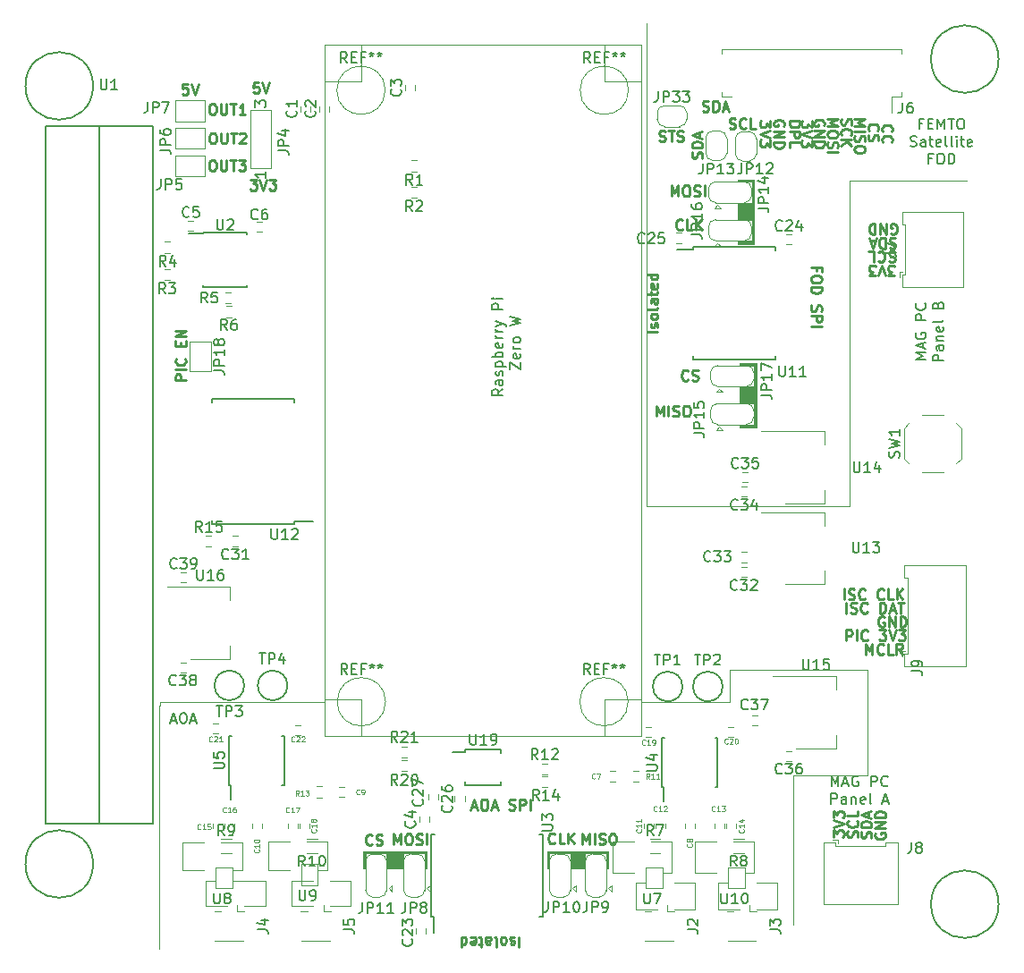
<source format=gbr>
G04 #@! TF.GenerationSoftware,KiCad,Pcbnew,(5.1.2)-2*
G04 #@! TF.CreationDate,2021-11-10T11:27:13-03:00*
G04 #@! TF.ProjectId,MAG_Plus,4d41475f-506c-4757-932e-6b696361645f,rev?*
G04 #@! TF.SameCoordinates,Original*
G04 #@! TF.FileFunction,Legend,Top*
G04 #@! TF.FilePolarity,Positive*
%FSLAX46Y46*%
G04 Gerber Fmt 4.6, Leading zero omitted, Abs format (unit mm)*
G04 Created by KiCad (PCBNEW (5.1.2)-2) date 2021-11-10 11:27:13*
%MOMM*%
%LPD*%
G04 APERTURE LIST*
%ADD10C,0.250000*%
%ADD11C,0.120000*%
%ADD12C,0.150000*%
%ADD13C,0.100000*%
%ADD14C,0.200000*%
%ADD15C,0.125000*%
G04 APERTURE END LIST*
D10*
X111338095Y-97252380D02*
X111338095Y-96252380D01*
X111766666Y-97204761D02*
X111909523Y-97252380D01*
X112147619Y-97252380D01*
X112242857Y-97204761D01*
X112290476Y-97157142D01*
X112338095Y-97061904D01*
X112338095Y-96966666D01*
X112290476Y-96871428D01*
X112242857Y-96823809D01*
X112147619Y-96776190D01*
X111957142Y-96728571D01*
X111861904Y-96680952D01*
X111814285Y-96633333D01*
X111766666Y-96538095D01*
X111766666Y-96442857D01*
X111814285Y-96347619D01*
X111861904Y-96300000D01*
X111957142Y-96252380D01*
X112195238Y-96252380D01*
X112338095Y-96300000D01*
X113338095Y-97157142D02*
X113290476Y-97204761D01*
X113147619Y-97252380D01*
X113052380Y-97252380D01*
X112909523Y-97204761D01*
X112814285Y-97109523D01*
X112766666Y-97014285D01*
X112719047Y-96823809D01*
X112719047Y-96680952D01*
X112766666Y-96490476D01*
X112814285Y-96395238D01*
X112909523Y-96300000D01*
X113052380Y-96252380D01*
X113147619Y-96252380D01*
X113290476Y-96300000D01*
X113338095Y-96347619D01*
X115100000Y-97157142D02*
X115052380Y-97204761D01*
X114909523Y-97252380D01*
X114814285Y-97252380D01*
X114671428Y-97204761D01*
X114576190Y-97109523D01*
X114528571Y-97014285D01*
X114480952Y-96823809D01*
X114480952Y-96680952D01*
X114528571Y-96490476D01*
X114576190Y-96395238D01*
X114671428Y-96300000D01*
X114814285Y-96252380D01*
X114909523Y-96252380D01*
X115052380Y-96300000D01*
X115100000Y-96347619D01*
X116004761Y-97252380D02*
X115528571Y-97252380D01*
X115528571Y-96252380D01*
X116338095Y-97252380D02*
X116338095Y-96252380D01*
X116909523Y-97252380D02*
X116480952Y-96680952D01*
X116909523Y-96252380D02*
X116338095Y-96823809D01*
X111533333Y-98552380D02*
X111533333Y-97552380D01*
X111961904Y-98504761D02*
X112104761Y-98552380D01*
X112342857Y-98552380D01*
X112438095Y-98504761D01*
X112485714Y-98457142D01*
X112533333Y-98361904D01*
X112533333Y-98266666D01*
X112485714Y-98171428D01*
X112438095Y-98123809D01*
X112342857Y-98076190D01*
X112152380Y-98028571D01*
X112057142Y-97980952D01*
X112009523Y-97933333D01*
X111961904Y-97838095D01*
X111961904Y-97742857D01*
X112009523Y-97647619D01*
X112057142Y-97600000D01*
X112152380Y-97552380D01*
X112390476Y-97552380D01*
X112533333Y-97600000D01*
X113533333Y-98457142D02*
X113485714Y-98504761D01*
X113342857Y-98552380D01*
X113247619Y-98552380D01*
X113104761Y-98504761D01*
X113009523Y-98409523D01*
X112961904Y-98314285D01*
X112914285Y-98123809D01*
X112914285Y-97980952D01*
X112961904Y-97790476D01*
X113009523Y-97695238D01*
X113104761Y-97600000D01*
X113247619Y-97552380D01*
X113342857Y-97552380D01*
X113485714Y-97600000D01*
X113533333Y-97647619D01*
X114723809Y-98552380D02*
X114723809Y-97552380D01*
X114961904Y-97552380D01*
X115104761Y-97600000D01*
X115200000Y-97695238D01*
X115247619Y-97790476D01*
X115295238Y-97980952D01*
X115295238Y-98123809D01*
X115247619Y-98314285D01*
X115200000Y-98409523D01*
X115104761Y-98504761D01*
X114961904Y-98552380D01*
X114723809Y-98552380D01*
X115676190Y-98266666D02*
X116152380Y-98266666D01*
X115580952Y-98552380D02*
X115914285Y-97552380D01*
X116247619Y-98552380D01*
X116438095Y-97552380D02*
X117009523Y-97552380D01*
X116723809Y-98552380D02*
X116723809Y-97552380D01*
X115138095Y-98900000D02*
X115042857Y-98852380D01*
X114900000Y-98852380D01*
X114757142Y-98900000D01*
X114661904Y-98995238D01*
X114614285Y-99090476D01*
X114566666Y-99280952D01*
X114566666Y-99423809D01*
X114614285Y-99614285D01*
X114661904Y-99709523D01*
X114757142Y-99804761D01*
X114900000Y-99852380D01*
X114995238Y-99852380D01*
X115138095Y-99804761D01*
X115185714Y-99757142D01*
X115185714Y-99423809D01*
X114995238Y-99423809D01*
X115614285Y-99852380D02*
X115614285Y-98852380D01*
X116185714Y-99852380D01*
X116185714Y-98852380D01*
X116661904Y-99852380D02*
X116661904Y-98852380D01*
X116900000Y-98852380D01*
X117042857Y-98900000D01*
X117138095Y-98995238D01*
X117185714Y-99090476D01*
X117233333Y-99280952D01*
X117233333Y-99423809D01*
X117185714Y-99614285D01*
X117138095Y-99709523D01*
X117042857Y-99804761D01*
X116900000Y-99852380D01*
X116661904Y-99852380D01*
X111538095Y-101152380D02*
X111538095Y-100152380D01*
X111919047Y-100152380D01*
X112014285Y-100200000D01*
X112061904Y-100247619D01*
X112109523Y-100342857D01*
X112109523Y-100485714D01*
X112061904Y-100580952D01*
X112014285Y-100628571D01*
X111919047Y-100676190D01*
X111538095Y-100676190D01*
X112538095Y-101152380D02*
X112538095Y-100152380D01*
X113585714Y-101057142D02*
X113538095Y-101104761D01*
X113395238Y-101152380D01*
X113300000Y-101152380D01*
X113157142Y-101104761D01*
X113061904Y-101009523D01*
X113014285Y-100914285D01*
X112966666Y-100723809D01*
X112966666Y-100580952D01*
X113014285Y-100390476D01*
X113061904Y-100295238D01*
X113157142Y-100200000D01*
X113300000Y-100152380D01*
X113395238Y-100152380D01*
X113538095Y-100200000D01*
X113585714Y-100247619D01*
X114680952Y-100152380D02*
X115300000Y-100152380D01*
X114966666Y-100533333D01*
X115109523Y-100533333D01*
X115204761Y-100580952D01*
X115252380Y-100628571D01*
X115300000Y-100723809D01*
X115300000Y-100961904D01*
X115252380Y-101057142D01*
X115204761Y-101104761D01*
X115109523Y-101152380D01*
X114823809Y-101152380D01*
X114728571Y-101104761D01*
X114680952Y-101057142D01*
X115585714Y-100152380D02*
X115919047Y-101152380D01*
X116252380Y-100152380D01*
X116490476Y-100152380D02*
X117109523Y-100152380D01*
X116776190Y-100533333D01*
X116919047Y-100533333D01*
X117014285Y-100580952D01*
X117061904Y-100628571D01*
X117109523Y-100723809D01*
X117109523Y-100961904D01*
X117061904Y-101057142D01*
X117014285Y-101104761D01*
X116919047Y-101152380D01*
X116633333Y-101152380D01*
X116538095Y-101104761D01*
X116490476Y-101057142D01*
X113361904Y-102452380D02*
X113361904Y-101452380D01*
X113695238Y-102166666D01*
X114028571Y-101452380D01*
X114028571Y-102452380D01*
X115076190Y-102357142D02*
X115028571Y-102404761D01*
X114885714Y-102452380D01*
X114790476Y-102452380D01*
X114647619Y-102404761D01*
X114552380Y-102309523D01*
X114504761Y-102214285D01*
X114457142Y-102023809D01*
X114457142Y-101880952D01*
X114504761Y-101690476D01*
X114552380Y-101595238D01*
X114647619Y-101500000D01*
X114790476Y-101452380D01*
X114885714Y-101452380D01*
X115028571Y-101500000D01*
X115076190Y-101547619D01*
X115980952Y-102452380D02*
X115504761Y-102452380D01*
X115504761Y-101452380D01*
X116885714Y-102452380D02*
X116552380Y-101976190D01*
X116314285Y-102452380D02*
X116314285Y-101452380D01*
X116695238Y-101452380D01*
X116790476Y-101500000D01*
X116838095Y-101547619D01*
X116885714Y-101642857D01*
X116885714Y-101785714D01*
X116838095Y-101880952D01*
X116790476Y-101928571D01*
X116695238Y-101976190D01*
X116314285Y-101976190D01*
X93847142Y-53834761D02*
X93990000Y-53882380D01*
X94228095Y-53882380D01*
X94323333Y-53834761D01*
X94370952Y-53787142D01*
X94418571Y-53691904D01*
X94418571Y-53596666D01*
X94370952Y-53501428D01*
X94323333Y-53453809D01*
X94228095Y-53406190D01*
X94037619Y-53358571D01*
X93942380Y-53310952D01*
X93894761Y-53263333D01*
X93847142Y-53168095D01*
X93847142Y-53072857D01*
X93894761Y-52977619D01*
X93942380Y-52930000D01*
X94037619Y-52882380D01*
X94275714Y-52882380D01*
X94418571Y-52930000D01*
X94704285Y-52882380D02*
X95275714Y-52882380D01*
X94990000Y-53882380D02*
X94990000Y-52882380D01*
X95561428Y-53834761D02*
X95704285Y-53882380D01*
X95942380Y-53882380D01*
X96037619Y-53834761D01*
X96085238Y-53787142D01*
X96132857Y-53691904D01*
X96132857Y-53596666D01*
X96085238Y-53501428D01*
X96037619Y-53453809D01*
X95942380Y-53406190D01*
X95751904Y-53358571D01*
X95656666Y-53310952D01*
X95609047Y-53263333D01*
X95561428Y-53168095D01*
X95561428Y-53072857D01*
X95609047Y-52977619D01*
X95656666Y-52930000D01*
X95751904Y-52882380D01*
X95990000Y-52882380D01*
X96132857Y-52930000D01*
X49042380Y-76507142D02*
X48042380Y-76507142D01*
X48042380Y-76126190D01*
X48090000Y-76030952D01*
X48137619Y-75983333D01*
X48232857Y-75935714D01*
X48375714Y-75935714D01*
X48470952Y-75983333D01*
X48518571Y-76030952D01*
X48566190Y-76126190D01*
X48566190Y-76507142D01*
X49042380Y-75507142D02*
X48042380Y-75507142D01*
X48947142Y-74459523D02*
X48994761Y-74507142D01*
X49042380Y-74650000D01*
X49042380Y-74745238D01*
X48994761Y-74888095D01*
X48899523Y-74983333D01*
X48804285Y-75030952D01*
X48613809Y-75078571D01*
X48470952Y-75078571D01*
X48280476Y-75030952D01*
X48185238Y-74983333D01*
X48090000Y-74888095D01*
X48042380Y-74745238D01*
X48042380Y-74650000D01*
X48090000Y-74507142D01*
X48137619Y-74459523D01*
X48518571Y-73269047D02*
X48518571Y-72935714D01*
X49042380Y-72792857D02*
X49042380Y-73269047D01*
X48042380Y-73269047D01*
X48042380Y-72792857D01*
X49042380Y-72364285D02*
X48042380Y-72364285D01*
X49042380Y-71792857D01*
X48042380Y-71792857D01*
X51503809Y-53092380D02*
X51694285Y-53092380D01*
X51789523Y-53140000D01*
X51884761Y-53235238D01*
X51932380Y-53425714D01*
X51932380Y-53759047D01*
X51884761Y-53949523D01*
X51789523Y-54044761D01*
X51694285Y-54092380D01*
X51503809Y-54092380D01*
X51408571Y-54044761D01*
X51313333Y-53949523D01*
X51265714Y-53759047D01*
X51265714Y-53425714D01*
X51313333Y-53235238D01*
X51408571Y-53140000D01*
X51503809Y-53092380D01*
X52360952Y-53092380D02*
X52360952Y-53901904D01*
X52408571Y-53997142D01*
X52456190Y-54044761D01*
X52551428Y-54092380D01*
X52741904Y-54092380D01*
X52837142Y-54044761D01*
X52884761Y-53997142D01*
X52932380Y-53901904D01*
X52932380Y-53092380D01*
X53265714Y-53092380D02*
X53837142Y-53092380D01*
X53551428Y-54092380D02*
X53551428Y-53092380D01*
X54122857Y-53187619D02*
X54170476Y-53140000D01*
X54265714Y-53092380D01*
X54503809Y-53092380D01*
X54599047Y-53140000D01*
X54646666Y-53187619D01*
X54694285Y-53282857D01*
X54694285Y-53378095D01*
X54646666Y-53520952D01*
X54075238Y-54092380D01*
X54694285Y-54092380D01*
X55131904Y-57502380D02*
X55750952Y-57502380D01*
X55417619Y-57883333D01*
X55560476Y-57883333D01*
X55655714Y-57930952D01*
X55703333Y-57978571D01*
X55750952Y-58073809D01*
X55750952Y-58311904D01*
X55703333Y-58407142D01*
X55655714Y-58454761D01*
X55560476Y-58502380D01*
X55274761Y-58502380D01*
X55179523Y-58454761D01*
X55131904Y-58407142D01*
X56036666Y-57502380D02*
X56370000Y-58502380D01*
X56703333Y-57502380D01*
X56941428Y-57502380D02*
X57560476Y-57502380D01*
X57227142Y-57883333D01*
X57370000Y-57883333D01*
X57465238Y-57930952D01*
X57512857Y-57978571D01*
X57560476Y-58073809D01*
X57560476Y-58311904D01*
X57512857Y-58407142D01*
X57465238Y-58454761D01*
X57370000Y-58502380D01*
X57084285Y-58502380D01*
X56989047Y-58454761D01*
X56941428Y-58407142D01*
X55929523Y-48312380D02*
X55453333Y-48312380D01*
X55405714Y-48788571D01*
X55453333Y-48740952D01*
X55548571Y-48693333D01*
X55786666Y-48693333D01*
X55881904Y-48740952D01*
X55929523Y-48788571D01*
X55977142Y-48883809D01*
X55977142Y-49121904D01*
X55929523Y-49217142D01*
X55881904Y-49264761D01*
X55786666Y-49312380D01*
X55548571Y-49312380D01*
X55453333Y-49264761D01*
X55405714Y-49217142D01*
X56262857Y-48312380D02*
X56596190Y-49312380D01*
X56929523Y-48312380D01*
X51473809Y-55672380D02*
X51664285Y-55672380D01*
X51759523Y-55720000D01*
X51854761Y-55815238D01*
X51902380Y-56005714D01*
X51902380Y-56339047D01*
X51854761Y-56529523D01*
X51759523Y-56624761D01*
X51664285Y-56672380D01*
X51473809Y-56672380D01*
X51378571Y-56624761D01*
X51283333Y-56529523D01*
X51235714Y-56339047D01*
X51235714Y-56005714D01*
X51283333Y-55815238D01*
X51378571Y-55720000D01*
X51473809Y-55672380D01*
X52330952Y-55672380D02*
X52330952Y-56481904D01*
X52378571Y-56577142D01*
X52426190Y-56624761D01*
X52521428Y-56672380D01*
X52711904Y-56672380D01*
X52807142Y-56624761D01*
X52854761Y-56577142D01*
X52902380Y-56481904D01*
X52902380Y-55672380D01*
X53235714Y-55672380D02*
X53807142Y-55672380D01*
X53521428Y-56672380D02*
X53521428Y-55672380D01*
X54045238Y-55672380D02*
X54664285Y-55672380D01*
X54330952Y-56053333D01*
X54473809Y-56053333D01*
X54569047Y-56100952D01*
X54616666Y-56148571D01*
X54664285Y-56243809D01*
X54664285Y-56481904D01*
X54616666Y-56577142D01*
X54569047Y-56624761D01*
X54473809Y-56672380D01*
X54188095Y-56672380D01*
X54092857Y-56624761D01*
X54045238Y-56577142D01*
X49199523Y-48452380D02*
X48723333Y-48452380D01*
X48675714Y-48928571D01*
X48723333Y-48880952D01*
X48818571Y-48833333D01*
X49056666Y-48833333D01*
X49151904Y-48880952D01*
X49199523Y-48928571D01*
X49247142Y-49023809D01*
X49247142Y-49261904D01*
X49199523Y-49357142D01*
X49151904Y-49404761D01*
X49056666Y-49452380D01*
X48818571Y-49452380D01*
X48723333Y-49404761D01*
X48675714Y-49357142D01*
X49532857Y-48452380D02*
X49866190Y-49452380D01*
X50199523Y-48452380D01*
X51473809Y-50342380D02*
X51664285Y-50342380D01*
X51759523Y-50390000D01*
X51854761Y-50485238D01*
X51902380Y-50675714D01*
X51902380Y-51009047D01*
X51854761Y-51199523D01*
X51759523Y-51294761D01*
X51664285Y-51342380D01*
X51473809Y-51342380D01*
X51378571Y-51294761D01*
X51283333Y-51199523D01*
X51235714Y-51009047D01*
X51235714Y-50675714D01*
X51283333Y-50485238D01*
X51378571Y-50390000D01*
X51473809Y-50342380D01*
X52330952Y-50342380D02*
X52330952Y-51151904D01*
X52378571Y-51247142D01*
X52426190Y-51294761D01*
X52521428Y-51342380D01*
X52711904Y-51342380D01*
X52807142Y-51294761D01*
X52854761Y-51247142D01*
X52902380Y-51151904D01*
X52902380Y-50342380D01*
X53235714Y-50342380D02*
X53807142Y-50342380D01*
X53521428Y-51342380D02*
X53521428Y-50342380D01*
X54664285Y-51342380D02*
X54092857Y-51342380D01*
X54378571Y-51342380D02*
X54378571Y-50342380D01*
X54283333Y-50485238D01*
X54188095Y-50580476D01*
X54092857Y-50628095D01*
X86578571Y-120412380D02*
X86578571Y-119412380D01*
X86911904Y-120126666D01*
X87245238Y-119412380D01*
X87245238Y-120412380D01*
X87721428Y-120412380D02*
X87721428Y-119412380D01*
X88150000Y-120364761D02*
X88292857Y-120412380D01*
X88530952Y-120412380D01*
X88626190Y-120364761D01*
X88673809Y-120317142D01*
X88721428Y-120221904D01*
X88721428Y-120126666D01*
X88673809Y-120031428D01*
X88626190Y-119983809D01*
X88530952Y-119936190D01*
X88340476Y-119888571D01*
X88245238Y-119840952D01*
X88197619Y-119793333D01*
X88150000Y-119698095D01*
X88150000Y-119602857D01*
X88197619Y-119507619D01*
X88245238Y-119460000D01*
X88340476Y-119412380D01*
X88578571Y-119412380D01*
X88721428Y-119460000D01*
X89340476Y-119412380D02*
X89530952Y-119412380D01*
X89626190Y-119460000D01*
X89721428Y-119555238D01*
X89769047Y-119745714D01*
X89769047Y-120079047D01*
X89721428Y-120269523D01*
X89626190Y-120364761D01*
X89530952Y-120412380D01*
X89340476Y-120412380D01*
X89245238Y-120364761D01*
X89150000Y-120269523D01*
X89102380Y-120079047D01*
X89102380Y-119745714D01*
X89150000Y-119555238D01*
X89245238Y-119460000D01*
X89340476Y-119412380D01*
X83974761Y-120287142D02*
X83927142Y-120334761D01*
X83784285Y-120382380D01*
X83689047Y-120382380D01*
X83546190Y-120334761D01*
X83450952Y-120239523D01*
X83403333Y-120144285D01*
X83355714Y-119953809D01*
X83355714Y-119810952D01*
X83403333Y-119620476D01*
X83450952Y-119525238D01*
X83546190Y-119430000D01*
X83689047Y-119382380D01*
X83784285Y-119382380D01*
X83927142Y-119430000D01*
X83974761Y-119477619D01*
X84879523Y-120382380D02*
X84403333Y-120382380D01*
X84403333Y-119382380D01*
X85212857Y-120382380D02*
X85212857Y-119382380D01*
X85784285Y-120382380D02*
X85355714Y-119810952D01*
X85784285Y-119382380D02*
X85212857Y-119953809D01*
X68708571Y-120452380D02*
X68708571Y-119452380D01*
X69041904Y-120166666D01*
X69375238Y-119452380D01*
X69375238Y-120452380D01*
X70041904Y-119452380D02*
X70232380Y-119452380D01*
X70327619Y-119500000D01*
X70422857Y-119595238D01*
X70470476Y-119785714D01*
X70470476Y-120119047D01*
X70422857Y-120309523D01*
X70327619Y-120404761D01*
X70232380Y-120452380D01*
X70041904Y-120452380D01*
X69946666Y-120404761D01*
X69851428Y-120309523D01*
X69803809Y-120119047D01*
X69803809Y-119785714D01*
X69851428Y-119595238D01*
X69946666Y-119500000D01*
X70041904Y-119452380D01*
X70851428Y-120404761D02*
X70994285Y-120452380D01*
X71232380Y-120452380D01*
X71327619Y-120404761D01*
X71375238Y-120357142D01*
X71422857Y-120261904D01*
X71422857Y-120166666D01*
X71375238Y-120071428D01*
X71327619Y-120023809D01*
X71232380Y-119976190D01*
X71041904Y-119928571D01*
X70946666Y-119880952D01*
X70899047Y-119833333D01*
X70851428Y-119738095D01*
X70851428Y-119642857D01*
X70899047Y-119547619D01*
X70946666Y-119500000D01*
X71041904Y-119452380D01*
X71280000Y-119452380D01*
X71422857Y-119500000D01*
X71851428Y-120452380D02*
X71851428Y-119452380D01*
X66683333Y-120417142D02*
X66635714Y-120464761D01*
X66492857Y-120512380D01*
X66397619Y-120512380D01*
X66254761Y-120464761D01*
X66159523Y-120369523D01*
X66111904Y-120274285D01*
X66064285Y-120083809D01*
X66064285Y-119940952D01*
X66111904Y-119750476D01*
X66159523Y-119655238D01*
X66254761Y-119560000D01*
X66397619Y-119512380D01*
X66492857Y-119512380D01*
X66635714Y-119560000D01*
X66683333Y-119607619D01*
X67064285Y-120464761D02*
X67207142Y-120512380D01*
X67445238Y-120512380D01*
X67540476Y-120464761D01*
X67588095Y-120417142D01*
X67635714Y-120321904D01*
X67635714Y-120226666D01*
X67588095Y-120131428D01*
X67540476Y-120083809D01*
X67445238Y-120036190D01*
X67254761Y-119988571D01*
X67159523Y-119940952D01*
X67111904Y-119893333D01*
X67064285Y-119798095D01*
X67064285Y-119702857D01*
X67111904Y-119607619D01*
X67159523Y-119560000D01*
X67254761Y-119512380D01*
X67492857Y-119512380D01*
X67635714Y-119560000D01*
X80588095Y-129207619D02*
X80588095Y-130207619D01*
X80159523Y-129255238D02*
X80064285Y-129207619D01*
X79873809Y-129207619D01*
X79778571Y-129255238D01*
X79730952Y-129350476D01*
X79730952Y-129398095D01*
X79778571Y-129493333D01*
X79873809Y-129540952D01*
X80016666Y-129540952D01*
X80111904Y-129588571D01*
X80159523Y-129683809D01*
X80159523Y-129731428D01*
X80111904Y-129826666D01*
X80016666Y-129874285D01*
X79873809Y-129874285D01*
X79778571Y-129826666D01*
X79159523Y-129207619D02*
X79254761Y-129255238D01*
X79302380Y-129302857D01*
X79350000Y-129398095D01*
X79350000Y-129683809D01*
X79302380Y-129779047D01*
X79254761Y-129826666D01*
X79159523Y-129874285D01*
X79016666Y-129874285D01*
X78921428Y-129826666D01*
X78873809Y-129779047D01*
X78826190Y-129683809D01*
X78826190Y-129398095D01*
X78873809Y-129302857D01*
X78921428Y-129255238D01*
X79016666Y-129207619D01*
X79159523Y-129207619D01*
X78254761Y-129207619D02*
X78350000Y-129255238D01*
X78397619Y-129350476D01*
X78397619Y-130207619D01*
X77445238Y-129207619D02*
X77445238Y-129731428D01*
X77492857Y-129826666D01*
X77588095Y-129874285D01*
X77778571Y-129874285D01*
X77873809Y-129826666D01*
X77445238Y-129255238D02*
X77540476Y-129207619D01*
X77778571Y-129207619D01*
X77873809Y-129255238D01*
X77921428Y-129350476D01*
X77921428Y-129445714D01*
X77873809Y-129540952D01*
X77778571Y-129588571D01*
X77540476Y-129588571D01*
X77445238Y-129636190D01*
X77111904Y-129874285D02*
X76730952Y-129874285D01*
X76969047Y-130207619D02*
X76969047Y-129350476D01*
X76921428Y-129255238D01*
X76826190Y-129207619D01*
X76730952Y-129207619D01*
X76016666Y-129255238D02*
X76111904Y-129207619D01*
X76302380Y-129207619D01*
X76397619Y-129255238D01*
X76445238Y-129350476D01*
X76445238Y-129731428D01*
X76397619Y-129826666D01*
X76302380Y-129874285D01*
X76111904Y-129874285D01*
X76016666Y-129826666D01*
X75969047Y-129731428D01*
X75969047Y-129636190D01*
X76445238Y-129540952D01*
X75111904Y-129207619D02*
X75111904Y-130207619D01*
X75111904Y-129255238D02*
X75207142Y-129207619D01*
X75397619Y-129207619D01*
X75492857Y-129255238D01*
X75540476Y-129302857D01*
X75588095Y-129398095D01*
X75588095Y-129683809D01*
X75540476Y-129779047D01*
X75492857Y-129826666D01*
X75397619Y-129874285D01*
X75207142Y-129874285D01*
X75111904Y-129826666D01*
X76094285Y-116896666D02*
X76570476Y-116896666D01*
X75999047Y-117182380D02*
X76332380Y-116182380D01*
X76665714Y-117182380D01*
X77189523Y-116182380D02*
X77380000Y-116182380D01*
X77475238Y-116230000D01*
X77570476Y-116325238D01*
X77618095Y-116515714D01*
X77618095Y-116849047D01*
X77570476Y-117039523D01*
X77475238Y-117134761D01*
X77380000Y-117182380D01*
X77189523Y-117182380D01*
X77094285Y-117134761D01*
X76999047Y-117039523D01*
X76951428Y-116849047D01*
X76951428Y-116515714D01*
X76999047Y-116325238D01*
X77094285Y-116230000D01*
X77189523Y-116182380D01*
X77999047Y-116896666D02*
X78475238Y-116896666D01*
X77903809Y-117182380D02*
X78237142Y-116182380D01*
X78570476Y-117182380D01*
X79618095Y-117134761D02*
X79760952Y-117182380D01*
X79999047Y-117182380D01*
X80094285Y-117134761D01*
X80141904Y-117087142D01*
X80189523Y-116991904D01*
X80189523Y-116896666D01*
X80141904Y-116801428D01*
X80094285Y-116753809D01*
X79999047Y-116706190D01*
X79808571Y-116658571D01*
X79713333Y-116610952D01*
X79665714Y-116563333D01*
X79618095Y-116468095D01*
X79618095Y-116372857D01*
X79665714Y-116277619D01*
X79713333Y-116230000D01*
X79808571Y-116182380D01*
X80046666Y-116182380D01*
X80189523Y-116230000D01*
X80618095Y-117182380D02*
X80618095Y-116182380D01*
X80999047Y-116182380D01*
X81094285Y-116230000D01*
X81141904Y-116277619D01*
X81189523Y-116372857D01*
X81189523Y-116515714D01*
X81141904Y-116610952D01*
X81094285Y-116658571D01*
X80999047Y-116706190D01*
X80618095Y-116706190D01*
X81618095Y-117182380D02*
X81618095Y-116182380D01*
X108751428Y-66133809D02*
X108751428Y-65800476D01*
X108227619Y-65800476D02*
X109227619Y-65800476D01*
X109227619Y-66276666D01*
X109227619Y-66848095D02*
X109227619Y-67038571D01*
X109180000Y-67133809D01*
X109084761Y-67229047D01*
X108894285Y-67276666D01*
X108560952Y-67276666D01*
X108370476Y-67229047D01*
X108275238Y-67133809D01*
X108227619Y-67038571D01*
X108227619Y-66848095D01*
X108275238Y-66752857D01*
X108370476Y-66657619D01*
X108560952Y-66610000D01*
X108894285Y-66610000D01*
X109084761Y-66657619D01*
X109180000Y-66752857D01*
X109227619Y-66848095D01*
X108227619Y-67705238D02*
X109227619Y-67705238D01*
X109227619Y-67943333D01*
X109180000Y-68086190D01*
X109084761Y-68181428D01*
X108989523Y-68229047D01*
X108799047Y-68276666D01*
X108656190Y-68276666D01*
X108465714Y-68229047D01*
X108370476Y-68181428D01*
X108275238Y-68086190D01*
X108227619Y-67943333D01*
X108227619Y-67705238D01*
X108275238Y-69419523D02*
X108227619Y-69562380D01*
X108227619Y-69800476D01*
X108275238Y-69895714D01*
X108322857Y-69943333D01*
X108418095Y-69990952D01*
X108513333Y-69990952D01*
X108608571Y-69943333D01*
X108656190Y-69895714D01*
X108703809Y-69800476D01*
X108751428Y-69610000D01*
X108799047Y-69514761D01*
X108846666Y-69467142D01*
X108941904Y-69419523D01*
X109037142Y-69419523D01*
X109132380Y-69467142D01*
X109180000Y-69514761D01*
X109227619Y-69610000D01*
X109227619Y-69848095D01*
X109180000Y-69990952D01*
X108227619Y-70419523D02*
X109227619Y-70419523D01*
X109227619Y-70800476D01*
X109180000Y-70895714D01*
X109132380Y-70943333D01*
X109037142Y-70990952D01*
X108894285Y-70990952D01*
X108799047Y-70943333D01*
X108751428Y-70895714D01*
X108703809Y-70800476D01*
X108703809Y-70419523D01*
X108227619Y-71419523D02*
X109227619Y-71419523D01*
X93712380Y-71958095D02*
X92712380Y-71958095D01*
X93664761Y-71529523D02*
X93712380Y-71434285D01*
X93712380Y-71243809D01*
X93664761Y-71148571D01*
X93569523Y-71100952D01*
X93521904Y-71100952D01*
X93426666Y-71148571D01*
X93379047Y-71243809D01*
X93379047Y-71386666D01*
X93331428Y-71481904D01*
X93236190Y-71529523D01*
X93188571Y-71529523D01*
X93093333Y-71481904D01*
X93045714Y-71386666D01*
X93045714Y-71243809D01*
X93093333Y-71148571D01*
X93712380Y-70529523D02*
X93664761Y-70624761D01*
X93617142Y-70672380D01*
X93521904Y-70720000D01*
X93236190Y-70720000D01*
X93140952Y-70672380D01*
X93093333Y-70624761D01*
X93045714Y-70529523D01*
X93045714Y-70386666D01*
X93093333Y-70291428D01*
X93140952Y-70243809D01*
X93236190Y-70196190D01*
X93521904Y-70196190D01*
X93617142Y-70243809D01*
X93664761Y-70291428D01*
X93712380Y-70386666D01*
X93712380Y-70529523D01*
X93712380Y-69624761D02*
X93664761Y-69720000D01*
X93569523Y-69767619D01*
X92712380Y-69767619D01*
X93712380Y-68815238D02*
X93188571Y-68815238D01*
X93093333Y-68862857D01*
X93045714Y-68958095D01*
X93045714Y-69148571D01*
X93093333Y-69243809D01*
X93664761Y-68815238D02*
X93712380Y-68910476D01*
X93712380Y-69148571D01*
X93664761Y-69243809D01*
X93569523Y-69291428D01*
X93474285Y-69291428D01*
X93379047Y-69243809D01*
X93331428Y-69148571D01*
X93331428Y-68910476D01*
X93283809Y-68815238D01*
X93045714Y-68481904D02*
X93045714Y-68100952D01*
X92712380Y-68339047D02*
X93569523Y-68339047D01*
X93664761Y-68291428D01*
X93712380Y-68196190D01*
X93712380Y-68100952D01*
X93664761Y-67386666D02*
X93712380Y-67481904D01*
X93712380Y-67672380D01*
X93664761Y-67767619D01*
X93569523Y-67815238D01*
X93188571Y-67815238D01*
X93093333Y-67767619D01*
X93045714Y-67672380D01*
X93045714Y-67481904D01*
X93093333Y-67386666D01*
X93188571Y-67339047D01*
X93283809Y-67339047D01*
X93379047Y-67815238D01*
X93712380Y-66481904D02*
X92712380Y-66481904D01*
X93664761Y-66481904D02*
X93712380Y-66577142D01*
X93712380Y-66767619D01*
X93664761Y-66862857D01*
X93617142Y-66910476D01*
X93521904Y-66958095D01*
X93236190Y-66958095D01*
X93140952Y-66910476D01*
X93093333Y-66862857D01*
X93045714Y-66767619D01*
X93045714Y-66577142D01*
X93093333Y-66481904D01*
X93578571Y-79912380D02*
X93578571Y-78912380D01*
X93911904Y-79626666D01*
X94245238Y-78912380D01*
X94245238Y-79912380D01*
X94721428Y-79912380D02*
X94721428Y-78912380D01*
X95150000Y-79864761D02*
X95292857Y-79912380D01*
X95530952Y-79912380D01*
X95626190Y-79864761D01*
X95673809Y-79817142D01*
X95721428Y-79721904D01*
X95721428Y-79626666D01*
X95673809Y-79531428D01*
X95626190Y-79483809D01*
X95530952Y-79436190D01*
X95340476Y-79388571D01*
X95245238Y-79340952D01*
X95197619Y-79293333D01*
X95150000Y-79198095D01*
X95150000Y-79102857D01*
X95197619Y-79007619D01*
X95245238Y-78960000D01*
X95340476Y-78912380D01*
X95578571Y-78912380D01*
X95721428Y-78960000D01*
X96340476Y-78912380D02*
X96530952Y-78912380D01*
X96626190Y-78960000D01*
X96721428Y-79055238D01*
X96769047Y-79245714D01*
X96769047Y-79579047D01*
X96721428Y-79769523D01*
X96626190Y-79864761D01*
X96530952Y-79912380D01*
X96340476Y-79912380D01*
X96245238Y-79864761D01*
X96150000Y-79769523D01*
X96102380Y-79579047D01*
X96102380Y-79245714D01*
X96150000Y-79055238D01*
X96245238Y-78960000D01*
X96340476Y-78912380D01*
X96583333Y-76447142D02*
X96535714Y-76494761D01*
X96392857Y-76542380D01*
X96297619Y-76542380D01*
X96154761Y-76494761D01*
X96059523Y-76399523D01*
X96011904Y-76304285D01*
X95964285Y-76113809D01*
X95964285Y-75970952D01*
X96011904Y-75780476D01*
X96059523Y-75685238D01*
X96154761Y-75590000D01*
X96297619Y-75542380D01*
X96392857Y-75542380D01*
X96535714Y-75590000D01*
X96583333Y-75637619D01*
X96964285Y-76494761D02*
X97107142Y-76542380D01*
X97345238Y-76542380D01*
X97440476Y-76494761D01*
X97488095Y-76447142D01*
X97535714Y-76351904D01*
X97535714Y-76256666D01*
X97488095Y-76161428D01*
X97440476Y-76113809D01*
X97345238Y-76066190D01*
X97154761Y-76018571D01*
X97059523Y-75970952D01*
X97011904Y-75923333D01*
X96964285Y-75828095D01*
X96964285Y-75732857D01*
X97011904Y-75637619D01*
X97059523Y-75590000D01*
X97154761Y-75542380D01*
X97392857Y-75542380D01*
X97535714Y-75590000D01*
X96054761Y-62177142D02*
X96007142Y-62224761D01*
X95864285Y-62272380D01*
X95769047Y-62272380D01*
X95626190Y-62224761D01*
X95530952Y-62129523D01*
X95483333Y-62034285D01*
X95435714Y-61843809D01*
X95435714Y-61700952D01*
X95483333Y-61510476D01*
X95530952Y-61415238D01*
X95626190Y-61320000D01*
X95769047Y-61272380D01*
X95864285Y-61272380D01*
X96007142Y-61320000D01*
X96054761Y-61367619D01*
X96959523Y-62272380D02*
X96483333Y-62272380D01*
X96483333Y-61272380D01*
X97292857Y-62272380D02*
X97292857Y-61272380D01*
X97864285Y-62272380D02*
X97435714Y-61700952D01*
X97864285Y-61272380D02*
X97292857Y-61843809D01*
X94988571Y-59072380D02*
X94988571Y-58072380D01*
X95321904Y-58786666D01*
X95655238Y-58072380D01*
X95655238Y-59072380D01*
X96321904Y-58072380D02*
X96512380Y-58072380D01*
X96607619Y-58120000D01*
X96702857Y-58215238D01*
X96750476Y-58405714D01*
X96750476Y-58739047D01*
X96702857Y-58929523D01*
X96607619Y-59024761D01*
X96512380Y-59072380D01*
X96321904Y-59072380D01*
X96226666Y-59024761D01*
X96131428Y-58929523D01*
X96083809Y-58739047D01*
X96083809Y-58405714D01*
X96131428Y-58215238D01*
X96226666Y-58120000D01*
X96321904Y-58072380D01*
X97131428Y-59024761D02*
X97274285Y-59072380D01*
X97512380Y-59072380D01*
X97607619Y-59024761D01*
X97655238Y-58977142D01*
X97702857Y-58881904D01*
X97702857Y-58786666D01*
X97655238Y-58691428D01*
X97607619Y-58643809D01*
X97512380Y-58596190D01*
X97321904Y-58548571D01*
X97226666Y-58500952D01*
X97179047Y-58453333D01*
X97131428Y-58358095D01*
X97131428Y-58262857D01*
X97179047Y-58167619D01*
X97226666Y-58120000D01*
X97321904Y-58072380D01*
X97560000Y-58072380D01*
X97702857Y-58120000D01*
X98131428Y-59072380D02*
X98131428Y-58072380D01*
X115012857Y-52969523D02*
X114965238Y-52921904D01*
X114917619Y-52779047D01*
X114917619Y-52683809D01*
X114965238Y-52540952D01*
X115060476Y-52445714D01*
X115155714Y-52398095D01*
X115346190Y-52350476D01*
X115489047Y-52350476D01*
X115679523Y-52398095D01*
X115774761Y-52445714D01*
X115870000Y-52540952D01*
X115917619Y-52683809D01*
X115917619Y-52779047D01*
X115870000Y-52921904D01*
X115822380Y-52969523D01*
X115012857Y-53969523D02*
X114965238Y-53921904D01*
X114917619Y-53779047D01*
X114917619Y-53683809D01*
X114965238Y-53540952D01*
X115060476Y-53445714D01*
X115155714Y-53398095D01*
X115346190Y-53350476D01*
X115489047Y-53350476D01*
X115679523Y-53398095D01*
X115774761Y-53445714D01*
X115870000Y-53540952D01*
X115917619Y-53683809D01*
X115917619Y-53779047D01*
X115870000Y-53921904D01*
X115822380Y-53969523D01*
X113712857Y-52873333D02*
X113665238Y-52825714D01*
X113617619Y-52682857D01*
X113617619Y-52587619D01*
X113665238Y-52444761D01*
X113760476Y-52349523D01*
X113855714Y-52301904D01*
X114046190Y-52254285D01*
X114189047Y-52254285D01*
X114379523Y-52301904D01*
X114474761Y-52349523D01*
X114570000Y-52444761D01*
X114617619Y-52587619D01*
X114617619Y-52682857D01*
X114570000Y-52825714D01*
X114522380Y-52873333D01*
X113665238Y-53254285D02*
X113617619Y-53397142D01*
X113617619Y-53635238D01*
X113665238Y-53730476D01*
X113712857Y-53778095D01*
X113808095Y-53825714D01*
X113903333Y-53825714D01*
X113998571Y-53778095D01*
X114046190Y-53730476D01*
X114093809Y-53635238D01*
X114141428Y-53444761D01*
X114189047Y-53349523D01*
X114236666Y-53301904D01*
X114331904Y-53254285D01*
X114427142Y-53254285D01*
X114522380Y-53301904D01*
X114570000Y-53349523D01*
X114617619Y-53444761D01*
X114617619Y-53682857D01*
X114570000Y-53825714D01*
X112337619Y-51778571D02*
X113337619Y-51778571D01*
X112623333Y-52111904D01*
X113337619Y-52445238D01*
X112337619Y-52445238D01*
X112337619Y-52921428D02*
X113337619Y-52921428D01*
X112385238Y-53350000D02*
X112337619Y-53492857D01*
X112337619Y-53730952D01*
X112385238Y-53826190D01*
X112432857Y-53873809D01*
X112528095Y-53921428D01*
X112623333Y-53921428D01*
X112718571Y-53873809D01*
X112766190Y-53826190D01*
X112813809Y-53730952D01*
X112861428Y-53540476D01*
X112909047Y-53445238D01*
X112956666Y-53397619D01*
X113051904Y-53350000D01*
X113147142Y-53350000D01*
X113242380Y-53397619D01*
X113290000Y-53445238D01*
X113337619Y-53540476D01*
X113337619Y-53778571D01*
X113290000Y-53921428D01*
X113337619Y-54540476D02*
X113337619Y-54730952D01*
X113290000Y-54826190D01*
X113194761Y-54921428D01*
X113004285Y-54969047D01*
X112670952Y-54969047D01*
X112480476Y-54921428D01*
X112385238Y-54826190D01*
X112337619Y-54730952D01*
X112337619Y-54540476D01*
X112385238Y-54445238D01*
X112480476Y-54350000D01*
X112670952Y-54302380D01*
X113004285Y-54302380D01*
X113194761Y-54350000D01*
X113290000Y-54445238D01*
X113337619Y-54540476D01*
X111105238Y-51754285D02*
X111057619Y-51897142D01*
X111057619Y-52135238D01*
X111105238Y-52230476D01*
X111152857Y-52278095D01*
X111248095Y-52325714D01*
X111343333Y-52325714D01*
X111438571Y-52278095D01*
X111486190Y-52230476D01*
X111533809Y-52135238D01*
X111581428Y-51944761D01*
X111629047Y-51849523D01*
X111676666Y-51801904D01*
X111771904Y-51754285D01*
X111867142Y-51754285D01*
X111962380Y-51801904D01*
X112010000Y-51849523D01*
X112057619Y-51944761D01*
X112057619Y-52182857D01*
X112010000Y-52325714D01*
X111152857Y-53325714D02*
X111105238Y-53278095D01*
X111057619Y-53135238D01*
X111057619Y-53040000D01*
X111105238Y-52897142D01*
X111200476Y-52801904D01*
X111295714Y-52754285D01*
X111486190Y-52706666D01*
X111629047Y-52706666D01*
X111819523Y-52754285D01*
X111914761Y-52801904D01*
X112010000Y-52897142D01*
X112057619Y-53040000D01*
X112057619Y-53135238D01*
X112010000Y-53278095D01*
X111962380Y-53325714D01*
X111057619Y-53754285D02*
X112057619Y-53754285D01*
X111057619Y-54325714D02*
X111629047Y-53897142D01*
X112057619Y-54325714D02*
X111486190Y-53754285D01*
X109767619Y-51798571D02*
X110767619Y-51798571D01*
X110053333Y-52131904D01*
X110767619Y-52465238D01*
X109767619Y-52465238D01*
X110767619Y-53131904D02*
X110767619Y-53322380D01*
X110720000Y-53417619D01*
X110624761Y-53512857D01*
X110434285Y-53560476D01*
X110100952Y-53560476D01*
X109910476Y-53512857D01*
X109815238Y-53417619D01*
X109767619Y-53322380D01*
X109767619Y-53131904D01*
X109815238Y-53036666D01*
X109910476Y-52941428D01*
X110100952Y-52893809D01*
X110434285Y-52893809D01*
X110624761Y-52941428D01*
X110720000Y-53036666D01*
X110767619Y-53131904D01*
X109815238Y-53941428D02*
X109767619Y-54084285D01*
X109767619Y-54322380D01*
X109815238Y-54417619D01*
X109862857Y-54465238D01*
X109958095Y-54512857D01*
X110053333Y-54512857D01*
X110148571Y-54465238D01*
X110196190Y-54417619D01*
X110243809Y-54322380D01*
X110291428Y-54131904D01*
X110339047Y-54036666D01*
X110386666Y-53989047D01*
X110481904Y-53941428D01*
X110577142Y-53941428D01*
X110672380Y-53989047D01*
X110720000Y-54036666D01*
X110767619Y-54131904D01*
X110767619Y-54370000D01*
X110720000Y-54512857D01*
X109767619Y-54941428D02*
X110767619Y-54941428D01*
X108297619Y-51951904D02*
X108297619Y-52570952D01*
X107916666Y-52237619D01*
X107916666Y-52380476D01*
X107869047Y-52475714D01*
X107821428Y-52523333D01*
X107726190Y-52570952D01*
X107488095Y-52570952D01*
X107392857Y-52523333D01*
X107345238Y-52475714D01*
X107297619Y-52380476D01*
X107297619Y-52094761D01*
X107345238Y-51999523D01*
X107392857Y-51951904D01*
X108297619Y-52856666D02*
X107297619Y-53190000D01*
X108297619Y-53523333D01*
X108297619Y-53761428D02*
X108297619Y-54380476D01*
X107916666Y-54047142D01*
X107916666Y-54190000D01*
X107869047Y-54285238D01*
X107821428Y-54332857D01*
X107726190Y-54380476D01*
X107488095Y-54380476D01*
X107392857Y-54332857D01*
X107345238Y-54285238D01*
X107297619Y-54190000D01*
X107297619Y-53904285D01*
X107345238Y-53809047D01*
X107392857Y-53761428D01*
X106167619Y-51973333D02*
X107167619Y-51973333D01*
X107167619Y-52211428D01*
X107120000Y-52354285D01*
X107024761Y-52449523D01*
X106929523Y-52497142D01*
X106739047Y-52544761D01*
X106596190Y-52544761D01*
X106405714Y-52497142D01*
X106310476Y-52449523D01*
X106215238Y-52354285D01*
X106167619Y-52211428D01*
X106167619Y-51973333D01*
X106167619Y-52973333D02*
X107167619Y-52973333D01*
X107167619Y-53354285D01*
X107120000Y-53449523D01*
X107072380Y-53497142D01*
X106977142Y-53544761D01*
X106834285Y-53544761D01*
X106739047Y-53497142D01*
X106691428Y-53449523D01*
X106643809Y-53354285D01*
X106643809Y-52973333D01*
X106167619Y-54449523D02*
X106167619Y-53973333D01*
X107167619Y-53973333D01*
X97894761Y-55484285D02*
X97942380Y-55341428D01*
X97942380Y-55103333D01*
X97894761Y-55008095D01*
X97847142Y-54960476D01*
X97751904Y-54912857D01*
X97656666Y-54912857D01*
X97561428Y-54960476D01*
X97513809Y-55008095D01*
X97466190Y-55103333D01*
X97418571Y-55293809D01*
X97370952Y-55389047D01*
X97323333Y-55436666D01*
X97228095Y-55484285D01*
X97132857Y-55484285D01*
X97037619Y-55436666D01*
X96990000Y-55389047D01*
X96942380Y-55293809D01*
X96942380Y-55055714D01*
X96990000Y-54912857D01*
X97942380Y-54484285D02*
X96942380Y-54484285D01*
X96942380Y-54246190D01*
X96990000Y-54103333D01*
X97085238Y-54008095D01*
X97180476Y-53960476D01*
X97370952Y-53912857D01*
X97513809Y-53912857D01*
X97704285Y-53960476D01*
X97799523Y-54008095D01*
X97894761Y-54103333D01*
X97942380Y-54246190D01*
X97942380Y-54484285D01*
X97656666Y-53531904D02*
X97656666Y-53055714D01*
X97942380Y-53627142D02*
X96942380Y-53293809D01*
X97942380Y-52960476D01*
X100489523Y-52644761D02*
X100632380Y-52692380D01*
X100870476Y-52692380D01*
X100965714Y-52644761D01*
X101013333Y-52597142D01*
X101060952Y-52501904D01*
X101060952Y-52406666D01*
X101013333Y-52311428D01*
X100965714Y-52263809D01*
X100870476Y-52216190D01*
X100680000Y-52168571D01*
X100584761Y-52120952D01*
X100537142Y-52073333D01*
X100489523Y-51978095D01*
X100489523Y-51882857D01*
X100537142Y-51787619D01*
X100584761Y-51740000D01*
X100680000Y-51692380D01*
X100918095Y-51692380D01*
X101060952Y-51740000D01*
X102060952Y-52597142D02*
X102013333Y-52644761D01*
X101870476Y-52692380D01*
X101775238Y-52692380D01*
X101632380Y-52644761D01*
X101537142Y-52549523D01*
X101489523Y-52454285D01*
X101441904Y-52263809D01*
X101441904Y-52120952D01*
X101489523Y-51930476D01*
X101537142Y-51835238D01*
X101632380Y-51740000D01*
X101775238Y-51692380D01*
X101870476Y-51692380D01*
X102013333Y-51740000D01*
X102060952Y-51787619D01*
X102965714Y-52692380D02*
X102489523Y-52692380D01*
X102489523Y-51692380D01*
X97955714Y-51004761D02*
X98098571Y-51052380D01*
X98336666Y-51052380D01*
X98431904Y-51004761D01*
X98479523Y-50957142D01*
X98527142Y-50861904D01*
X98527142Y-50766666D01*
X98479523Y-50671428D01*
X98431904Y-50623809D01*
X98336666Y-50576190D01*
X98146190Y-50528571D01*
X98050952Y-50480952D01*
X98003333Y-50433333D01*
X97955714Y-50338095D01*
X97955714Y-50242857D01*
X98003333Y-50147619D01*
X98050952Y-50100000D01*
X98146190Y-50052380D01*
X98384285Y-50052380D01*
X98527142Y-50100000D01*
X98955714Y-51052380D02*
X98955714Y-50052380D01*
X99193809Y-50052380D01*
X99336666Y-50100000D01*
X99431904Y-50195238D01*
X99479523Y-50290476D01*
X99527142Y-50480952D01*
X99527142Y-50623809D01*
X99479523Y-50814285D01*
X99431904Y-50909523D01*
X99336666Y-51004761D01*
X99193809Y-51052380D01*
X98955714Y-51052380D01*
X99908095Y-50766666D02*
X100384285Y-50766666D01*
X99812857Y-51052380D02*
X100146190Y-50052380D01*
X100479523Y-51052380D01*
X104367619Y-51941904D02*
X104367619Y-52560952D01*
X103986666Y-52227619D01*
X103986666Y-52370476D01*
X103939047Y-52465714D01*
X103891428Y-52513333D01*
X103796190Y-52560952D01*
X103558095Y-52560952D01*
X103462857Y-52513333D01*
X103415238Y-52465714D01*
X103367619Y-52370476D01*
X103367619Y-52084761D01*
X103415238Y-51989523D01*
X103462857Y-51941904D01*
X104367619Y-52846666D02*
X103367619Y-53180000D01*
X104367619Y-53513333D01*
X104367619Y-53751428D02*
X104367619Y-54370476D01*
X103986666Y-54037142D01*
X103986666Y-54180000D01*
X103939047Y-54275238D01*
X103891428Y-54322857D01*
X103796190Y-54370476D01*
X103558095Y-54370476D01*
X103462857Y-54322857D01*
X103415238Y-54275238D01*
X103367619Y-54180000D01*
X103367619Y-53894285D01*
X103415238Y-53799047D01*
X103462857Y-53751428D01*
X105650000Y-52438095D02*
X105697619Y-52342857D01*
X105697619Y-52200000D01*
X105650000Y-52057142D01*
X105554761Y-51961904D01*
X105459523Y-51914285D01*
X105269047Y-51866666D01*
X105126190Y-51866666D01*
X104935714Y-51914285D01*
X104840476Y-51961904D01*
X104745238Y-52057142D01*
X104697619Y-52200000D01*
X104697619Y-52295238D01*
X104745238Y-52438095D01*
X104792857Y-52485714D01*
X105126190Y-52485714D01*
X105126190Y-52295238D01*
X104697619Y-52914285D02*
X105697619Y-52914285D01*
X104697619Y-53485714D01*
X105697619Y-53485714D01*
X104697619Y-53961904D02*
X105697619Y-53961904D01*
X105697619Y-54200000D01*
X105650000Y-54342857D01*
X105554761Y-54438095D01*
X105459523Y-54485714D01*
X105269047Y-54533333D01*
X105126190Y-54533333D01*
X104935714Y-54485714D01*
X104840476Y-54438095D01*
X104745238Y-54342857D01*
X104697619Y-54200000D01*
X104697619Y-53961904D01*
X109460000Y-52398095D02*
X109507619Y-52302857D01*
X109507619Y-52160000D01*
X109460000Y-52017142D01*
X109364761Y-51921904D01*
X109269523Y-51874285D01*
X109079047Y-51826666D01*
X108936190Y-51826666D01*
X108745714Y-51874285D01*
X108650476Y-51921904D01*
X108555238Y-52017142D01*
X108507619Y-52160000D01*
X108507619Y-52255238D01*
X108555238Y-52398095D01*
X108602857Y-52445714D01*
X108936190Y-52445714D01*
X108936190Y-52255238D01*
X108507619Y-52874285D02*
X109507619Y-52874285D01*
X108507619Y-53445714D01*
X109507619Y-53445714D01*
X108507619Y-53921904D02*
X109507619Y-53921904D01*
X109507619Y-54160000D01*
X109460000Y-54302857D01*
X109364761Y-54398095D01*
X109269523Y-54445714D01*
X109079047Y-54493333D01*
X108936190Y-54493333D01*
X108745714Y-54445714D01*
X108650476Y-54398095D01*
X108555238Y-54302857D01*
X108507619Y-54160000D01*
X108507619Y-53921904D01*
X116234285Y-63055238D02*
X116091428Y-63007619D01*
X115853333Y-63007619D01*
X115758095Y-63055238D01*
X115710476Y-63102857D01*
X115662857Y-63198095D01*
X115662857Y-63293333D01*
X115710476Y-63388571D01*
X115758095Y-63436190D01*
X115853333Y-63483809D01*
X116043809Y-63531428D01*
X116139047Y-63579047D01*
X116186666Y-63626666D01*
X116234285Y-63721904D01*
X116234285Y-63817142D01*
X116186666Y-63912380D01*
X116139047Y-63960000D01*
X116043809Y-64007619D01*
X115805714Y-64007619D01*
X115662857Y-63960000D01*
X115234285Y-63007619D02*
X115234285Y-64007619D01*
X114996190Y-64007619D01*
X114853333Y-63960000D01*
X114758095Y-63864761D01*
X114710476Y-63769523D01*
X114662857Y-63579047D01*
X114662857Y-63436190D01*
X114710476Y-63245714D01*
X114758095Y-63150476D01*
X114853333Y-63055238D01*
X114996190Y-63007619D01*
X115234285Y-63007619D01*
X114281904Y-63293333D02*
X113805714Y-63293333D01*
X114377142Y-63007619D02*
X114043809Y-64007619D01*
X113710476Y-63007619D01*
X116148095Y-66617619D02*
X115529047Y-66617619D01*
X115862380Y-66236666D01*
X115719523Y-66236666D01*
X115624285Y-66189047D01*
X115576666Y-66141428D01*
X115529047Y-66046190D01*
X115529047Y-65808095D01*
X115576666Y-65712857D01*
X115624285Y-65665238D01*
X115719523Y-65617619D01*
X116005238Y-65617619D01*
X116100476Y-65665238D01*
X116148095Y-65712857D01*
X115243333Y-66617619D02*
X114910000Y-65617619D01*
X114576666Y-66617619D01*
X114338571Y-66617619D02*
X113719523Y-66617619D01*
X114052857Y-66236666D01*
X113910000Y-66236666D01*
X113814761Y-66189047D01*
X113767142Y-66141428D01*
X113719523Y-66046190D01*
X113719523Y-65808095D01*
X113767142Y-65712857D01*
X113814761Y-65665238D01*
X113910000Y-65617619D01*
X114195714Y-65617619D01*
X114290952Y-65665238D01*
X114338571Y-65712857D01*
X116170476Y-64345238D02*
X116027619Y-64297619D01*
X115789523Y-64297619D01*
X115694285Y-64345238D01*
X115646666Y-64392857D01*
X115599047Y-64488095D01*
X115599047Y-64583333D01*
X115646666Y-64678571D01*
X115694285Y-64726190D01*
X115789523Y-64773809D01*
X115980000Y-64821428D01*
X116075238Y-64869047D01*
X116122857Y-64916666D01*
X116170476Y-65011904D01*
X116170476Y-65107142D01*
X116122857Y-65202380D01*
X116075238Y-65250000D01*
X115980000Y-65297619D01*
X115741904Y-65297619D01*
X115599047Y-65250000D01*
X114599047Y-64392857D02*
X114646666Y-64345238D01*
X114789523Y-64297619D01*
X114884761Y-64297619D01*
X115027619Y-64345238D01*
X115122857Y-64440476D01*
X115170476Y-64535714D01*
X115218095Y-64726190D01*
X115218095Y-64869047D01*
X115170476Y-65059523D01*
X115122857Y-65154761D01*
X115027619Y-65250000D01*
X114884761Y-65297619D01*
X114789523Y-65297619D01*
X114646666Y-65250000D01*
X114599047Y-65202380D01*
X113694285Y-64297619D02*
X114170476Y-64297619D01*
X114170476Y-65297619D01*
X115801904Y-62630000D02*
X115897142Y-62677619D01*
X116040000Y-62677619D01*
X116182857Y-62630000D01*
X116278095Y-62534761D01*
X116325714Y-62439523D01*
X116373333Y-62249047D01*
X116373333Y-62106190D01*
X116325714Y-61915714D01*
X116278095Y-61820476D01*
X116182857Y-61725238D01*
X116040000Y-61677619D01*
X115944761Y-61677619D01*
X115801904Y-61725238D01*
X115754285Y-61772857D01*
X115754285Y-62106190D01*
X115944761Y-62106190D01*
X115325714Y-61677619D02*
X115325714Y-62677619D01*
X114754285Y-61677619D01*
X114754285Y-62677619D01*
X114278095Y-61677619D02*
X114278095Y-62677619D01*
X114040000Y-62677619D01*
X113897142Y-62630000D01*
X113801904Y-62534761D01*
X113754285Y-62439523D01*
X113706666Y-62249047D01*
X113706666Y-62106190D01*
X113754285Y-61915714D01*
X113801904Y-61820476D01*
X113897142Y-61725238D01*
X114040000Y-61677619D01*
X114278095Y-61677619D01*
X110332380Y-119738095D02*
X110332380Y-119119047D01*
X110713333Y-119452380D01*
X110713333Y-119309523D01*
X110760952Y-119214285D01*
X110808571Y-119166666D01*
X110903809Y-119119047D01*
X111141904Y-119119047D01*
X111237142Y-119166666D01*
X111284761Y-119214285D01*
X111332380Y-119309523D01*
X111332380Y-119595238D01*
X111284761Y-119690476D01*
X111237142Y-119738095D01*
X110332380Y-118833333D02*
X111332380Y-118500000D01*
X110332380Y-118166666D01*
X110332380Y-117928571D02*
X110332380Y-117309523D01*
X110713333Y-117642857D01*
X110713333Y-117500000D01*
X110760952Y-117404761D01*
X110808571Y-117357142D01*
X110903809Y-117309523D01*
X111141904Y-117309523D01*
X111237142Y-117357142D01*
X111284761Y-117404761D01*
X111332380Y-117500000D01*
X111332380Y-117785714D01*
X111284761Y-117880952D01*
X111237142Y-117928571D01*
X112604761Y-119760476D02*
X112652380Y-119617619D01*
X112652380Y-119379523D01*
X112604761Y-119284285D01*
X112557142Y-119236666D01*
X112461904Y-119189047D01*
X112366666Y-119189047D01*
X112271428Y-119236666D01*
X112223809Y-119284285D01*
X112176190Y-119379523D01*
X112128571Y-119570000D01*
X112080952Y-119665238D01*
X112033333Y-119712857D01*
X111938095Y-119760476D01*
X111842857Y-119760476D01*
X111747619Y-119712857D01*
X111700000Y-119665238D01*
X111652380Y-119570000D01*
X111652380Y-119331904D01*
X111700000Y-119189047D01*
X112557142Y-118189047D02*
X112604761Y-118236666D01*
X112652380Y-118379523D01*
X112652380Y-118474761D01*
X112604761Y-118617619D01*
X112509523Y-118712857D01*
X112414285Y-118760476D01*
X112223809Y-118808095D01*
X112080952Y-118808095D01*
X111890476Y-118760476D01*
X111795238Y-118712857D01*
X111700000Y-118617619D01*
X111652380Y-118474761D01*
X111652380Y-118379523D01*
X111700000Y-118236666D01*
X111747619Y-118189047D01*
X112652380Y-117284285D02*
X112652380Y-117760476D01*
X111652380Y-117760476D01*
X113894761Y-119824285D02*
X113942380Y-119681428D01*
X113942380Y-119443333D01*
X113894761Y-119348095D01*
X113847142Y-119300476D01*
X113751904Y-119252857D01*
X113656666Y-119252857D01*
X113561428Y-119300476D01*
X113513809Y-119348095D01*
X113466190Y-119443333D01*
X113418571Y-119633809D01*
X113370952Y-119729047D01*
X113323333Y-119776666D01*
X113228095Y-119824285D01*
X113132857Y-119824285D01*
X113037619Y-119776666D01*
X112990000Y-119729047D01*
X112942380Y-119633809D01*
X112942380Y-119395714D01*
X112990000Y-119252857D01*
X113942380Y-118824285D02*
X112942380Y-118824285D01*
X112942380Y-118586190D01*
X112990000Y-118443333D01*
X113085238Y-118348095D01*
X113180476Y-118300476D01*
X113370952Y-118252857D01*
X113513809Y-118252857D01*
X113704285Y-118300476D01*
X113799523Y-118348095D01*
X113894761Y-118443333D01*
X113942380Y-118586190D01*
X113942380Y-118824285D01*
X113656666Y-117871904D02*
X113656666Y-117395714D01*
X113942380Y-117967142D02*
X112942380Y-117633809D01*
X113942380Y-117300476D01*
X114320000Y-119391904D02*
X114272380Y-119487142D01*
X114272380Y-119630000D01*
X114320000Y-119772857D01*
X114415238Y-119868095D01*
X114510476Y-119915714D01*
X114700952Y-119963333D01*
X114843809Y-119963333D01*
X115034285Y-119915714D01*
X115129523Y-119868095D01*
X115224761Y-119772857D01*
X115272380Y-119630000D01*
X115272380Y-119534761D01*
X115224761Y-119391904D01*
X115177142Y-119344285D01*
X114843809Y-119344285D01*
X114843809Y-119534761D01*
X115272380Y-118915714D02*
X114272380Y-118915714D01*
X115272380Y-118344285D01*
X114272380Y-118344285D01*
X115272380Y-117868095D02*
X114272380Y-117868095D01*
X114272380Y-117630000D01*
X114320000Y-117487142D01*
X114415238Y-117391904D01*
X114510476Y-117344285D01*
X114700952Y-117296666D01*
X114843809Y-117296666D01*
X115034285Y-117344285D01*
X115129523Y-117391904D01*
X115224761Y-117487142D01*
X115272380Y-117630000D01*
X115272380Y-117868095D01*
D11*
X62150000Y-110200000D02*
X92150000Y-110200000D01*
D12*
X79047380Y-77350952D02*
X78571190Y-77684285D01*
X79047380Y-77922380D02*
X78047380Y-77922380D01*
X78047380Y-77541428D01*
X78095000Y-77446190D01*
X78142619Y-77398571D01*
X78237857Y-77350952D01*
X78380714Y-77350952D01*
X78475952Y-77398571D01*
X78523571Y-77446190D01*
X78571190Y-77541428D01*
X78571190Y-77922380D01*
X79047380Y-76493809D02*
X78523571Y-76493809D01*
X78428333Y-76541428D01*
X78380714Y-76636666D01*
X78380714Y-76827142D01*
X78428333Y-76922380D01*
X78999761Y-76493809D02*
X79047380Y-76589047D01*
X79047380Y-76827142D01*
X78999761Y-76922380D01*
X78904523Y-76970000D01*
X78809285Y-76970000D01*
X78714047Y-76922380D01*
X78666428Y-76827142D01*
X78666428Y-76589047D01*
X78618809Y-76493809D01*
X78999761Y-76065238D02*
X79047380Y-75970000D01*
X79047380Y-75779523D01*
X78999761Y-75684285D01*
X78904523Y-75636666D01*
X78856904Y-75636666D01*
X78761666Y-75684285D01*
X78714047Y-75779523D01*
X78714047Y-75922380D01*
X78666428Y-76017619D01*
X78571190Y-76065238D01*
X78523571Y-76065238D01*
X78428333Y-76017619D01*
X78380714Y-75922380D01*
X78380714Y-75779523D01*
X78428333Y-75684285D01*
X78380714Y-75208095D02*
X79380714Y-75208095D01*
X78428333Y-75208095D02*
X78380714Y-75112857D01*
X78380714Y-74922380D01*
X78428333Y-74827142D01*
X78475952Y-74779523D01*
X78571190Y-74731904D01*
X78856904Y-74731904D01*
X78952142Y-74779523D01*
X78999761Y-74827142D01*
X79047380Y-74922380D01*
X79047380Y-75112857D01*
X78999761Y-75208095D01*
X79047380Y-74303333D02*
X78047380Y-74303333D01*
X78428333Y-74303333D02*
X78380714Y-74208095D01*
X78380714Y-74017619D01*
X78428333Y-73922380D01*
X78475952Y-73874761D01*
X78571190Y-73827142D01*
X78856904Y-73827142D01*
X78952142Y-73874761D01*
X78999761Y-73922380D01*
X79047380Y-74017619D01*
X79047380Y-74208095D01*
X78999761Y-74303333D01*
X78999761Y-73017619D02*
X79047380Y-73112857D01*
X79047380Y-73303333D01*
X78999761Y-73398571D01*
X78904523Y-73446190D01*
X78523571Y-73446190D01*
X78428333Y-73398571D01*
X78380714Y-73303333D01*
X78380714Y-73112857D01*
X78428333Y-73017619D01*
X78523571Y-72970000D01*
X78618809Y-72970000D01*
X78714047Y-73446190D01*
X79047380Y-72541428D02*
X78380714Y-72541428D01*
X78571190Y-72541428D02*
X78475952Y-72493809D01*
X78428333Y-72446190D01*
X78380714Y-72350952D01*
X78380714Y-72255714D01*
X79047380Y-71922380D02*
X78380714Y-71922380D01*
X78571190Y-71922380D02*
X78475952Y-71874761D01*
X78428333Y-71827142D01*
X78380714Y-71731904D01*
X78380714Y-71636666D01*
X78380714Y-71398571D02*
X79047380Y-71160476D01*
X78380714Y-70922380D02*
X79047380Y-71160476D01*
X79285476Y-71255714D01*
X79333095Y-71303333D01*
X79380714Y-71398571D01*
X79047380Y-69779523D02*
X78047380Y-69779523D01*
X78047380Y-69398571D01*
X78095000Y-69303333D01*
X78142619Y-69255714D01*
X78237857Y-69208095D01*
X78380714Y-69208095D01*
X78475952Y-69255714D01*
X78523571Y-69303333D01*
X78571190Y-69398571D01*
X78571190Y-69779523D01*
X79047380Y-68779523D02*
X78380714Y-68779523D01*
X78047380Y-68779523D02*
X78095000Y-68827142D01*
X78142619Y-68779523D01*
X78095000Y-68731904D01*
X78047380Y-68779523D01*
X78142619Y-68779523D01*
X79697380Y-75446190D02*
X79697380Y-74779523D01*
X80697380Y-75446190D01*
X80697380Y-74779523D01*
X80649761Y-74017619D02*
X80697380Y-74112857D01*
X80697380Y-74303333D01*
X80649761Y-74398571D01*
X80554523Y-74446190D01*
X80173571Y-74446190D01*
X80078333Y-74398571D01*
X80030714Y-74303333D01*
X80030714Y-74112857D01*
X80078333Y-74017619D01*
X80173571Y-73970000D01*
X80268809Y-73970000D01*
X80364047Y-74446190D01*
X80697380Y-73541428D02*
X80030714Y-73541428D01*
X80221190Y-73541428D02*
X80125952Y-73493809D01*
X80078333Y-73446190D01*
X80030714Y-73350952D01*
X80030714Y-73255714D01*
X80697380Y-72779523D02*
X80649761Y-72874761D01*
X80602142Y-72922380D01*
X80506904Y-72970000D01*
X80221190Y-72970000D01*
X80125952Y-72922380D01*
X80078333Y-72874761D01*
X80030714Y-72779523D01*
X80030714Y-72636666D01*
X80078333Y-72541428D01*
X80125952Y-72493809D01*
X80221190Y-72446190D01*
X80506904Y-72446190D01*
X80602142Y-72493809D01*
X80649761Y-72541428D01*
X80697380Y-72636666D01*
X80697380Y-72779523D01*
X79697380Y-71350952D02*
X80697380Y-71112857D01*
X79983095Y-70922380D01*
X80697380Y-70731904D01*
X79697380Y-70493809D01*
X47599523Y-108716666D02*
X48075714Y-108716666D01*
X47504285Y-109002380D02*
X47837619Y-108002380D01*
X48170952Y-109002380D01*
X48694761Y-108002380D02*
X48885238Y-108002380D01*
X48980476Y-108050000D01*
X49075714Y-108145238D01*
X49123333Y-108335714D01*
X49123333Y-108669047D01*
X49075714Y-108859523D01*
X48980476Y-108954761D01*
X48885238Y-109002380D01*
X48694761Y-109002380D01*
X48599523Y-108954761D01*
X48504285Y-108859523D01*
X48456666Y-108669047D01*
X48456666Y-108335714D01*
X48504285Y-108145238D01*
X48599523Y-108050000D01*
X48694761Y-108002380D01*
X49504285Y-108716666D02*
X49980476Y-108716666D01*
X49409047Y-109002380D02*
X49742380Y-108002380D01*
X50075714Y-109002380D01*
D11*
X106550000Y-113900000D02*
X106550000Y-128060000D01*
X113550000Y-113900000D02*
X106550000Y-113900000D01*
X113550000Y-103900000D02*
X113550000Y-113900000D01*
X100560000Y-103900000D02*
X113550000Y-103900000D01*
X100560000Y-104230000D02*
X100560000Y-103900000D01*
X100560000Y-107000000D02*
X100560000Y-104230000D01*
X92140000Y-107000000D02*
X100560000Y-107000000D01*
X46560000Y-107000000D02*
X62130000Y-107000000D01*
X46550000Y-107620000D02*
X46560000Y-107000000D01*
X46550000Y-109440000D02*
X46550000Y-107620000D01*
X46550000Y-130370000D02*
X46550000Y-109440000D01*
D12*
X118774285Y-52208571D02*
X118440952Y-52208571D01*
X118440952Y-52732380D02*
X118440952Y-51732380D01*
X118917142Y-51732380D01*
X119298095Y-52208571D02*
X119631428Y-52208571D01*
X119774285Y-52732380D02*
X119298095Y-52732380D01*
X119298095Y-51732380D01*
X119774285Y-51732380D01*
X120202857Y-52732380D02*
X120202857Y-51732380D01*
X120536190Y-52446666D01*
X120869523Y-51732380D01*
X120869523Y-52732380D01*
X121202857Y-51732380D02*
X121774285Y-51732380D01*
X121488571Y-52732380D02*
X121488571Y-51732380D01*
X122298095Y-51732380D02*
X122488571Y-51732380D01*
X122583809Y-51780000D01*
X122679047Y-51875238D01*
X122726666Y-52065714D01*
X122726666Y-52399047D01*
X122679047Y-52589523D01*
X122583809Y-52684761D01*
X122488571Y-52732380D01*
X122298095Y-52732380D01*
X122202857Y-52684761D01*
X122107619Y-52589523D01*
X122060000Y-52399047D01*
X122060000Y-52065714D01*
X122107619Y-51875238D01*
X122202857Y-51780000D01*
X122298095Y-51732380D01*
X117631428Y-54334761D02*
X117774285Y-54382380D01*
X118012380Y-54382380D01*
X118107619Y-54334761D01*
X118155238Y-54287142D01*
X118202857Y-54191904D01*
X118202857Y-54096666D01*
X118155238Y-54001428D01*
X118107619Y-53953809D01*
X118012380Y-53906190D01*
X117821904Y-53858571D01*
X117726666Y-53810952D01*
X117679047Y-53763333D01*
X117631428Y-53668095D01*
X117631428Y-53572857D01*
X117679047Y-53477619D01*
X117726666Y-53430000D01*
X117821904Y-53382380D01*
X118060000Y-53382380D01*
X118202857Y-53430000D01*
X119060000Y-54382380D02*
X119060000Y-53858571D01*
X119012380Y-53763333D01*
X118917142Y-53715714D01*
X118726666Y-53715714D01*
X118631428Y-53763333D01*
X119060000Y-54334761D02*
X118964761Y-54382380D01*
X118726666Y-54382380D01*
X118631428Y-54334761D01*
X118583809Y-54239523D01*
X118583809Y-54144285D01*
X118631428Y-54049047D01*
X118726666Y-54001428D01*
X118964761Y-54001428D01*
X119060000Y-53953809D01*
X119393333Y-53715714D02*
X119774285Y-53715714D01*
X119536190Y-53382380D02*
X119536190Y-54239523D01*
X119583809Y-54334761D01*
X119679047Y-54382380D01*
X119774285Y-54382380D01*
X120488571Y-54334761D02*
X120393333Y-54382380D01*
X120202857Y-54382380D01*
X120107619Y-54334761D01*
X120060000Y-54239523D01*
X120060000Y-53858571D01*
X120107619Y-53763333D01*
X120202857Y-53715714D01*
X120393333Y-53715714D01*
X120488571Y-53763333D01*
X120536190Y-53858571D01*
X120536190Y-53953809D01*
X120060000Y-54049047D01*
X121107619Y-54382380D02*
X121012380Y-54334761D01*
X120964761Y-54239523D01*
X120964761Y-53382380D01*
X121631428Y-54382380D02*
X121536190Y-54334761D01*
X121488571Y-54239523D01*
X121488571Y-53382380D01*
X122012380Y-54382380D02*
X122012380Y-53715714D01*
X122012380Y-53382380D02*
X121964761Y-53430000D01*
X122012380Y-53477619D01*
X122060000Y-53430000D01*
X122012380Y-53382380D01*
X122012380Y-53477619D01*
X122345714Y-53715714D02*
X122726666Y-53715714D01*
X122488571Y-53382380D02*
X122488571Y-54239523D01*
X122536190Y-54334761D01*
X122631428Y-54382380D01*
X122726666Y-54382380D01*
X123440952Y-54334761D02*
X123345714Y-54382380D01*
X123155238Y-54382380D01*
X123060000Y-54334761D01*
X123012380Y-54239523D01*
X123012380Y-53858571D01*
X123060000Y-53763333D01*
X123155238Y-53715714D01*
X123345714Y-53715714D01*
X123440952Y-53763333D01*
X123488571Y-53858571D01*
X123488571Y-53953809D01*
X123012380Y-54049047D01*
X119679047Y-55508571D02*
X119345714Y-55508571D01*
X119345714Y-56032380D02*
X119345714Y-55032380D01*
X119821904Y-55032380D01*
X120393333Y-55032380D02*
X120583809Y-55032380D01*
X120679047Y-55080000D01*
X120774285Y-55175238D01*
X120821904Y-55365714D01*
X120821904Y-55699047D01*
X120774285Y-55889523D01*
X120679047Y-55984761D01*
X120583809Y-56032380D01*
X120393333Y-56032380D01*
X120298095Y-55984761D01*
X120202857Y-55889523D01*
X120155238Y-55699047D01*
X120155238Y-55365714D01*
X120202857Y-55175238D01*
X120298095Y-55080000D01*
X120393333Y-55032380D01*
X121250476Y-56032380D02*
X121250476Y-55032380D01*
X121488571Y-55032380D01*
X121631428Y-55080000D01*
X121726666Y-55175238D01*
X121774285Y-55270476D01*
X121821904Y-55460952D01*
X121821904Y-55603809D01*
X121774285Y-55794285D01*
X121726666Y-55889523D01*
X121631428Y-55984761D01*
X121488571Y-56032380D01*
X121250476Y-56032380D01*
D11*
X111910000Y-57580000D02*
X122950000Y-57580000D01*
X111910000Y-88390000D02*
X111910000Y-57580000D01*
X92660000Y-88390000D02*
X111910000Y-88390000D01*
X92670000Y-42750000D02*
X92660000Y-88390000D01*
D12*
X119107380Y-74562857D02*
X118107380Y-74562857D01*
X118821666Y-74229523D01*
X118107380Y-73896190D01*
X119107380Y-73896190D01*
X118821666Y-73467619D02*
X118821666Y-72991428D01*
X119107380Y-73562857D02*
X118107380Y-73229523D01*
X119107380Y-72896190D01*
X118155000Y-72039047D02*
X118107380Y-72134285D01*
X118107380Y-72277142D01*
X118155000Y-72420000D01*
X118250238Y-72515238D01*
X118345476Y-72562857D01*
X118535952Y-72610476D01*
X118678809Y-72610476D01*
X118869285Y-72562857D01*
X118964523Y-72515238D01*
X119059761Y-72420000D01*
X119107380Y-72277142D01*
X119107380Y-72181904D01*
X119059761Y-72039047D01*
X119012142Y-71991428D01*
X118678809Y-71991428D01*
X118678809Y-72181904D01*
X119107380Y-70800952D02*
X118107380Y-70800952D01*
X118107380Y-70420000D01*
X118155000Y-70324761D01*
X118202619Y-70277142D01*
X118297857Y-70229523D01*
X118440714Y-70229523D01*
X118535952Y-70277142D01*
X118583571Y-70324761D01*
X118631190Y-70420000D01*
X118631190Y-70800952D01*
X119012142Y-69229523D02*
X119059761Y-69277142D01*
X119107380Y-69420000D01*
X119107380Y-69515238D01*
X119059761Y-69658095D01*
X118964523Y-69753333D01*
X118869285Y-69800952D01*
X118678809Y-69848571D01*
X118535952Y-69848571D01*
X118345476Y-69800952D01*
X118250238Y-69753333D01*
X118155000Y-69658095D01*
X118107380Y-69515238D01*
X118107380Y-69420000D01*
X118155000Y-69277142D01*
X118202619Y-69229523D01*
X120757380Y-74658095D02*
X119757380Y-74658095D01*
X119757380Y-74277142D01*
X119805000Y-74181904D01*
X119852619Y-74134285D01*
X119947857Y-74086666D01*
X120090714Y-74086666D01*
X120185952Y-74134285D01*
X120233571Y-74181904D01*
X120281190Y-74277142D01*
X120281190Y-74658095D01*
X120757380Y-73229523D02*
X120233571Y-73229523D01*
X120138333Y-73277142D01*
X120090714Y-73372380D01*
X120090714Y-73562857D01*
X120138333Y-73658095D01*
X120709761Y-73229523D02*
X120757380Y-73324761D01*
X120757380Y-73562857D01*
X120709761Y-73658095D01*
X120614523Y-73705714D01*
X120519285Y-73705714D01*
X120424047Y-73658095D01*
X120376428Y-73562857D01*
X120376428Y-73324761D01*
X120328809Y-73229523D01*
X120090714Y-72753333D02*
X120757380Y-72753333D01*
X120185952Y-72753333D02*
X120138333Y-72705714D01*
X120090714Y-72610476D01*
X120090714Y-72467619D01*
X120138333Y-72372380D01*
X120233571Y-72324761D01*
X120757380Y-72324761D01*
X120709761Y-71467619D02*
X120757380Y-71562857D01*
X120757380Y-71753333D01*
X120709761Y-71848571D01*
X120614523Y-71896190D01*
X120233571Y-71896190D01*
X120138333Y-71848571D01*
X120090714Y-71753333D01*
X120090714Y-71562857D01*
X120138333Y-71467619D01*
X120233571Y-71420000D01*
X120328809Y-71420000D01*
X120424047Y-71896190D01*
X120757380Y-70848571D02*
X120709761Y-70943809D01*
X120614523Y-70991428D01*
X119757380Y-70991428D01*
X120233571Y-69372380D02*
X120281190Y-69229523D01*
X120328809Y-69181904D01*
X120424047Y-69134285D01*
X120566904Y-69134285D01*
X120662142Y-69181904D01*
X120709761Y-69229523D01*
X120757380Y-69324761D01*
X120757380Y-69705714D01*
X119757380Y-69705714D01*
X119757380Y-69372380D01*
X119805000Y-69277142D01*
X119852619Y-69229523D01*
X119947857Y-69181904D01*
X120043095Y-69181904D01*
X120138333Y-69229523D01*
X120185952Y-69277142D01*
X120233571Y-69372380D01*
X120233571Y-69705714D01*
X110147142Y-114967380D02*
X110147142Y-113967380D01*
X110480476Y-114681666D01*
X110813809Y-113967380D01*
X110813809Y-114967380D01*
X111242380Y-114681666D02*
X111718571Y-114681666D01*
X111147142Y-114967380D02*
X111480476Y-113967380D01*
X111813809Y-114967380D01*
X112670952Y-114015000D02*
X112575714Y-113967380D01*
X112432857Y-113967380D01*
X112290000Y-114015000D01*
X112194761Y-114110238D01*
X112147142Y-114205476D01*
X112099523Y-114395952D01*
X112099523Y-114538809D01*
X112147142Y-114729285D01*
X112194761Y-114824523D01*
X112290000Y-114919761D01*
X112432857Y-114967380D01*
X112528095Y-114967380D01*
X112670952Y-114919761D01*
X112718571Y-114872142D01*
X112718571Y-114538809D01*
X112528095Y-114538809D01*
X113909047Y-114967380D02*
X113909047Y-113967380D01*
X114290000Y-113967380D01*
X114385238Y-114015000D01*
X114432857Y-114062619D01*
X114480476Y-114157857D01*
X114480476Y-114300714D01*
X114432857Y-114395952D01*
X114385238Y-114443571D01*
X114290000Y-114491190D01*
X113909047Y-114491190D01*
X115480476Y-114872142D02*
X115432857Y-114919761D01*
X115290000Y-114967380D01*
X115194761Y-114967380D01*
X115051904Y-114919761D01*
X114956666Y-114824523D01*
X114909047Y-114729285D01*
X114861428Y-114538809D01*
X114861428Y-114395952D01*
X114909047Y-114205476D01*
X114956666Y-114110238D01*
X115051904Y-114015000D01*
X115194761Y-113967380D01*
X115290000Y-113967380D01*
X115432857Y-114015000D01*
X115480476Y-114062619D01*
X110123333Y-116617380D02*
X110123333Y-115617380D01*
X110504285Y-115617380D01*
X110599523Y-115665000D01*
X110647142Y-115712619D01*
X110694761Y-115807857D01*
X110694761Y-115950714D01*
X110647142Y-116045952D01*
X110599523Y-116093571D01*
X110504285Y-116141190D01*
X110123333Y-116141190D01*
X111551904Y-116617380D02*
X111551904Y-116093571D01*
X111504285Y-115998333D01*
X111409047Y-115950714D01*
X111218571Y-115950714D01*
X111123333Y-115998333D01*
X111551904Y-116569761D02*
X111456666Y-116617380D01*
X111218571Y-116617380D01*
X111123333Y-116569761D01*
X111075714Y-116474523D01*
X111075714Y-116379285D01*
X111123333Y-116284047D01*
X111218571Y-116236428D01*
X111456666Y-116236428D01*
X111551904Y-116188809D01*
X112028095Y-115950714D02*
X112028095Y-116617380D01*
X112028095Y-116045952D02*
X112075714Y-115998333D01*
X112170952Y-115950714D01*
X112313809Y-115950714D01*
X112409047Y-115998333D01*
X112456666Y-116093571D01*
X112456666Y-116617380D01*
X113313809Y-116569761D02*
X113218571Y-116617380D01*
X113028095Y-116617380D01*
X112932857Y-116569761D01*
X112885238Y-116474523D01*
X112885238Y-116093571D01*
X112932857Y-115998333D01*
X113028095Y-115950714D01*
X113218571Y-115950714D01*
X113313809Y-115998333D01*
X113361428Y-116093571D01*
X113361428Y-116188809D01*
X112885238Y-116284047D01*
X113932857Y-116617380D02*
X113837619Y-116569761D01*
X113790000Y-116474523D01*
X113790000Y-115617380D01*
X115028095Y-116331666D02*
X115504285Y-116331666D01*
X114932857Y-116617380D02*
X115266190Y-115617380D01*
X115599523Y-116617380D01*
D13*
G36*
X89050000Y-122700000D02*
G01*
X88850000Y-122700000D01*
X88850000Y-121300000D01*
X86850000Y-121300000D01*
X86850000Y-122700000D01*
X85450000Y-122700000D01*
X85450000Y-121300000D01*
X83450000Y-121300000D01*
X83450000Y-122700000D01*
X83250000Y-122700000D01*
X83250000Y-121100000D01*
X89050000Y-121100000D01*
X89050000Y-122700000D01*
G37*
X89050000Y-122700000D02*
X88850000Y-122700000D01*
X88850000Y-121300000D01*
X86850000Y-121300000D01*
X86850000Y-122700000D01*
X85450000Y-122700000D01*
X85450000Y-121300000D01*
X83450000Y-121300000D01*
X83450000Y-122700000D01*
X83250000Y-122700000D01*
X83250000Y-121100000D01*
X89050000Y-121100000D01*
X89050000Y-122700000D01*
G36*
X71850000Y-122700000D02*
G01*
X71650000Y-122700000D01*
X71650000Y-121300000D01*
X69650000Y-121300000D01*
X69650000Y-122700000D01*
X68050000Y-122700000D01*
X68050000Y-121300000D01*
X66050000Y-121300000D01*
X66050000Y-122700000D01*
X65850000Y-122700000D01*
X65850000Y-121100000D01*
X71850000Y-121100000D01*
X71850000Y-122700000D01*
G37*
X71850000Y-122700000D02*
X71650000Y-122700000D01*
X71650000Y-121300000D01*
X69650000Y-121300000D01*
X69650000Y-122700000D01*
X68050000Y-122700000D01*
X68050000Y-121300000D01*
X66050000Y-121300000D01*
X66050000Y-122700000D01*
X65850000Y-122700000D01*
X65850000Y-121100000D01*
X71850000Y-121100000D01*
X71850000Y-122700000D01*
G36*
X102850000Y-63600000D02*
G01*
X101250000Y-63600000D01*
X101250000Y-63300000D01*
X102650000Y-63300000D01*
X102650000Y-61300000D01*
X101250000Y-61300000D01*
X101250000Y-59700000D01*
X102650000Y-59700000D01*
X102650000Y-57700000D01*
X101250000Y-57700000D01*
X101250000Y-57500000D01*
X102850000Y-57500000D01*
X102850000Y-63600000D01*
G37*
X102850000Y-63600000D02*
X101250000Y-63600000D01*
X101250000Y-63300000D01*
X102650000Y-63300000D01*
X102650000Y-61300000D01*
X101250000Y-61300000D01*
X101250000Y-59700000D01*
X102650000Y-59700000D01*
X102650000Y-57700000D01*
X101250000Y-57700000D01*
X101250000Y-57500000D01*
X102850000Y-57500000D01*
X102850000Y-63600000D01*
G36*
X103050000Y-81000000D02*
G01*
X101450000Y-81000000D01*
X101450000Y-80700000D01*
X102850000Y-80700000D01*
X102850000Y-78700000D01*
X101450000Y-78700000D01*
X101450000Y-77100000D01*
X102850000Y-77100000D01*
X102850000Y-75100000D01*
X101450000Y-75100000D01*
X101450000Y-74900000D01*
X103050000Y-74900000D01*
X103050000Y-81000000D01*
G37*
X103050000Y-81000000D02*
X101450000Y-81000000D01*
X101450000Y-80700000D01*
X102850000Y-80700000D01*
X102850000Y-78700000D01*
X101450000Y-78700000D01*
X101450000Y-77100000D01*
X102850000Y-77100000D01*
X102850000Y-75100000D01*
X101450000Y-75100000D01*
X101450000Y-74900000D01*
X103050000Y-74900000D01*
X103050000Y-81000000D01*
D11*
X65650000Y-106700000D02*
X62150000Y-106700000D01*
X65650000Y-110200000D02*
X65650000Y-106700000D01*
X88650000Y-106700000D02*
X88650000Y-110200000D01*
X92150000Y-106700000D02*
X88650000Y-106700000D01*
X65650000Y-48200000D02*
X65650000Y-44700000D01*
X62150000Y-48200000D02*
X65650000Y-48200000D01*
X88650000Y-48200000D02*
X88650000Y-44700000D01*
X92150000Y-48200000D02*
X88650000Y-48200000D01*
X97250000Y-120200000D02*
X99250000Y-120200000D01*
X97250000Y-123100000D02*
X97250000Y-120200000D01*
X99250000Y-123100000D02*
X97250000Y-123100000D01*
X102850000Y-123100000D02*
X101950000Y-123100000D01*
X102850000Y-120200000D02*
X102850000Y-123100000D01*
X100850000Y-120200000D02*
X102850000Y-120200000D01*
X89450000Y-120200000D02*
X91450000Y-120200000D01*
X89450000Y-123100000D02*
X89450000Y-120200000D01*
X91450000Y-123100000D02*
X89450000Y-123100000D01*
X95050000Y-123100000D02*
X94150000Y-123100000D01*
X95050000Y-120200000D02*
X95050000Y-123100000D01*
X93050000Y-120200000D02*
X95050000Y-120200000D01*
X91650000Y-124100000D02*
X92550000Y-124100000D01*
X91650000Y-126600000D02*
X91650000Y-124100000D01*
X93650000Y-126600000D02*
X91650000Y-126600000D01*
X97250000Y-124100000D02*
X95250000Y-124100000D01*
X97250000Y-126600000D02*
X97250000Y-124100000D01*
X95250000Y-126600000D02*
X97250000Y-126600000D01*
X99450000Y-124100000D02*
X100350000Y-124100000D01*
X99450000Y-126600000D02*
X99450000Y-124100000D01*
X101450000Y-126600000D02*
X99450000Y-126600000D01*
X105050000Y-124100000D02*
X103050000Y-124100000D01*
X105050000Y-126600000D02*
X105050000Y-124100000D01*
X103050000Y-126600000D02*
X105050000Y-126600000D01*
X62450000Y-122900000D02*
X61550000Y-122900000D01*
X62450000Y-120200000D02*
X62450000Y-122900000D01*
X60450000Y-120200000D02*
X62450000Y-120200000D01*
X56850000Y-120200000D02*
X58850000Y-120200000D01*
X56850000Y-122900000D02*
X56850000Y-120200000D01*
X58850000Y-122900000D02*
X56850000Y-122900000D01*
X59050000Y-126300000D02*
X61050000Y-126300000D01*
X59050000Y-123900000D02*
X59050000Y-126300000D01*
X61050000Y-123900000D02*
X59050000Y-123900000D01*
X64650000Y-123900000D02*
X62650000Y-123900000D01*
X64650000Y-126300000D02*
X64650000Y-123900000D01*
X62650000Y-126300000D02*
X64650000Y-126300000D01*
X48750000Y-120300000D02*
X50750000Y-120300000D01*
X48750000Y-122900000D02*
X48750000Y-120300000D01*
X50750000Y-122900000D02*
X48750000Y-122900000D01*
X54350000Y-122900000D02*
X53450000Y-122900000D01*
X54350000Y-120300000D02*
X54350000Y-122900000D01*
X52350000Y-120300000D02*
X54350000Y-120300000D01*
X50950000Y-123900000D02*
X51850000Y-123900000D01*
X50950000Y-126300000D02*
X50950000Y-123900000D01*
X52950000Y-126300000D02*
X50950000Y-126300000D01*
X56550000Y-123900000D02*
X53450000Y-123900000D01*
X56550000Y-126300000D02*
X56550000Y-123900000D01*
X54550000Y-126300000D02*
X56550000Y-126300000D01*
X92150000Y-106700000D02*
X92150000Y-48700000D01*
X92150000Y-110200000D02*
X92150000Y-106700000D01*
X62150000Y-44700000D02*
X62150000Y-110200000D01*
X92150000Y-44700000D02*
X62150000Y-44700000D01*
X92150000Y-48700000D02*
X92150000Y-44700000D01*
D14*
X35760000Y-52450000D02*
X45920000Y-52450000D01*
X45920000Y-52450000D02*
X45920000Y-118490000D01*
X45920000Y-118490000D02*
X35760000Y-118490000D01*
X35760000Y-118490000D02*
X35760000Y-52450000D01*
X40840000Y-52450000D02*
X40840000Y-118490000D01*
X40250000Y-48640000D02*
G75*
G03X40250000Y-48640000I-3200000J0D01*
G01*
X40250000Y-122300000D02*
G75*
G03X40250000Y-122300000I-3200000J0D01*
G01*
X125980000Y-126110000D02*
G75*
G03X125980000Y-126110000I-3200000J0D01*
G01*
X125980000Y-46100000D02*
G75*
G03X125980000Y-46100000I-3200000J0D01*
G01*
D11*
X67906000Y-49050000D02*
G75*
G03X67906000Y-49050000I-2286000J0D01*
G01*
X67936000Y-106940000D02*
G75*
G03X67936000Y-106940000I-2286000J0D01*
G01*
X90906000Y-106940000D02*
G75*
G03X90906000Y-106940000I-2286000J0D01*
G01*
X90936000Y-49050000D02*
G75*
G03X90936000Y-49050000I-2286000J0D01*
G01*
X57100000Y-56450000D02*
X55150000Y-56450000D01*
X57100000Y-50950000D02*
X57100000Y-56450000D01*
X55150000Y-50950000D02*
X57100000Y-50950000D01*
X55150000Y-56450000D02*
X55150000Y-50950000D01*
X48050000Y-55200000D02*
X50850000Y-55200000D01*
X50850000Y-55200000D02*
X50850000Y-57200000D01*
X50850000Y-57200000D02*
X48050000Y-57200000D01*
X48050000Y-57200000D02*
X48050000Y-55200000D01*
X48050000Y-54600000D02*
X48050000Y-52600000D01*
X50850000Y-54600000D02*
X48050000Y-54600000D01*
X50850000Y-52600000D02*
X50850000Y-54600000D01*
X48050000Y-52600000D02*
X50850000Y-52600000D01*
X48050000Y-50000000D02*
X50850000Y-50000000D01*
X50850000Y-50000000D02*
X50850000Y-52000000D01*
X50850000Y-52000000D02*
X48050000Y-52000000D01*
X48050000Y-52000000D02*
X48050000Y-50000000D01*
X70900000Y-55670000D02*
X70400000Y-55670000D01*
X70400000Y-56730000D02*
X70900000Y-56730000D01*
X70400000Y-59230000D02*
X70900000Y-59230000D01*
X70900000Y-58170000D02*
X70400000Y-58170000D01*
D12*
X50675000Y-62575000D02*
X49275000Y-62575000D01*
X50675000Y-67675000D02*
X54825000Y-67675000D01*
X50675000Y-62525000D02*
X54825000Y-62525000D01*
X50675000Y-67675000D02*
X50675000Y-67530000D01*
X54825000Y-67675000D02*
X54825000Y-67530000D01*
X54825000Y-62525000D02*
X54825000Y-62670000D01*
X50675000Y-62525000D02*
X50675000Y-62575000D01*
D11*
X47500000Y-65970000D02*
X47000000Y-65970000D01*
X47000000Y-67030000D02*
X47500000Y-67030000D01*
X47050000Y-64430000D02*
X47550000Y-64430000D01*
X47550000Y-63370000D02*
X47050000Y-63370000D01*
X52800000Y-69230000D02*
X53300000Y-69230000D01*
X53300000Y-68170000D02*
X52800000Y-68170000D01*
X53350000Y-69470000D02*
X52850000Y-69470000D01*
X52850000Y-70530000D02*
X53350000Y-70530000D01*
X60820000Y-51050000D02*
X60820000Y-50550000D01*
X59880000Y-50550000D02*
X59880000Y-51050000D01*
X61680000Y-50550000D02*
X61680000Y-51050000D01*
X62620000Y-51050000D02*
X62620000Y-50550000D01*
X70720000Y-49050000D02*
X70720000Y-48550000D01*
X69780000Y-48550000D02*
X69780000Y-49050000D01*
X49750000Y-61440000D02*
X49250000Y-61440000D01*
X49250000Y-62380000D02*
X49750000Y-62380000D01*
X56270000Y-61470000D02*
X55770000Y-61470000D01*
X55770000Y-62410000D02*
X56270000Y-62410000D01*
D12*
X94250000Y-115025000D02*
X94250000Y-116375000D01*
X99375000Y-115025000D02*
X99375000Y-110375000D01*
X94125000Y-115025000D02*
X94125000Y-110375000D01*
X99375000Y-115025000D02*
X99150000Y-115025000D01*
X99375000Y-110375000D02*
X99150000Y-110375000D01*
X94125000Y-110375000D02*
X94350000Y-110375000D01*
X94125000Y-115025000D02*
X94250000Y-115025000D01*
D11*
X95210000Y-129535000D02*
X92510000Y-129535000D01*
X94620000Y-126815000D02*
X94620000Y-126185000D01*
X92460000Y-126815000D02*
X93100000Y-126815000D01*
X95260000Y-126815000D02*
X94620000Y-126815000D01*
X103070000Y-126815000D02*
X102430000Y-126815000D01*
X100270000Y-126815000D02*
X100910000Y-126815000D01*
X102430000Y-126815000D02*
X102430000Y-126185000D01*
X103020000Y-129535000D02*
X100320000Y-129535000D01*
X54500000Y-129535000D02*
X51800000Y-129535000D01*
X53910000Y-126815000D02*
X53910000Y-126185000D01*
X51750000Y-126815000D02*
X52390000Y-126815000D01*
X54550000Y-126815000D02*
X53910000Y-126815000D01*
X62730000Y-126815000D02*
X62090000Y-126815000D01*
X59930000Y-126815000D02*
X60570000Y-126815000D01*
X62090000Y-126815000D02*
X62090000Y-126185000D01*
X62680000Y-129535000D02*
X59980000Y-129535000D01*
X89700000Y-113530000D02*
X89200000Y-113530000D01*
X89200000Y-114470000D02*
X89700000Y-114470000D01*
X96280000Y-118450000D02*
X96280000Y-118950000D01*
X97220000Y-118950000D02*
X97220000Y-118450000D01*
X64000000Y-115030000D02*
X63500000Y-115030000D01*
X63500000Y-115970000D02*
X64000000Y-115970000D01*
X56220000Y-118950000D02*
X56220000Y-118450000D01*
X55280000Y-118450000D02*
X55280000Y-118950000D01*
X92380000Y-118450000D02*
X92380000Y-118950000D01*
X93320000Y-118950000D02*
X93320000Y-118450000D01*
X94420000Y-118950000D02*
X94420000Y-118450000D01*
X93480000Y-118450000D02*
X93480000Y-118950000D01*
X99080000Y-118450000D02*
X99080000Y-118950000D01*
X100020000Y-118950000D02*
X100020000Y-118450000D01*
X101120000Y-118950000D02*
X101120000Y-118450000D01*
X100180000Y-118450000D02*
X100180000Y-118950000D01*
X52520000Y-118950000D02*
X52520000Y-118450000D01*
X51580000Y-118450000D02*
X51580000Y-118950000D01*
X52680000Y-118450000D02*
X52680000Y-118950000D01*
X53620000Y-118950000D02*
X53620000Y-118450000D01*
X59620000Y-118950000D02*
X59620000Y-118450000D01*
X58680000Y-118450000D02*
X58680000Y-118950000D01*
X59780000Y-118450000D02*
X59780000Y-118950000D01*
X60720000Y-118950000D02*
X60720000Y-118450000D01*
X92600000Y-110270000D02*
X93100000Y-110270000D01*
X93100000Y-109330000D02*
X92600000Y-109330000D01*
X100400000Y-110270000D02*
X100900000Y-110270000D01*
X100900000Y-109330000D02*
X100400000Y-109330000D01*
X52100000Y-109030000D02*
X51600000Y-109030000D01*
X51600000Y-109970000D02*
X52100000Y-109970000D01*
X59900000Y-109130000D02*
X59400000Y-109130000D01*
X59400000Y-110070000D02*
X59900000Y-110070000D01*
X91900000Y-113470000D02*
X91400000Y-113470000D01*
X91400000Y-114530000D02*
X91900000Y-114530000D01*
X61400000Y-116030000D02*
X61900000Y-116030000D01*
X61900000Y-114970000D02*
X61400000Y-114970000D01*
D12*
X96050000Y-105500000D02*
G75*
G03X96050000Y-105500000I-1400000J0D01*
G01*
X99850000Y-105500000D02*
G75*
G03X99850000Y-105500000I-1400000J0D01*
G01*
X54550000Y-105400000D02*
G75*
G03X54550000Y-105400000I-1400000J0D01*
G01*
X58650000Y-105400000D02*
G75*
G03X58650000Y-105400000I-1400000J0D01*
G01*
X53250000Y-114825000D02*
X53250000Y-116175000D01*
X58375000Y-114825000D02*
X58375000Y-110175000D01*
X53125000Y-114825000D02*
X53125000Y-110175000D01*
X58375000Y-114825000D02*
X58150000Y-114825000D01*
X58375000Y-110175000D02*
X58150000Y-110175000D01*
X53125000Y-110175000D02*
X53350000Y-110175000D01*
X53125000Y-114825000D02*
X53250000Y-114825000D01*
D11*
X115875000Y-49660000D02*
X115875000Y-51160000D01*
X116825000Y-45160000D02*
X108300000Y-45160000D01*
X116825000Y-45560000D02*
X116825000Y-45160000D01*
X99775000Y-45160000D02*
X108300000Y-45160000D01*
X99775000Y-45560000D02*
X99775000Y-45160000D01*
X116825000Y-49660000D02*
X116825000Y-49260000D01*
X115875000Y-49660000D02*
X116825000Y-49660000D01*
X99775000Y-49660000D02*
X99775000Y-49260000D01*
X100725000Y-49660000D02*
X99775000Y-49660000D01*
X101050000Y-53650000D02*
G75*
G02X101750000Y-52950000I700000J0D01*
G01*
X102350000Y-52950000D02*
G75*
G02X103050000Y-53650000I0J-700000D01*
G01*
X103050000Y-55050000D02*
G75*
G02X102350000Y-55750000I-700000J0D01*
G01*
X101750000Y-55750000D02*
G75*
G02X101050000Y-55050000I0J700000D01*
G01*
X102350000Y-55750000D02*
X101750000Y-55750000D01*
X103050000Y-53650000D02*
X103050000Y-55050000D01*
X101750000Y-52950000D02*
X102350000Y-52950000D01*
X101050000Y-55050000D02*
X101050000Y-53650000D01*
X98250000Y-55000000D02*
X98250000Y-53600000D01*
X98950000Y-52900000D02*
X99550000Y-52900000D01*
X100250000Y-53600000D02*
X100250000Y-55000000D01*
X99550000Y-55700000D02*
X98950000Y-55700000D01*
X98950000Y-55700000D02*
G75*
G02X98250000Y-55000000I0J700000D01*
G01*
X100250000Y-55000000D02*
G75*
G02X99550000Y-55700000I-700000J0D01*
G01*
X99550000Y-52900000D02*
G75*
G02X100250000Y-53600000I0J-700000D01*
G01*
X98250000Y-53600000D02*
G75*
G02X98950000Y-52900000I700000J0D01*
G01*
X70350000Y-125450000D02*
G75*
G02X69650000Y-124750000I0J700000D01*
G01*
X71650000Y-124750000D02*
G75*
G02X70950000Y-125450000I-700000J0D01*
G01*
X70950000Y-121350000D02*
G75*
G02X71650000Y-122050000I0J-700000D01*
G01*
X69650000Y-122050000D02*
G75*
G02X70350000Y-121350000I700000J0D01*
G01*
X69650000Y-124800000D02*
X69650000Y-122000000D01*
X70350000Y-121350000D02*
X70950000Y-121350000D01*
X71650000Y-122000000D02*
X71650000Y-124800000D01*
X70950000Y-125450000D02*
X70350000Y-125450000D01*
X71850000Y-124600000D02*
X72150000Y-124900000D01*
X72150000Y-124900000D02*
X72150000Y-124300000D01*
X71850000Y-124600000D02*
X72150000Y-124300000D01*
X87550000Y-125450000D02*
G75*
G02X86850000Y-124750000I0J700000D01*
G01*
X88850000Y-124750000D02*
G75*
G02X88150000Y-125450000I-700000J0D01*
G01*
X88150000Y-121350000D02*
G75*
G02X88850000Y-122050000I0J-700000D01*
G01*
X86850000Y-122050000D02*
G75*
G02X87550000Y-121350000I700000J0D01*
G01*
X86850000Y-124800000D02*
X86850000Y-122000000D01*
X87550000Y-121350000D02*
X88150000Y-121350000D01*
X88850000Y-122000000D02*
X88850000Y-124800000D01*
X88150000Y-125450000D02*
X87550000Y-125450000D01*
X89050000Y-124600000D02*
X89350000Y-124900000D01*
X89350000Y-124900000D02*
X89350000Y-124300000D01*
X89050000Y-124600000D02*
X89350000Y-124300000D01*
X85650000Y-124600000D02*
X85950000Y-124300000D01*
X85950000Y-124900000D02*
X85950000Y-124300000D01*
X85650000Y-124600000D02*
X85950000Y-124900000D01*
X84750000Y-125450000D02*
X84150000Y-125450000D01*
X85450000Y-122000000D02*
X85450000Y-124800000D01*
X84150000Y-121350000D02*
X84750000Y-121350000D01*
X83450000Y-124800000D02*
X83450000Y-122000000D01*
X83450000Y-122050000D02*
G75*
G02X84150000Y-121350000I700000J0D01*
G01*
X84750000Y-121350000D02*
G75*
G02X85450000Y-122050000I0J-700000D01*
G01*
X85450000Y-124750000D02*
G75*
G02X84750000Y-125450000I-700000J0D01*
G01*
X84150000Y-125450000D02*
G75*
G02X83450000Y-124750000I0J700000D01*
G01*
X68250000Y-124600000D02*
X68550000Y-124300000D01*
X68550000Y-124900000D02*
X68550000Y-124300000D01*
X68250000Y-124600000D02*
X68550000Y-124900000D01*
X67350000Y-125450000D02*
X66750000Y-125450000D01*
X68050000Y-122000000D02*
X68050000Y-124800000D01*
X66750000Y-121350000D02*
X67350000Y-121350000D01*
X66050000Y-124800000D02*
X66050000Y-122000000D01*
X66050000Y-122050000D02*
G75*
G02X66750000Y-121350000I700000J0D01*
G01*
X67350000Y-121350000D02*
G75*
G02X68050000Y-122050000I0J-700000D01*
G01*
X68050000Y-124750000D02*
G75*
G02X67350000Y-125450000I-700000J0D01*
G01*
X66750000Y-125450000D02*
G75*
G02X66050000Y-124750000I0J700000D01*
G01*
D12*
X72500000Y-127275000D02*
X72500000Y-128800000D01*
X82875000Y-127275000D02*
X82875000Y-119525000D01*
X72225000Y-127275000D02*
X72225000Y-119525000D01*
X82875000Y-127275000D02*
X82520000Y-127275000D01*
X82875000Y-119525000D02*
X82520000Y-119525000D01*
X72225000Y-119525000D02*
X72580000Y-119525000D01*
X72225000Y-127275000D02*
X72500000Y-127275000D01*
D11*
X99350000Y-59900000D02*
X99650000Y-60200000D01*
X99050000Y-60200000D02*
X99650000Y-60200000D01*
X99350000Y-59900000D02*
X99050000Y-60200000D01*
X98500000Y-59000000D02*
X98500000Y-58400000D01*
X101950000Y-59700000D02*
X99150000Y-59700000D01*
X102600000Y-58400000D02*
X102600000Y-59000000D01*
X99150000Y-57700000D02*
X101950000Y-57700000D01*
X101900000Y-57700000D02*
G75*
G02X102600000Y-58400000I0J-700000D01*
G01*
X102600000Y-59000000D02*
G75*
G02X101900000Y-59700000I-700000J0D01*
G01*
X99200000Y-59700000D02*
G75*
G02X98500000Y-59000000I0J700000D01*
G01*
X98500000Y-58400000D02*
G75*
G02X99200000Y-57700000I700000J0D01*
G01*
X99550000Y-80900000D02*
X99850000Y-81200000D01*
X99250000Y-81200000D02*
X99850000Y-81200000D01*
X99550000Y-80900000D02*
X99250000Y-81200000D01*
X98700000Y-80000000D02*
X98700000Y-79400000D01*
X102150000Y-80700000D02*
X99350000Y-80700000D01*
X102800000Y-79400000D02*
X102800000Y-80000000D01*
X99350000Y-78700000D02*
X102150000Y-78700000D01*
X102100000Y-78700000D02*
G75*
G02X102800000Y-79400000I0J-700000D01*
G01*
X102800000Y-80000000D02*
G75*
G02X102100000Y-80700000I-700000J0D01*
G01*
X99400000Y-80700000D02*
G75*
G02X98700000Y-80000000I0J700000D01*
G01*
X98700000Y-79400000D02*
G75*
G02X99400000Y-78700000I700000J0D01*
G01*
X98500000Y-62000000D02*
G75*
G02X99200000Y-61300000I700000J0D01*
G01*
X99200000Y-63300000D02*
G75*
G02X98500000Y-62600000I0J700000D01*
G01*
X102600000Y-62600000D02*
G75*
G02X101900000Y-63300000I-700000J0D01*
G01*
X101900000Y-61300000D02*
G75*
G02X102600000Y-62000000I0J-700000D01*
G01*
X99150000Y-61300000D02*
X101950000Y-61300000D01*
X102600000Y-62000000D02*
X102600000Y-62600000D01*
X101950000Y-63300000D02*
X99150000Y-63300000D01*
X98500000Y-62600000D02*
X98500000Y-62000000D01*
X99350000Y-63500000D02*
X99050000Y-63800000D01*
X99050000Y-63800000D02*
X99650000Y-63800000D01*
X99350000Y-63500000D02*
X99650000Y-63800000D01*
X98700000Y-75800000D02*
G75*
G02X99400000Y-75100000I700000J0D01*
G01*
X99400000Y-77100000D02*
G75*
G02X98700000Y-76400000I0J700000D01*
G01*
X102800000Y-76400000D02*
G75*
G02X102100000Y-77100000I-700000J0D01*
G01*
X102100000Y-75100000D02*
G75*
G02X102800000Y-75800000I0J-700000D01*
G01*
X99350000Y-75100000D02*
X102150000Y-75100000D01*
X102800000Y-75800000D02*
X102800000Y-76400000D01*
X102150000Y-77100000D02*
X99350000Y-77100000D01*
X98700000Y-76400000D02*
X98700000Y-75800000D01*
X99550000Y-77300000D02*
X99250000Y-77600000D01*
X99250000Y-77600000D02*
X99850000Y-77600000D01*
X99550000Y-77300000D02*
X99850000Y-77600000D01*
D12*
X97075000Y-64150000D02*
X95550000Y-64150000D01*
X97075000Y-74525000D02*
X104825000Y-74525000D01*
X97075000Y-63875000D02*
X104825000Y-63875000D01*
X97075000Y-74525000D02*
X97075000Y-74170000D01*
X104825000Y-74525000D02*
X104825000Y-74170000D01*
X104825000Y-63875000D02*
X104825000Y-64230000D01*
X97075000Y-63875000D02*
X97075000Y-64150000D01*
D11*
X122650000Y-60600000D02*
X122650000Y-64125000D01*
X116850000Y-60600000D02*
X122650000Y-60600000D01*
X116850000Y-61750000D02*
X116850000Y-60600000D01*
X117150000Y-61750000D02*
X116850000Y-61750000D01*
X117150000Y-64125000D02*
X117150000Y-61750000D01*
X122650000Y-67650000D02*
X122650000Y-64125000D01*
X116850000Y-67650000D02*
X122650000Y-67650000D01*
X116850000Y-66500000D02*
X116850000Y-67650000D01*
X117150000Y-66500000D02*
X116850000Y-66500000D01*
X117150000Y-64125000D02*
X117150000Y-66500000D01*
X116600000Y-66250000D02*
X116600000Y-66750000D01*
X116900000Y-66250000D02*
X116600000Y-66250000D01*
X74490000Y-115860000D02*
X74490000Y-116360000D01*
X75430000Y-116360000D02*
X75430000Y-115860000D01*
X72930000Y-116190000D02*
X72930000Y-115690000D01*
X71990000Y-115690000D02*
X71990000Y-116190000D01*
X116450000Y-126080000D02*
X112925000Y-126080000D01*
X116450000Y-120280000D02*
X116450000Y-126080000D01*
X115300000Y-120280000D02*
X116450000Y-120280000D01*
X115300000Y-120580000D02*
X115300000Y-120280000D01*
X112925000Y-120580000D02*
X115300000Y-120580000D01*
X109400000Y-126080000D02*
X112925000Y-126080000D01*
X109400000Y-120280000D02*
X109400000Y-126080000D01*
X110550000Y-120280000D02*
X109400000Y-120280000D01*
X110550000Y-120580000D02*
X110550000Y-120280000D01*
X112925000Y-120580000D02*
X110550000Y-120580000D01*
X110800000Y-120030000D02*
X110300000Y-120030000D01*
X110800000Y-120330000D02*
X110800000Y-120030000D01*
X71120000Y-117840000D02*
X71120000Y-118340000D01*
X72060000Y-118340000D02*
X72060000Y-117840000D01*
X70810000Y-128360000D02*
X70810000Y-128860000D01*
X71750000Y-128860000D02*
X71750000Y-128360000D01*
X105880000Y-63650000D02*
X106380000Y-63650000D01*
X106380000Y-62710000D02*
X105880000Y-62710000D01*
X95440000Y-63500000D02*
X95940000Y-63500000D01*
X95940000Y-62560000D02*
X95440000Y-62560000D01*
X53960000Y-91260000D02*
X53460000Y-91260000D01*
X53460000Y-92200000D02*
X53960000Y-92200000D01*
X49420000Y-72870000D02*
X51420000Y-72870000D01*
X49420000Y-75670000D02*
X49420000Y-72870000D01*
X51420000Y-75670000D02*
X49420000Y-75670000D01*
X51420000Y-72870000D02*
X51420000Y-75670000D01*
X50950000Y-92280000D02*
X51450000Y-92280000D01*
X51450000Y-91220000D02*
X50950000Y-91220000D01*
X117040000Y-81040000D02*
X117490000Y-80590000D01*
X118740000Y-79790000D02*
X120740000Y-79790000D01*
X121990000Y-80590000D02*
X122440000Y-81040000D01*
X122440000Y-81040000D02*
X122440000Y-83940000D01*
X122440000Y-83940000D02*
X121990000Y-84390000D01*
X120740000Y-85190000D02*
X118740000Y-85190000D01*
X117490000Y-84390000D02*
X117040000Y-83940000D01*
X117040000Y-83940000D02*
X117040000Y-81040000D01*
X122880000Y-94020000D02*
X122880000Y-98795000D01*
X117080000Y-94020000D02*
X122880000Y-94020000D01*
X117080000Y-95170000D02*
X117080000Y-94020000D01*
X117380000Y-95170000D02*
X117080000Y-95170000D01*
X117380000Y-98795000D02*
X117380000Y-95170000D01*
X122880000Y-103570000D02*
X122880000Y-98795000D01*
X117080000Y-103570000D02*
X122880000Y-103570000D01*
X117080000Y-102420000D02*
X117080000Y-103570000D01*
X117380000Y-102420000D02*
X117080000Y-102420000D01*
X117380000Y-98795000D02*
X117380000Y-102420000D01*
X116830000Y-102170000D02*
X116830000Y-102670000D01*
X117130000Y-102170000D02*
X116830000Y-102170000D01*
D12*
X59255000Y-89890000D02*
X61080000Y-89890000D01*
X59255000Y-78240000D02*
X51505000Y-78240000D01*
X59255000Y-90140000D02*
X51505000Y-90140000D01*
X59255000Y-78240000D02*
X59255000Y-78585000D01*
X51505000Y-78240000D02*
X51505000Y-78585000D01*
X51505000Y-90140000D02*
X51505000Y-89795000D01*
X59255000Y-90140000D02*
X59255000Y-89890000D01*
D11*
X102100000Y-94180000D02*
X101600000Y-94180000D01*
X101600000Y-95120000D02*
X102100000Y-95120000D01*
X101600000Y-93720000D02*
X102100000Y-93720000D01*
X102100000Y-92780000D02*
X101600000Y-92780000D01*
X102150000Y-86580000D02*
X101650000Y-86580000D01*
X101650000Y-87520000D02*
X102150000Y-87520000D01*
X101700000Y-86170000D02*
X102200000Y-86170000D01*
X102200000Y-85230000D02*
X101700000Y-85230000D01*
X105860000Y-112540000D02*
X106360000Y-112540000D01*
X106360000Y-111600000D02*
X105860000Y-111600000D01*
X103150000Y-108250000D02*
X102650000Y-108250000D01*
X102650000Y-109190000D02*
X103150000Y-109190000D01*
X49010000Y-103210000D02*
X48510000Y-103210000D01*
X48510000Y-104150000D02*
X49010000Y-104150000D01*
X49060000Y-94700000D02*
X48560000Y-94700000D01*
X48560000Y-95640000D02*
X49060000Y-95640000D01*
X109522500Y-95810000D02*
X109522500Y-94550000D01*
X109522500Y-88990000D02*
X109522500Y-90250000D01*
X105762500Y-95810000D02*
X109522500Y-95810000D01*
X103512500Y-88990000D02*
X109522500Y-88990000D01*
X103512500Y-81340000D02*
X109522500Y-81340000D01*
X105762500Y-88160000D02*
X109522500Y-88160000D01*
X109522500Y-81340000D02*
X109522500Y-82600000D01*
X109522500Y-88160000D02*
X109522500Y-86900000D01*
X110582500Y-111360000D02*
X110582500Y-110100000D01*
X110582500Y-104540000D02*
X110582500Y-105800000D01*
X106822500Y-111360000D02*
X110582500Y-111360000D01*
X104572500Y-104540000D02*
X110582500Y-104540000D01*
X47232500Y-96060000D02*
X53242500Y-96060000D01*
X49482500Y-102880000D02*
X53242500Y-102880000D01*
X53242500Y-96060000D02*
X53242500Y-97320000D01*
X53242500Y-102880000D02*
X53242500Y-101620000D01*
D12*
X75495000Y-111710000D02*
X74270000Y-111710000D01*
X75495000Y-114835000D02*
X78845000Y-114835000D01*
X75495000Y-111485000D02*
X78845000Y-111485000D01*
X75495000Y-114835000D02*
X75495000Y-114535000D01*
X78845000Y-114835000D02*
X78845000Y-114535000D01*
X78845000Y-111485000D02*
X78845000Y-111785000D01*
X75495000Y-111485000D02*
X75495000Y-111710000D01*
D11*
X95760000Y-50490000D02*
G75*
G02X96460000Y-51190000I0J-700000D01*
G01*
X96460000Y-51790000D02*
G75*
G02X95760000Y-52490000I-700000J0D01*
G01*
X94360000Y-52490000D02*
G75*
G02X93660000Y-51790000I0J700000D01*
G01*
X93660000Y-51190000D02*
G75*
G02X94360000Y-50490000I700000J0D01*
G01*
X93660000Y-51790000D02*
X93660000Y-51190000D01*
X95760000Y-52490000D02*
X94360000Y-52490000D01*
X96460000Y-51190000D02*
X96460000Y-51790000D01*
X94360000Y-50490000D02*
X95760000Y-50490000D01*
D13*
X94160000Y-122600000D02*
X94160000Y-124600000D01*
X92560000Y-124600000D02*
X94160000Y-124600000D01*
X92560000Y-122600000D02*
X92560000Y-124600000D01*
X94160000Y-122600000D02*
X92560000Y-122600000D01*
X53440000Y-122600000D02*
X51840000Y-122600000D01*
X51840000Y-122600000D02*
X51840000Y-124600000D01*
X51840000Y-124600000D02*
X53440000Y-124600000D01*
X53440000Y-122600000D02*
X53440000Y-124600000D01*
X61540000Y-122300000D02*
X61540000Y-124300000D01*
X59940000Y-124300000D02*
X61540000Y-124300000D01*
X59940000Y-122300000D02*
X59940000Y-124300000D01*
X61540000Y-122300000D02*
X59940000Y-122300000D01*
X101950000Y-122600000D02*
X100350000Y-122600000D01*
X100350000Y-122600000D02*
X100350000Y-124600000D01*
X100350000Y-124600000D02*
X101950000Y-124600000D01*
X101950000Y-122600000D02*
X101950000Y-124600000D01*
D11*
X83250000Y-112770000D02*
X82750000Y-112770000D01*
X82750000Y-113830000D02*
X83250000Y-113830000D01*
X82750000Y-115030000D02*
X83250000Y-115030000D01*
X83250000Y-113970000D02*
X82750000Y-113970000D01*
X69450000Y-113530000D02*
X69950000Y-113530000D01*
X69950000Y-112470000D02*
X69450000Y-112470000D01*
X69950000Y-111170000D02*
X69450000Y-111170000D01*
X69450000Y-112230000D02*
X69950000Y-112230000D01*
X93960000Y-121280000D02*
X92960000Y-121280000D01*
X92960000Y-119920000D02*
X93960000Y-119920000D01*
X101846000Y-121280000D02*
X100846000Y-121280000D01*
X100846000Y-119920000D02*
X101846000Y-119920000D01*
X52332000Y-119920000D02*
X53332000Y-119920000D01*
X53332000Y-121280000D02*
X52332000Y-121280000D01*
X60460000Y-119920000D02*
X61460000Y-119920000D01*
X61460000Y-121280000D02*
X60460000Y-121280000D01*
D12*
X40968095Y-47992380D02*
X40968095Y-48801904D01*
X41015714Y-48897142D01*
X41063333Y-48944761D01*
X41158571Y-48992380D01*
X41349047Y-48992380D01*
X41444285Y-48944761D01*
X41491904Y-48897142D01*
X41539523Y-48801904D01*
X41539523Y-47992380D01*
X42539523Y-48992380D02*
X41968095Y-48992380D01*
X42253809Y-48992380D02*
X42253809Y-47992380D01*
X42158571Y-48135238D01*
X42063333Y-48230476D01*
X41968095Y-48278095D01*
X64286666Y-46454380D02*
X63953333Y-45978190D01*
X63715238Y-46454380D02*
X63715238Y-45454380D01*
X64096190Y-45454380D01*
X64191428Y-45502000D01*
X64239047Y-45549619D01*
X64286666Y-45644857D01*
X64286666Y-45787714D01*
X64239047Y-45882952D01*
X64191428Y-45930571D01*
X64096190Y-45978190D01*
X63715238Y-45978190D01*
X64715238Y-45930571D02*
X65048571Y-45930571D01*
X65191428Y-46454380D02*
X64715238Y-46454380D01*
X64715238Y-45454380D01*
X65191428Y-45454380D01*
X65953333Y-45930571D02*
X65620000Y-45930571D01*
X65620000Y-46454380D02*
X65620000Y-45454380D01*
X66096190Y-45454380D01*
X66620000Y-45454380D02*
X66620000Y-45692476D01*
X66381904Y-45597238D02*
X66620000Y-45692476D01*
X66858095Y-45597238D01*
X66477142Y-45882952D02*
X66620000Y-45692476D01*
X66762857Y-45882952D01*
X67381904Y-45454380D02*
X67381904Y-45692476D01*
X67143809Y-45597238D02*
X67381904Y-45692476D01*
X67620000Y-45597238D01*
X67239047Y-45882952D02*
X67381904Y-45692476D01*
X67524761Y-45882952D01*
X64316666Y-104344380D02*
X63983333Y-103868190D01*
X63745238Y-104344380D02*
X63745238Y-103344380D01*
X64126190Y-103344380D01*
X64221428Y-103392000D01*
X64269047Y-103439619D01*
X64316666Y-103534857D01*
X64316666Y-103677714D01*
X64269047Y-103772952D01*
X64221428Y-103820571D01*
X64126190Y-103868190D01*
X63745238Y-103868190D01*
X64745238Y-103820571D02*
X65078571Y-103820571D01*
X65221428Y-104344380D02*
X64745238Y-104344380D01*
X64745238Y-103344380D01*
X65221428Y-103344380D01*
X65983333Y-103820571D02*
X65650000Y-103820571D01*
X65650000Y-104344380D02*
X65650000Y-103344380D01*
X66126190Y-103344380D01*
X66650000Y-103344380D02*
X66650000Y-103582476D01*
X66411904Y-103487238D02*
X66650000Y-103582476D01*
X66888095Y-103487238D01*
X66507142Y-103772952D02*
X66650000Y-103582476D01*
X66792857Y-103772952D01*
X67411904Y-103344380D02*
X67411904Y-103582476D01*
X67173809Y-103487238D02*
X67411904Y-103582476D01*
X67650000Y-103487238D01*
X67269047Y-103772952D02*
X67411904Y-103582476D01*
X67554761Y-103772952D01*
X87286666Y-104344380D02*
X86953333Y-103868190D01*
X86715238Y-104344380D02*
X86715238Y-103344380D01*
X87096190Y-103344380D01*
X87191428Y-103392000D01*
X87239047Y-103439619D01*
X87286666Y-103534857D01*
X87286666Y-103677714D01*
X87239047Y-103772952D01*
X87191428Y-103820571D01*
X87096190Y-103868190D01*
X86715238Y-103868190D01*
X87715238Y-103820571D02*
X88048571Y-103820571D01*
X88191428Y-104344380D02*
X87715238Y-104344380D01*
X87715238Y-103344380D01*
X88191428Y-103344380D01*
X88953333Y-103820571D02*
X88620000Y-103820571D01*
X88620000Y-104344380D02*
X88620000Y-103344380D01*
X89096190Y-103344380D01*
X89620000Y-103344380D02*
X89620000Y-103582476D01*
X89381904Y-103487238D02*
X89620000Y-103582476D01*
X89858095Y-103487238D01*
X89477142Y-103772952D02*
X89620000Y-103582476D01*
X89762857Y-103772952D01*
X90381904Y-103344380D02*
X90381904Y-103582476D01*
X90143809Y-103487238D02*
X90381904Y-103582476D01*
X90620000Y-103487238D01*
X90239047Y-103772952D02*
X90381904Y-103582476D01*
X90524761Y-103772952D01*
X87316666Y-46454380D02*
X86983333Y-45978190D01*
X86745238Y-46454380D02*
X86745238Y-45454380D01*
X87126190Y-45454380D01*
X87221428Y-45502000D01*
X87269047Y-45549619D01*
X87316666Y-45644857D01*
X87316666Y-45787714D01*
X87269047Y-45882952D01*
X87221428Y-45930571D01*
X87126190Y-45978190D01*
X86745238Y-45978190D01*
X87745238Y-45930571D02*
X88078571Y-45930571D01*
X88221428Y-46454380D02*
X87745238Y-46454380D01*
X87745238Y-45454380D01*
X88221428Y-45454380D01*
X88983333Y-45930571D02*
X88650000Y-45930571D01*
X88650000Y-46454380D02*
X88650000Y-45454380D01*
X89126190Y-45454380D01*
X89650000Y-45454380D02*
X89650000Y-45692476D01*
X89411904Y-45597238D02*
X89650000Y-45692476D01*
X89888095Y-45597238D01*
X89507142Y-45882952D02*
X89650000Y-45692476D01*
X89792857Y-45882952D01*
X90411904Y-45454380D02*
X90411904Y-45692476D01*
X90173809Y-45597238D02*
X90411904Y-45692476D01*
X90650000Y-45597238D01*
X90269047Y-45882952D02*
X90411904Y-45692476D01*
X90554761Y-45882952D01*
X57772380Y-54763333D02*
X58486666Y-54763333D01*
X58629523Y-54810952D01*
X58724761Y-54906190D01*
X58772380Y-55049047D01*
X58772380Y-55144285D01*
X58772380Y-54287142D02*
X57772380Y-54287142D01*
X57772380Y-53906190D01*
X57820000Y-53810952D01*
X57867619Y-53763333D01*
X57962857Y-53715714D01*
X58105714Y-53715714D01*
X58200952Y-53763333D01*
X58248571Y-53810952D01*
X58296190Y-53906190D01*
X58296190Y-54287142D01*
X58105714Y-52858571D02*
X58772380Y-52858571D01*
X57724761Y-53096666D02*
X58439047Y-53334761D01*
X58439047Y-52715714D01*
X55602380Y-50633333D02*
X55602380Y-50014285D01*
X55983333Y-50347619D01*
X55983333Y-50204761D01*
X56030952Y-50109523D01*
X56078571Y-50061904D01*
X56173809Y-50014285D01*
X56411904Y-50014285D01*
X56507142Y-50061904D01*
X56554761Y-50109523D01*
X56602380Y-50204761D01*
X56602380Y-50490476D01*
X56554761Y-50585714D01*
X56507142Y-50633333D01*
X56602380Y-56764285D02*
X56602380Y-57335714D01*
X56602380Y-57050000D02*
X55602380Y-57050000D01*
X55745238Y-57145238D01*
X55840476Y-57240476D01*
X55888095Y-57335714D01*
X46666666Y-57442380D02*
X46666666Y-58156666D01*
X46619047Y-58299523D01*
X46523809Y-58394761D01*
X46380952Y-58442380D01*
X46285714Y-58442380D01*
X47142857Y-58442380D02*
X47142857Y-57442380D01*
X47523809Y-57442380D01*
X47619047Y-57490000D01*
X47666666Y-57537619D01*
X47714285Y-57632857D01*
X47714285Y-57775714D01*
X47666666Y-57870952D01*
X47619047Y-57918571D01*
X47523809Y-57966190D01*
X47142857Y-57966190D01*
X48619047Y-57442380D02*
X48142857Y-57442380D01*
X48095238Y-57918571D01*
X48142857Y-57870952D01*
X48238095Y-57823333D01*
X48476190Y-57823333D01*
X48571428Y-57870952D01*
X48619047Y-57918571D01*
X48666666Y-58013809D01*
X48666666Y-58251904D01*
X48619047Y-58347142D01*
X48571428Y-58394761D01*
X48476190Y-58442380D01*
X48238095Y-58442380D01*
X48142857Y-58394761D01*
X48095238Y-58347142D01*
X46572380Y-54703333D02*
X47286666Y-54703333D01*
X47429523Y-54750952D01*
X47524761Y-54846190D01*
X47572380Y-54989047D01*
X47572380Y-55084285D01*
X47572380Y-54227142D02*
X46572380Y-54227142D01*
X46572380Y-53846190D01*
X46620000Y-53750952D01*
X46667619Y-53703333D01*
X46762857Y-53655714D01*
X46905714Y-53655714D01*
X47000952Y-53703333D01*
X47048571Y-53750952D01*
X47096190Y-53846190D01*
X47096190Y-54227142D01*
X46572380Y-52798571D02*
X46572380Y-52989047D01*
X46620000Y-53084285D01*
X46667619Y-53131904D01*
X46810476Y-53227142D01*
X47000952Y-53274761D01*
X47381904Y-53274761D01*
X47477142Y-53227142D01*
X47524761Y-53179523D01*
X47572380Y-53084285D01*
X47572380Y-52893809D01*
X47524761Y-52798571D01*
X47477142Y-52750952D01*
X47381904Y-52703333D01*
X47143809Y-52703333D01*
X47048571Y-52750952D01*
X47000952Y-52798571D01*
X46953333Y-52893809D01*
X46953333Y-53084285D01*
X47000952Y-53179523D01*
X47048571Y-53227142D01*
X47143809Y-53274761D01*
X45426666Y-50172380D02*
X45426666Y-50886666D01*
X45379047Y-51029523D01*
X45283809Y-51124761D01*
X45140952Y-51172380D01*
X45045714Y-51172380D01*
X45902857Y-51172380D02*
X45902857Y-50172380D01*
X46283809Y-50172380D01*
X46379047Y-50220000D01*
X46426666Y-50267619D01*
X46474285Y-50362857D01*
X46474285Y-50505714D01*
X46426666Y-50600952D01*
X46379047Y-50648571D01*
X46283809Y-50696190D01*
X45902857Y-50696190D01*
X46807619Y-50172380D02*
X47474285Y-50172380D01*
X47045714Y-51172380D01*
X70483333Y-58002380D02*
X70150000Y-57526190D01*
X69911904Y-58002380D02*
X69911904Y-57002380D01*
X70292857Y-57002380D01*
X70388095Y-57050000D01*
X70435714Y-57097619D01*
X70483333Y-57192857D01*
X70483333Y-57335714D01*
X70435714Y-57430952D01*
X70388095Y-57478571D01*
X70292857Y-57526190D01*
X69911904Y-57526190D01*
X71435714Y-58002380D02*
X70864285Y-58002380D01*
X71150000Y-58002380D02*
X71150000Y-57002380D01*
X71054761Y-57145238D01*
X70959523Y-57240476D01*
X70864285Y-57288095D01*
X70483333Y-60502380D02*
X70150000Y-60026190D01*
X69911904Y-60502380D02*
X69911904Y-59502380D01*
X70292857Y-59502380D01*
X70388095Y-59550000D01*
X70435714Y-59597619D01*
X70483333Y-59692857D01*
X70483333Y-59835714D01*
X70435714Y-59930952D01*
X70388095Y-59978571D01*
X70292857Y-60026190D01*
X69911904Y-60026190D01*
X70864285Y-59597619D02*
X70911904Y-59550000D01*
X71007142Y-59502380D01*
X71245238Y-59502380D01*
X71340476Y-59550000D01*
X71388095Y-59597619D01*
X71435714Y-59692857D01*
X71435714Y-59788095D01*
X71388095Y-59930952D01*
X70816666Y-60502380D01*
X71435714Y-60502380D01*
X51988095Y-61252380D02*
X51988095Y-62061904D01*
X52035714Y-62157142D01*
X52083333Y-62204761D01*
X52178571Y-62252380D01*
X52369047Y-62252380D01*
X52464285Y-62204761D01*
X52511904Y-62157142D01*
X52559523Y-62061904D01*
X52559523Y-61252380D01*
X52988095Y-61347619D02*
X53035714Y-61300000D01*
X53130952Y-61252380D01*
X53369047Y-61252380D01*
X53464285Y-61300000D01*
X53511904Y-61347619D01*
X53559523Y-61442857D01*
X53559523Y-61538095D01*
X53511904Y-61680952D01*
X52940476Y-62252380D01*
X53559523Y-62252380D01*
X47083333Y-68302380D02*
X46750000Y-67826190D01*
X46511904Y-68302380D02*
X46511904Y-67302380D01*
X46892857Y-67302380D01*
X46988095Y-67350000D01*
X47035714Y-67397619D01*
X47083333Y-67492857D01*
X47083333Y-67635714D01*
X47035714Y-67730952D01*
X46988095Y-67778571D01*
X46892857Y-67826190D01*
X46511904Y-67826190D01*
X47416666Y-67302380D02*
X48035714Y-67302380D01*
X47702380Y-67683333D01*
X47845238Y-67683333D01*
X47940476Y-67730952D01*
X47988095Y-67778571D01*
X48035714Y-67873809D01*
X48035714Y-68111904D01*
X47988095Y-68207142D01*
X47940476Y-68254761D01*
X47845238Y-68302380D01*
X47559523Y-68302380D01*
X47464285Y-68254761D01*
X47416666Y-68207142D01*
X47133333Y-65702380D02*
X46800000Y-65226190D01*
X46561904Y-65702380D02*
X46561904Y-64702380D01*
X46942857Y-64702380D01*
X47038095Y-64750000D01*
X47085714Y-64797619D01*
X47133333Y-64892857D01*
X47133333Y-65035714D01*
X47085714Y-65130952D01*
X47038095Y-65178571D01*
X46942857Y-65226190D01*
X46561904Y-65226190D01*
X47990476Y-65035714D02*
X47990476Y-65702380D01*
X47752380Y-64654761D02*
X47514285Y-65369047D01*
X48133333Y-65369047D01*
X51083333Y-69152380D02*
X50750000Y-68676190D01*
X50511904Y-69152380D02*
X50511904Y-68152380D01*
X50892857Y-68152380D01*
X50988095Y-68200000D01*
X51035714Y-68247619D01*
X51083333Y-68342857D01*
X51083333Y-68485714D01*
X51035714Y-68580952D01*
X50988095Y-68628571D01*
X50892857Y-68676190D01*
X50511904Y-68676190D01*
X51988095Y-68152380D02*
X51511904Y-68152380D01*
X51464285Y-68628571D01*
X51511904Y-68580952D01*
X51607142Y-68533333D01*
X51845238Y-68533333D01*
X51940476Y-68580952D01*
X51988095Y-68628571D01*
X52035714Y-68723809D01*
X52035714Y-68961904D01*
X51988095Y-69057142D01*
X51940476Y-69104761D01*
X51845238Y-69152380D01*
X51607142Y-69152380D01*
X51511904Y-69104761D01*
X51464285Y-69057142D01*
X52933333Y-71752380D02*
X52600000Y-71276190D01*
X52361904Y-71752380D02*
X52361904Y-70752380D01*
X52742857Y-70752380D01*
X52838095Y-70800000D01*
X52885714Y-70847619D01*
X52933333Y-70942857D01*
X52933333Y-71085714D01*
X52885714Y-71180952D01*
X52838095Y-71228571D01*
X52742857Y-71276190D01*
X52361904Y-71276190D01*
X53790476Y-70752380D02*
X53600000Y-70752380D01*
X53504761Y-70800000D01*
X53457142Y-70847619D01*
X53361904Y-70990476D01*
X53314285Y-71180952D01*
X53314285Y-71561904D01*
X53361904Y-71657142D01*
X53409523Y-71704761D01*
X53504761Y-71752380D01*
X53695238Y-71752380D01*
X53790476Y-71704761D01*
X53838095Y-71657142D01*
X53885714Y-71561904D01*
X53885714Y-71323809D01*
X53838095Y-71228571D01*
X53790476Y-71180952D01*
X53695238Y-71133333D01*
X53504761Y-71133333D01*
X53409523Y-71180952D01*
X53361904Y-71228571D01*
X53314285Y-71323809D01*
X59437142Y-50966666D02*
X59484761Y-51014285D01*
X59532380Y-51157142D01*
X59532380Y-51252380D01*
X59484761Y-51395238D01*
X59389523Y-51490476D01*
X59294285Y-51538095D01*
X59103809Y-51585714D01*
X58960952Y-51585714D01*
X58770476Y-51538095D01*
X58675238Y-51490476D01*
X58580000Y-51395238D01*
X58532380Y-51252380D01*
X58532380Y-51157142D01*
X58580000Y-51014285D01*
X58627619Y-50966666D01*
X59532380Y-50014285D02*
X59532380Y-50585714D01*
X59532380Y-50300000D02*
X58532380Y-50300000D01*
X58675238Y-50395238D01*
X58770476Y-50490476D01*
X58818095Y-50585714D01*
X61237142Y-50966666D02*
X61284761Y-51014285D01*
X61332380Y-51157142D01*
X61332380Y-51252380D01*
X61284761Y-51395238D01*
X61189523Y-51490476D01*
X61094285Y-51538095D01*
X60903809Y-51585714D01*
X60760952Y-51585714D01*
X60570476Y-51538095D01*
X60475238Y-51490476D01*
X60380000Y-51395238D01*
X60332380Y-51252380D01*
X60332380Y-51157142D01*
X60380000Y-51014285D01*
X60427619Y-50966666D01*
X60427619Y-50585714D02*
X60380000Y-50538095D01*
X60332380Y-50442857D01*
X60332380Y-50204761D01*
X60380000Y-50109523D01*
X60427619Y-50061904D01*
X60522857Y-50014285D01*
X60618095Y-50014285D01*
X60760952Y-50061904D01*
X61332380Y-50633333D01*
X61332380Y-50014285D01*
X69337142Y-48966666D02*
X69384761Y-49014285D01*
X69432380Y-49157142D01*
X69432380Y-49252380D01*
X69384761Y-49395238D01*
X69289523Y-49490476D01*
X69194285Y-49538095D01*
X69003809Y-49585714D01*
X68860952Y-49585714D01*
X68670476Y-49538095D01*
X68575238Y-49490476D01*
X68480000Y-49395238D01*
X68432380Y-49252380D01*
X68432380Y-49157142D01*
X68480000Y-49014285D01*
X68527619Y-48966666D01*
X68432380Y-48633333D02*
X68432380Y-48014285D01*
X68813333Y-48347619D01*
X68813333Y-48204761D01*
X68860952Y-48109523D01*
X68908571Y-48061904D01*
X69003809Y-48014285D01*
X69241904Y-48014285D01*
X69337142Y-48061904D01*
X69384761Y-48109523D01*
X69432380Y-48204761D01*
X69432380Y-48490476D01*
X69384761Y-48585714D01*
X69337142Y-48633333D01*
X49333333Y-60967142D02*
X49285714Y-61014761D01*
X49142857Y-61062380D01*
X49047619Y-61062380D01*
X48904761Y-61014761D01*
X48809523Y-60919523D01*
X48761904Y-60824285D01*
X48714285Y-60633809D01*
X48714285Y-60490952D01*
X48761904Y-60300476D01*
X48809523Y-60205238D01*
X48904761Y-60110000D01*
X49047619Y-60062380D01*
X49142857Y-60062380D01*
X49285714Y-60110000D01*
X49333333Y-60157619D01*
X50238095Y-60062380D02*
X49761904Y-60062380D01*
X49714285Y-60538571D01*
X49761904Y-60490952D01*
X49857142Y-60443333D01*
X50095238Y-60443333D01*
X50190476Y-60490952D01*
X50238095Y-60538571D01*
X50285714Y-60633809D01*
X50285714Y-60871904D01*
X50238095Y-60967142D01*
X50190476Y-61014761D01*
X50095238Y-61062380D01*
X49857142Y-61062380D01*
X49761904Y-61014761D01*
X49714285Y-60967142D01*
X55843333Y-61187142D02*
X55795714Y-61234761D01*
X55652857Y-61282380D01*
X55557619Y-61282380D01*
X55414761Y-61234761D01*
X55319523Y-61139523D01*
X55271904Y-61044285D01*
X55224285Y-60853809D01*
X55224285Y-60710952D01*
X55271904Y-60520476D01*
X55319523Y-60425238D01*
X55414761Y-60330000D01*
X55557619Y-60282380D01*
X55652857Y-60282380D01*
X55795714Y-60330000D01*
X55843333Y-60377619D01*
X56700476Y-60282380D02*
X56510000Y-60282380D01*
X56414761Y-60330000D01*
X56367142Y-60377619D01*
X56271904Y-60520476D01*
X56224285Y-60710952D01*
X56224285Y-61091904D01*
X56271904Y-61187142D01*
X56319523Y-61234761D01*
X56414761Y-61282380D01*
X56605238Y-61282380D01*
X56700476Y-61234761D01*
X56748095Y-61187142D01*
X56795714Y-61091904D01*
X56795714Y-60853809D01*
X56748095Y-60758571D01*
X56700476Y-60710952D01*
X56605238Y-60663333D01*
X56414761Y-60663333D01*
X56319523Y-60710952D01*
X56271904Y-60758571D01*
X56224285Y-60853809D01*
X92652380Y-113461904D02*
X93461904Y-113461904D01*
X93557142Y-113414285D01*
X93604761Y-113366666D01*
X93652380Y-113271428D01*
X93652380Y-113080952D01*
X93604761Y-112985714D01*
X93557142Y-112938095D01*
X93461904Y-112890476D01*
X92652380Y-112890476D01*
X92985714Y-111985714D02*
X93652380Y-111985714D01*
X92604761Y-112223809D02*
X93319047Y-112461904D01*
X93319047Y-111842857D01*
X96512380Y-128508333D02*
X97226666Y-128508333D01*
X97369523Y-128555952D01*
X97464761Y-128651190D01*
X97512380Y-128794047D01*
X97512380Y-128889285D01*
X96607619Y-128079761D02*
X96560000Y-128032142D01*
X96512380Y-127936904D01*
X96512380Y-127698809D01*
X96560000Y-127603571D01*
X96607619Y-127555952D01*
X96702857Y-127508333D01*
X96798095Y-127508333D01*
X96940952Y-127555952D01*
X97512380Y-128127380D01*
X97512380Y-127508333D01*
X104322380Y-128508333D02*
X105036666Y-128508333D01*
X105179523Y-128555952D01*
X105274761Y-128651190D01*
X105322380Y-128794047D01*
X105322380Y-128889285D01*
X104322380Y-128127380D02*
X104322380Y-127508333D01*
X104703333Y-127841666D01*
X104703333Y-127698809D01*
X104750952Y-127603571D01*
X104798571Y-127555952D01*
X104893809Y-127508333D01*
X105131904Y-127508333D01*
X105227142Y-127555952D01*
X105274761Y-127603571D01*
X105322380Y-127698809D01*
X105322380Y-127984523D01*
X105274761Y-128079761D01*
X105227142Y-128127380D01*
X55802380Y-128508333D02*
X56516666Y-128508333D01*
X56659523Y-128555952D01*
X56754761Y-128651190D01*
X56802380Y-128794047D01*
X56802380Y-128889285D01*
X56135714Y-127603571D02*
X56802380Y-127603571D01*
X55754761Y-127841666D02*
X56469047Y-128079761D01*
X56469047Y-127460714D01*
X63982380Y-128508333D02*
X64696666Y-128508333D01*
X64839523Y-128555952D01*
X64934761Y-128651190D01*
X64982380Y-128794047D01*
X64982380Y-128889285D01*
X63982380Y-127555952D02*
X63982380Y-128032142D01*
X64458571Y-128079761D01*
X64410952Y-128032142D01*
X64363333Y-127936904D01*
X64363333Y-127698809D01*
X64410952Y-127603571D01*
X64458571Y-127555952D01*
X64553809Y-127508333D01*
X64791904Y-127508333D01*
X64887142Y-127555952D01*
X64934761Y-127603571D01*
X64982380Y-127698809D01*
X64982380Y-127936904D01*
X64934761Y-128032142D01*
X64887142Y-128079761D01*
D15*
X87766666Y-114178571D02*
X87742857Y-114202380D01*
X87671428Y-114226190D01*
X87623809Y-114226190D01*
X87552380Y-114202380D01*
X87504761Y-114154761D01*
X87480952Y-114107142D01*
X87457142Y-114011904D01*
X87457142Y-113940476D01*
X87480952Y-113845238D01*
X87504761Y-113797619D01*
X87552380Y-113750000D01*
X87623809Y-113726190D01*
X87671428Y-113726190D01*
X87742857Y-113750000D01*
X87766666Y-113773809D01*
X87933333Y-113726190D02*
X88266666Y-113726190D01*
X88052380Y-114226190D01*
X96928571Y-120383333D02*
X96952380Y-120407142D01*
X96976190Y-120478571D01*
X96976190Y-120526190D01*
X96952380Y-120597619D01*
X96904761Y-120645238D01*
X96857142Y-120669047D01*
X96761904Y-120692857D01*
X96690476Y-120692857D01*
X96595238Y-120669047D01*
X96547619Y-120645238D01*
X96500000Y-120597619D01*
X96476190Y-120526190D01*
X96476190Y-120478571D01*
X96500000Y-120407142D01*
X96523809Y-120383333D01*
X96690476Y-120097619D02*
X96666666Y-120145238D01*
X96642857Y-120169047D01*
X96595238Y-120192857D01*
X96571428Y-120192857D01*
X96523809Y-120169047D01*
X96500000Y-120145238D01*
X96476190Y-120097619D01*
X96476190Y-120002380D01*
X96500000Y-119954761D01*
X96523809Y-119930952D01*
X96571428Y-119907142D01*
X96595238Y-119907142D01*
X96642857Y-119930952D01*
X96666666Y-119954761D01*
X96690476Y-120002380D01*
X96690476Y-120097619D01*
X96714285Y-120145238D01*
X96738095Y-120169047D01*
X96785714Y-120192857D01*
X96880952Y-120192857D01*
X96928571Y-120169047D01*
X96952380Y-120145238D01*
X96976190Y-120097619D01*
X96976190Y-120002380D01*
X96952380Y-119954761D01*
X96928571Y-119930952D01*
X96880952Y-119907142D01*
X96785714Y-119907142D01*
X96738095Y-119930952D01*
X96714285Y-119954761D01*
X96690476Y-120002380D01*
X65466666Y-115678571D02*
X65442857Y-115702380D01*
X65371428Y-115726190D01*
X65323809Y-115726190D01*
X65252380Y-115702380D01*
X65204761Y-115654761D01*
X65180952Y-115607142D01*
X65157142Y-115511904D01*
X65157142Y-115440476D01*
X65180952Y-115345238D01*
X65204761Y-115297619D01*
X65252380Y-115250000D01*
X65323809Y-115226190D01*
X65371428Y-115226190D01*
X65442857Y-115250000D01*
X65466666Y-115273809D01*
X65704761Y-115726190D02*
X65800000Y-115726190D01*
X65847619Y-115702380D01*
X65871428Y-115678571D01*
X65919047Y-115607142D01*
X65942857Y-115511904D01*
X65942857Y-115321428D01*
X65919047Y-115273809D01*
X65895238Y-115250000D01*
X65847619Y-115226190D01*
X65752380Y-115226190D01*
X65704761Y-115250000D01*
X65680952Y-115273809D01*
X65657142Y-115321428D01*
X65657142Y-115440476D01*
X65680952Y-115488095D01*
X65704761Y-115511904D01*
X65752380Y-115535714D01*
X65847619Y-115535714D01*
X65895238Y-115511904D01*
X65919047Y-115488095D01*
X65942857Y-115440476D01*
X55928571Y-120921428D02*
X55952380Y-120945238D01*
X55976190Y-121016666D01*
X55976190Y-121064285D01*
X55952380Y-121135714D01*
X55904761Y-121183333D01*
X55857142Y-121207142D01*
X55761904Y-121230952D01*
X55690476Y-121230952D01*
X55595238Y-121207142D01*
X55547619Y-121183333D01*
X55500000Y-121135714D01*
X55476190Y-121064285D01*
X55476190Y-121016666D01*
X55500000Y-120945238D01*
X55523809Y-120921428D01*
X55976190Y-120445238D02*
X55976190Y-120730952D01*
X55976190Y-120588095D02*
X55476190Y-120588095D01*
X55547619Y-120635714D01*
X55595238Y-120683333D01*
X55619047Y-120730952D01*
X55476190Y-120135714D02*
X55476190Y-120088095D01*
X55500000Y-120040476D01*
X55523809Y-120016666D01*
X55571428Y-119992857D01*
X55666666Y-119969047D01*
X55785714Y-119969047D01*
X55880952Y-119992857D01*
X55928571Y-120016666D01*
X55952380Y-120040476D01*
X55976190Y-120088095D01*
X55976190Y-120135714D01*
X55952380Y-120183333D01*
X55928571Y-120207142D01*
X55880952Y-120230952D01*
X55785714Y-120254761D01*
X55666666Y-120254761D01*
X55571428Y-120230952D01*
X55523809Y-120207142D01*
X55500000Y-120183333D01*
X55476190Y-120135714D01*
X92128571Y-119021428D02*
X92152380Y-119045238D01*
X92176190Y-119116666D01*
X92176190Y-119164285D01*
X92152380Y-119235714D01*
X92104761Y-119283333D01*
X92057142Y-119307142D01*
X91961904Y-119330952D01*
X91890476Y-119330952D01*
X91795238Y-119307142D01*
X91747619Y-119283333D01*
X91700000Y-119235714D01*
X91676190Y-119164285D01*
X91676190Y-119116666D01*
X91700000Y-119045238D01*
X91723809Y-119021428D01*
X92176190Y-118545238D02*
X92176190Y-118830952D01*
X92176190Y-118688095D02*
X91676190Y-118688095D01*
X91747619Y-118735714D01*
X91795238Y-118783333D01*
X91819047Y-118830952D01*
X92176190Y-118069047D02*
X92176190Y-118354761D01*
X92176190Y-118211904D02*
X91676190Y-118211904D01*
X91747619Y-118259523D01*
X91795238Y-118307142D01*
X91819047Y-118354761D01*
X93628571Y-117278571D02*
X93604761Y-117302380D01*
X93533333Y-117326190D01*
X93485714Y-117326190D01*
X93414285Y-117302380D01*
X93366666Y-117254761D01*
X93342857Y-117207142D01*
X93319047Y-117111904D01*
X93319047Y-117040476D01*
X93342857Y-116945238D01*
X93366666Y-116897619D01*
X93414285Y-116850000D01*
X93485714Y-116826190D01*
X93533333Y-116826190D01*
X93604761Y-116850000D01*
X93628571Y-116873809D01*
X94104761Y-117326190D02*
X93819047Y-117326190D01*
X93961904Y-117326190D02*
X93961904Y-116826190D01*
X93914285Y-116897619D01*
X93866666Y-116945238D01*
X93819047Y-116969047D01*
X94295238Y-116873809D02*
X94319047Y-116850000D01*
X94366666Y-116826190D01*
X94485714Y-116826190D01*
X94533333Y-116850000D01*
X94557142Y-116873809D01*
X94580952Y-116921428D01*
X94580952Y-116969047D01*
X94557142Y-117040476D01*
X94271428Y-117326190D01*
X94580952Y-117326190D01*
X99128571Y-117278571D02*
X99104761Y-117302380D01*
X99033333Y-117326190D01*
X98985714Y-117326190D01*
X98914285Y-117302380D01*
X98866666Y-117254761D01*
X98842857Y-117207142D01*
X98819047Y-117111904D01*
X98819047Y-117040476D01*
X98842857Y-116945238D01*
X98866666Y-116897619D01*
X98914285Y-116850000D01*
X98985714Y-116826190D01*
X99033333Y-116826190D01*
X99104761Y-116850000D01*
X99128571Y-116873809D01*
X99604761Y-117326190D02*
X99319047Y-117326190D01*
X99461904Y-117326190D02*
X99461904Y-116826190D01*
X99414285Y-116897619D01*
X99366666Y-116945238D01*
X99319047Y-116969047D01*
X99771428Y-116826190D02*
X100080952Y-116826190D01*
X99914285Y-117016666D01*
X99985714Y-117016666D01*
X100033333Y-117040476D01*
X100057142Y-117064285D01*
X100080952Y-117111904D01*
X100080952Y-117230952D01*
X100057142Y-117278571D01*
X100033333Y-117302380D01*
X99985714Y-117326190D01*
X99842857Y-117326190D01*
X99795238Y-117302380D01*
X99771428Y-117278571D01*
X101828571Y-119021428D02*
X101852380Y-119045238D01*
X101876190Y-119116666D01*
X101876190Y-119164285D01*
X101852380Y-119235714D01*
X101804761Y-119283333D01*
X101757142Y-119307142D01*
X101661904Y-119330952D01*
X101590476Y-119330952D01*
X101495238Y-119307142D01*
X101447619Y-119283333D01*
X101400000Y-119235714D01*
X101376190Y-119164285D01*
X101376190Y-119116666D01*
X101400000Y-119045238D01*
X101423809Y-119021428D01*
X101876190Y-118545238D02*
X101876190Y-118830952D01*
X101876190Y-118688095D02*
X101376190Y-118688095D01*
X101447619Y-118735714D01*
X101495238Y-118783333D01*
X101519047Y-118830952D01*
X101542857Y-118116666D02*
X101876190Y-118116666D01*
X101352380Y-118235714D02*
X101709523Y-118354761D01*
X101709523Y-118045238D01*
X50428571Y-118978571D02*
X50404761Y-119002380D01*
X50333333Y-119026190D01*
X50285714Y-119026190D01*
X50214285Y-119002380D01*
X50166666Y-118954761D01*
X50142857Y-118907142D01*
X50119047Y-118811904D01*
X50119047Y-118740476D01*
X50142857Y-118645238D01*
X50166666Y-118597619D01*
X50214285Y-118550000D01*
X50285714Y-118526190D01*
X50333333Y-118526190D01*
X50404761Y-118550000D01*
X50428571Y-118573809D01*
X50904761Y-119026190D02*
X50619047Y-119026190D01*
X50761904Y-119026190D02*
X50761904Y-118526190D01*
X50714285Y-118597619D01*
X50666666Y-118645238D01*
X50619047Y-118669047D01*
X51357142Y-118526190D02*
X51119047Y-118526190D01*
X51095238Y-118764285D01*
X51119047Y-118740476D01*
X51166666Y-118716666D01*
X51285714Y-118716666D01*
X51333333Y-118740476D01*
X51357142Y-118764285D01*
X51380952Y-118811904D01*
X51380952Y-118930952D01*
X51357142Y-118978571D01*
X51333333Y-119002380D01*
X51285714Y-119026190D01*
X51166666Y-119026190D01*
X51119047Y-119002380D01*
X51095238Y-118978571D01*
X52828571Y-117378571D02*
X52804761Y-117402380D01*
X52733333Y-117426190D01*
X52685714Y-117426190D01*
X52614285Y-117402380D01*
X52566666Y-117354761D01*
X52542857Y-117307142D01*
X52519047Y-117211904D01*
X52519047Y-117140476D01*
X52542857Y-117045238D01*
X52566666Y-116997619D01*
X52614285Y-116950000D01*
X52685714Y-116926190D01*
X52733333Y-116926190D01*
X52804761Y-116950000D01*
X52828571Y-116973809D01*
X53304761Y-117426190D02*
X53019047Y-117426190D01*
X53161904Y-117426190D02*
X53161904Y-116926190D01*
X53114285Y-116997619D01*
X53066666Y-117045238D01*
X53019047Y-117069047D01*
X53733333Y-116926190D02*
X53638095Y-116926190D01*
X53590476Y-116950000D01*
X53566666Y-116973809D01*
X53519047Y-117045238D01*
X53495238Y-117140476D01*
X53495238Y-117330952D01*
X53519047Y-117378571D01*
X53542857Y-117402380D01*
X53590476Y-117426190D01*
X53685714Y-117426190D01*
X53733333Y-117402380D01*
X53757142Y-117378571D01*
X53780952Y-117330952D01*
X53780952Y-117211904D01*
X53757142Y-117164285D01*
X53733333Y-117140476D01*
X53685714Y-117116666D01*
X53590476Y-117116666D01*
X53542857Y-117140476D01*
X53519047Y-117164285D01*
X53495238Y-117211904D01*
X58828571Y-117378571D02*
X58804761Y-117402380D01*
X58733333Y-117426190D01*
X58685714Y-117426190D01*
X58614285Y-117402380D01*
X58566666Y-117354761D01*
X58542857Y-117307142D01*
X58519047Y-117211904D01*
X58519047Y-117140476D01*
X58542857Y-117045238D01*
X58566666Y-116997619D01*
X58614285Y-116950000D01*
X58685714Y-116926190D01*
X58733333Y-116926190D01*
X58804761Y-116950000D01*
X58828571Y-116973809D01*
X59304761Y-117426190D02*
X59019047Y-117426190D01*
X59161904Y-117426190D02*
X59161904Y-116926190D01*
X59114285Y-116997619D01*
X59066666Y-117045238D01*
X59019047Y-117069047D01*
X59471428Y-116926190D02*
X59804761Y-116926190D01*
X59590476Y-117426190D01*
X61328571Y-119021428D02*
X61352380Y-119045238D01*
X61376190Y-119116666D01*
X61376190Y-119164285D01*
X61352380Y-119235714D01*
X61304761Y-119283333D01*
X61257142Y-119307142D01*
X61161904Y-119330952D01*
X61090476Y-119330952D01*
X60995238Y-119307142D01*
X60947619Y-119283333D01*
X60900000Y-119235714D01*
X60876190Y-119164285D01*
X60876190Y-119116666D01*
X60900000Y-119045238D01*
X60923809Y-119021428D01*
X61376190Y-118545238D02*
X61376190Y-118830952D01*
X61376190Y-118688095D02*
X60876190Y-118688095D01*
X60947619Y-118735714D01*
X60995238Y-118783333D01*
X61019047Y-118830952D01*
X61090476Y-118259523D02*
X61066666Y-118307142D01*
X61042857Y-118330952D01*
X60995238Y-118354761D01*
X60971428Y-118354761D01*
X60923809Y-118330952D01*
X60900000Y-118307142D01*
X60876190Y-118259523D01*
X60876190Y-118164285D01*
X60900000Y-118116666D01*
X60923809Y-118092857D01*
X60971428Y-118069047D01*
X60995238Y-118069047D01*
X61042857Y-118092857D01*
X61066666Y-118116666D01*
X61090476Y-118164285D01*
X61090476Y-118259523D01*
X61114285Y-118307142D01*
X61138095Y-118330952D01*
X61185714Y-118354761D01*
X61280952Y-118354761D01*
X61328571Y-118330952D01*
X61352380Y-118307142D01*
X61376190Y-118259523D01*
X61376190Y-118164285D01*
X61352380Y-118116666D01*
X61328571Y-118092857D01*
X61280952Y-118069047D01*
X61185714Y-118069047D01*
X61138095Y-118092857D01*
X61114285Y-118116666D01*
X61090476Y-118164285D01*
X92528571Y-110978571D02*
X92504761Y-111002380D01*
X92433333Y-111026190D01*
X92385714Y-111026190D01*
X92314285Y-111002380D01*
X92266666Y-110954761D01*
X92242857Y-110907142D01*
X92219047Y-110811904D01*
X92219047Y-110740476D01*
X92242857Y-110645238D01*
X92266666Y-110597619D01*
X92314285Y-110550000D01*
X92385714Y-110526190D01*
X92433333Y-110526190D01*
X92504761Y-110550000D01*
X92528571Y-110573809D01*
X93004761Y-111026190D02*
X92719047Y-111026190D01*
X92861904Y-111026190D02*
X92861904Y-110526190D01*
X92814285Y-110597619D01*
X92766666Y-110645238D01*
X92719047Y-110669047D01*
X93242857Y-111026190D02*
X93338095Y-111026190D01*
X93385714Y-111002380D01*
X93409523Y-110978571D01*
X93457142Y-110907142D01*
X93480952Y-110811904D01*
X93480952Y-110621428D01*
X93457142Y-110573809D01*
X93433333Y-110550000D01*
X93385714Y-110526190D01*
X93290476Y-110526190D01*
X93242857Y-110550000D01*
X93219047Y-110573809D01*
X93195238Y-110621428D01*
X93195238Y-110740476D01*
X93219047Y-110788095D01*
X93242857Y-110811904D01*
X93290476Y-110835714D01*
X93385714Y-110835714D01*
X93433333Y-110811904D01*
X93457142Y-110788095D01*
X93480952Y-110740476D01*
X100328571Y-110878571D02*
X100304761Y-110902380D01*
X100233333Y-110926190D01*
X100185714Y-110926190D01*
X100114285Y-110902380D01*
X100066666Y-110854761D01*
X100042857Y-110807142D01*
X100019047Y-110711904D01*
X100019047Y-110640476D01*
X100042857Y-110545238D01*
X100066666Y-110497619D01*
X100114285Y-110450000D01*
X100185714Y-110426190D01*
X100233333Y-110426190D01*
X100304761Y-110450000D01*
X100328571Y-110473809D01*
X100519047Y-110473809D02*
X100542857Y-110450000D01*
X100590476Y-110426190D01*
X100709523Y-110426190D01*
X100757142Y-110450000D01*
X100780952Y-110473809D01*
X100804761Y-110521428D01*
X100804761Y-110569047D01*
X100780952Y-110640476D01*
X100495238Y-110926190D01*
X100804761Y-110926190D01*
X101114285Y-110426190D02*
X101161904Y-110426190D01*
X101209523Y-110450000D01*
X101233333Y-110473809D01*
X101257142Y-110521428D01*
X101280952Y-110616666D01*
X101280952Y-110735714D01*
X101257142Y-110830952D01*
X101233333Y-110878571D01*
X101209523Y-110902380D01*
X101161904Y-110926190D01*
X101114285Y-110926190D01*
X101066666Y-110902380D01*
X101042857Y-110878571D01*
X101019047Y-110830952D01*
X100995238Y-110735714D01*
X100995238Y-110616666D01*
X101019047Y-110521428D01*
X101042857Y-110473809D01*
X101066666Y-110450000D01*
X101114285Y-110426190D01*
X51528571Y-110678571D02*
X51504761Y-110702380D01*
X51433333Y-110726190D01*
X51385714Y-110726190D01*
X51314285Y-110702380D01*
X51266666Y-110654761D01*
X51242857Y-110607142D01*
X51219047Y-110511904D01*
X51219047Y-110440476D01*
X51242857Y-110345238D01*
X51266666Y-110297619D01*
X51314285Y-110250000D01*
X51385714Y-110226190D01*
X51433333Y-110226190D01*
X51504761Y-110250000D01*
X51528571Y-110273809D01*
X51719047Y-110273809D02*
X51742857Y-110250000D01*
X51790476Y-110226190D01*
X51909523Y-110226190D01*
X51957142Y-110250000D01*
X51980952Y-110273809D01*
X52004761Y-110321428D01*
X52004761Y-110369047D01*
X51980952Y-110440476D01*
X51695238Y-110726190D01*
X52004761Y-110726190D01*
X52480952Y-110726190D02*
X52195238Y-110726190D01*
X52338095Y-110726190D02*
X52338095Y-110226190D01*
X52290476Y-110297619D01*
X52242857Y-110345238D01*
X52195238Y-110369047D01*
X59328571Y-110678571D02*
X59304761Y-110702380D01*
X59233333Y-110726190D01*
X59185714Y-110726190D01*
X59114285Y-110702380D01*
X59066666Y-110654761D01*
X59042857Y-110607142D01*
X59019047Y-110511904D01*
X59019047Y-110440476D01*
X59042857Y-110345238D01*
X59066666Y-110297619D01*
X59114285Y-110250000D01*
X59185714Y-110226190D01*
X59233333Y-110226190D01*
X59304761Y-110250000D01*
X59328571Y-110273809D01*
X59519047Y-110273809D02*
X59542857Y-110250000D01*
X59590476Y-110226190D01*
X59709523Y-110226190D01*
X59757142Y-110250000D01*
X59780952Y-110273809D01*
X59804761Y-110321428D01*
X59804761Y-110369047D01*
X59780952Y-110440476D01*
X59495238Y-110726190D01*
X59804761Y-110726190D01*
X59995238Y-110273809D02*
X60019047Y-110250000D01*
X60066666Y-110226190D01*
X60185714Y-110226190D01*
X60233333Y-110250000D01*
X60257142Y-110273809D01*
X60280952Y-110321428D01*
X60280952Y-110369047D01*
X60257142Y-110440476D01*
X59971428Y-110726190D01*
X60280952Y-110726190D01*
X92928571Y-114226190D02*
X92761904Y-113988095D01*
X92642857Y-114226190D02*
X92642857Y-113726190D01*
X92833333Y-113726190D01*
X92880952Y-113750000D01*
X92904761Y-113773809D01*
X92928571Y-113821428D01*
X92928571Y-113892857D01*
X92904761Y-113940476D01*
X92880952Y-113964285D01*
X92833333Y-113988095D01*
X92642857Y-113988095D01*
X93404761Y-114226190D02*
X93119047Y-114226190D01*
X93261904Y-114226190D02*
X93261904Y-113726190D01*
X93214285Y-113797619D01*
X93166666Y-113845238D01*
X93119047Y-113869047D01*
X93880952Y-114226190D02*
X93595238Y-114226190D01*
X93738095Y-114226190D02*
X93738095Y-113726190D01*
X93690476Y-113797619D01*
X93642857Y-113845238D01*
X93595238Y-113869047D01*
X59728571Y-115826190D02*
X59561904Y-115588095D01*
X59442857Y-115826190D02*
X59442857Y-115326190D01*
X59633333Y-115326190D01*
X59680952Y-115350000D01*
X59704761Y-115373809D01*
X59728571Y-115421428D01*
X59728571Y-115492857D01*
X59704761Y-115540476D01*
X59680952Y-115564285D01*
X59633333Y-115588095D01*
X59442857Y-115588095D01*
X60204761Y-115826190D02*
X59919047Y-115826190D01*
X60061904Y-115826190D02*
X60061904Y-115326190D01*
X60014285Y-115397619D01*
X59966666Y-115445238D01*
X59919047Y-115469047D01*
X60371428Y-115326190D02*
X60680952Y-115326190D01*
X60514285Y-115516666D01*
X60585714Y-115516666D01*
X60633333Y-115540476D01*
X60657142Y-115564285D01*
X60680952Y-115611904D01*
X60680952Y-115730952D01*
X60657142Y-115778571D01*
X60633333Y-115802380D01*
X60585714Y-115826190D01*
X60442857Y-115826190D01*
X60395238Y-115802380D01*
X60371428Y-115778571D01*
D12*
X93388095Y-102452380D02*
X93959523Y-102452380D01*
X93673809Y-103452380D02*
X93673809Y-102452380D01*
X94292857Y-103452380D02*
X94292857Y-102452380D01*
X94673809Y-102452380D01*
X94769047Y-102500000D01*
X94816666Y-102547619D01*
X94864285Y-102642857D01*
X94864285Y-102785714D01*
X94816666Y-102880952D01*
X94769047Y-102928571D01*
X94673809Y-102976190D01*
X94292857Y-102976190D01*
X95816666Y-103452380D02*
X95245238Y-103452380D01*
X95530952Y-103452380D02*
X95530952Y-102452380D01*
X95435714Y-102595238D01*
X95340476Y-102690476D01*
X95245238Y-102738095D01*
X97188095Y-102452380D02*
X97759523Y-102452380D01*
X97473809Y-103452380D02*
X97473809Y-102452380D01*
X98092857Y-103452380D02*
X98092857Y-102452380D01*
X98473809Y-102452380D01*
X98569047Y-102500000D01*
X98616666Y-102547619D01*
X98664285Y-102642857D01*
X98664285Y-102785714D01*
X98616666Y-102880952D01*
X98569047Y-102928571D01*
X98473809Y-102976190D01*
X98092857Y-102976190D01*
X99045238Y-102547619D02*
X99092857Y-102500000D01*
X99188095Y-102452380D01*
X99426190Y-102452380D01*
X99521428Y-102500000D01*
X99569047Y-102547619D01*
X99616666Y-102642857D01*
X99616666Y-102738095D01*
X99569047Y-102880952D01*
X98997619Y-103452380D01*
X99616666Y-103452380D01*
X51918095Y-107322380D02*
X52489523Y-107322380D01*
X52203809Y-108322380D02*
X52203809Y-107322380D01*
X52822857Y-108322380D02*
X52822857Y-107322380D01*
X53203809Y-107322380D01*
X53299047Y-107370000D01*
X53346666Y-107417619D01*
X53394285Y-107512857D01*
X53394285Y-107655714D01*
X53346666Y-107750952D01*
X53299047Y-107798571D01*
X53203809Y-107846190D01*
X52822857Y-107846190D01*
X53727619Y-107322380D02*
X54346666Y-107322380D01*
X54013333Y-107703333D01*
X54156190Y-107703333D01*
X54251428Y-107750952D01*
X54299047Y-107798571D01*
X54346666Y-107893809D01*
X54346666Y-108131904D01*
X54299047Y-108227142D01*
X54251428Y-108274761D01*
X54156190Y-108322380D01*
X53870476Y-108322380D01*
X53775238Y-108274761D01*
X53727619Y-108227142D01*
X55988095Y-102352380D02*
X56559523Y-102352380D01*
X56273809Y-103352380D02*
X56273809Y-102352380D01*
X56892857Y-103352380D02*
X56892857Y-102352380D01*
X57273809Y-102352380D01*
X57369047Y-102400000D01*
X57416666Y-102447619D01*
X57464285Y-102542857D01*
X57464285Y-102685714D01*
X57416666Y-102780952D01*
X57369047Y-102828571D01*
X57273809Y-102876190D01*
X56892857Y-102876190D01*
X58321428Y-102685714D02*
X58321428Y-103352380D01*
X58083333Y-102304761D02*
X57845238Y-103019047D01*
X58464285Y-103019047D01*
X51652380Y-113261904D02*
X52461904Y-113261904D01*
X52557142Y-113214285D01*
X52604761Y-113166666D01*
X52652380Y-113071428D01*
X52652380Y-112880952D01*
X52604761Y-112785714D01*
X52557142Y-112738095D01*
X52461904Y-112690476D01*
X51652380Y-112690476D01*
X51652380Y-111738095D02*
X51652380Y-112214285D01*
X52128571Y-112261904D01*
X52080952Y-112214285D01*
X52033333Y-112119047D01*
X52033333Y-111880952D01*
X52080952Y-111785714D01*
X52128571Y-111738095D01*
X52223809Y-111690476D01*
X52461904Y-111690476D01*
X52557142Y-111738095D01*
X52604761Y-111785714D01*
X52652380Y-111880952D01*
X52652380Y-112119047D01*
X52604761Y-112214285D01*
X52557142Y-112261904D01*
X116866666Y-50212380D02*
X116866666Y-50926666D01*
X116819047Y-51069523D01*
X116723809Y-51164761D01*
X116580952Y-51212380D01*
X116485714Y-51212380D01*
X117771428Y-50212380D02*
X117580952Y-50212380D01*
X117485714Y-50260000D01*
X117438095Y-50307619D01*
X117342857Y-50450476D01*
X117295238Y-50640952D01*
X117295238Y-51021904D01*
X117342857Y-51117142D01*
X117390476Y-51164761D01*
X117485714Y-51212380D01*
X117676190Y-51212380D01*
X117771428Y-51164761D01*
X117819047Y-51117142D01*
X117866666Y-51021904D01*
X117866666Y-50783809D01*
X117819047Y-50688571D01*
X117771428Y-50640952D01*
X117676190Y-50593333D01*
X117485714Y-50593333D01*
X117390476Y-50640952D01*
X117342857Y-50688571D01*
X117295238Y-50783809D01*
X101650476Y-55952380D02*
X101650476Y-56666666D01*
X101602857Y-56809523D01*
X101507619Y-56904761D01*
X101364761Y-56952380D01*
X101269523Y-56952380D01*
X102126666Y-56952380D02*
X102126666Y-55952380D01*
X102507619Y-55952380D01*
X102602857Y-56000000D01*
X102650476Y-56047619D01*
X102698095Y-56142857D01*
X102698095Y-56285714D01*
X102650476Y-56380952D01*
X102602857Y-56428571D01*
X102507619Y-56476190D01*
X102126666Y-56476190D01*
X103650476Y-56952380D02*
X103079047Y-56952380D01*
X103364761Y-56952380D02*
X103364761Y-55952380D01*
X103269523Y-56095238D01*
X103174285Y-56190476D01*
X103079047Y-56238095D01*
X104031428Y-56047619D02*
X104079047Y-56000000D01*
X104174285Y-55952380D01*
X104412380Y-55952380D01*
X104507619Y-56000000D01*
X104555238Y-56047619D01*
X104602857Y-56142857D01*
X104602857Y-56238095D01*
X104555238Y-56380952D01*
X103983809Y-56952380D01*
X104602857Y-56952380D01*
X97950476Y-55972380D02*
X97950476Y-56686666D01*
X97902857Y-56829523D01*
X97807619Y-56924761D01*
X97664761Y-56972380D01*
X97569523Y-56972380D01*
X98426666Y-56972380D02*
X98426666Y-55972380D01*
X98807619Y-55972380D01*
X98902857Y-56020000D01*
X98950476Y-56067619D01*
X98998095Y-56162857D01*
X98998095Y-56305714D01*
X98950476Y-56400952D01*
X98902857Y-56448571D01*
X98807619Y-56496190D01*
X98426666Y-56496190D01*
X99950476Y-56972380D02*
X99379047Y-56972380D01*
X99664761Y-56972380D02*
X99664761Y-55972380D01*
X99569523Y-56115238D01*
X99474285Y-56210476D01*
X99379047Y-56258095D01*
X100283809Y-55972380D02*
X100902857Y-55972380D01*
X100569523Y-56353333D01*
X100712380Y-56353333D01*
X100807619Y-56400952D01*
X100855238Y-56448571D01*
X100902857Y-56543809D01*
X100902857Y-56781904D01*
X100855238Y-56877142D01*
X100807619Y-56924761D01*
X100712380Y-56972380D01*
X100426666Y-56972380D01*
X100331428Y-56924761D01*
X100283809Y-56877142D01*
X69816666Y-125952380D02*
X69816666Y-126666666D01*
X69769047Y-126809523D01*
X69673809Y-126904761D01*
X69530952Y-126952380D01*
X69435714Y-126952380D01*
X70292857Y-126952380D02*
X70292857Y-125952380D01*
X70673809Y-125952380D01*
X70769047Y-126000000D01*
X70816666Y-126047619D01*
X70864285Y-126142857D01*
X70864285Y-126285714D01*
X70816666Y-126380952D01*
X70769047Y-126428571D01*
X70673809Y-126476190D01*
X70292857Y-126476190D01*
X71435714Y-126380952D02*
X71340476Y-126333333D01*
X71292857Y-126285714D01*
X71245238Y-126190476D01*
X71245238Y-126142857D01*
X71292857Y-126047619D01*
X71340476Y-126000000D01*
X71435714Y-125952380D01*
X71626190Y-125952380D01*
X71721428Y-126000000D01*
X71769047Y-126047619D01*
X71816666Y-126142857D01*
X71816666Y-126190476D01*
X71769047Y-126285714D01*
X71721428Y-126333333D01*
X71626190Y-126380952D01*
X71435714Y-126380952D01*
X71340476Y-126428571D01*
X71292857Y-126476190D01*
X71245238Y-126571428D01*
X71245238Y-126761904D01*
X71292857Y-126857142D01*
X71340476Y-126904761D01*
X71435714Y-126952380D01*
X71626190Y-126952380D01*
X71721428Y-126904761D01*
X71769047Y-126857142D01*
X71816666Y-126761904D01*
X71816666Y-126571428D01*
X71769047Y-126476190D01*
X71721428Y-126428571D01*
X71626190Y-126380952D01*
X87016666Y-125852380D02*
X87016666Y-126566666D01*
X86969047Y-126709523D01*
X86873809Y-126804761D01*
X86730952Y-126852380D01*
X86635714Y-126852380D01*
X87492857Y-126852380D02*
X87492857Y-125852380D01*
X87873809Y-125852380D01*
X87969047Y-125900000D01*
X88016666Y-125947619D01*
X88064285Y-126042857D01*
X88064285Y-126185714D01*
X88016666Y-126280952D01*
X87969047Y-126328571D01*
X87873809Y-126376190D01*
X87492857Y-126376190D01*
X88540476Y-126852380D02*
X88730952Y-126852380D01*
X88826190Y-126804761D01*
X88873809Y-126757142D01*
X88969047Y-126614285D01*
X89016666Y-126423809D01*
X89016666Y-126042857D01*
X88969047Y-125947619D01*
X88921428Y-125900000D01*
X88826190Y-125852380D01*
X88635714Y-125852380D01*
X88540476Y-125900000D01*
X88492857Y-125947619D01*
X88445238Y-126042857D01*
X88445238Y-126280952D01*
X88492857Y-126376190D01*
X88540476Y-126423809D01*
X88635714Y-126471428D01*
X88826190Y-126471428D01*
X88921428Y-126423809D01*
X88969047Y-126376190D01*
X89016666Y-126280952D01*
X83340476Y-125852380D02*
X83340476Y-126566666D01*
X83292857Y-126709523D01*
X83197619Y-126804761D01*
X83054761Y-126852380D01*
X82959523Y-126852380D01*
X83816666Y-126852380D02*
X83816666Y-125852380D01*
X84197619Y-125852380D01*
X84292857Y-125900000D01*
X84340476Y-125947619D01*
X84388095Y-126042857D01*
X84388095Y-126185714D01*
X84340476Y-126280952D01*
X84292857Y-126328571D01*
X84197619Y-126376190D01*
X83816666Y-126376190D01*
X85340476Y-126852380D02*
X84769047Y-126852380D01*
X85054761Y-126852380D02*
X85054761Y-125852380D01*
X84959523Y-125995238D01*
X84864285Y-126090476D01*
X84769047Y-126138095D01*
X85959523Y-125852380D02*
X86054761Y-125852380D01*
X86150000Y-125900000D01*
X86197619Y-125947619D01*
X86245238Y-126042857D01*
X86292857Y-126233333D01*
X86292857Y-126471428D01*
X86245238Y-126661904D01*
X86197619Y-126757142D01*
X86150000Y-126804761D01*
X86054761Y-126852380D01*
X85959523Y-126852380D01*
X85864285Y-126804761D01*
X85816666Y-126757142D01*
X85769047Y-126661904D01*
X85721428Y-126471428D01*
X85721428Y-126233333D01*
X85769047Y-126042857D01*
X85816666Y-125947619D01*
X85864285Y-125900000D01*
X85959523Y-125852380D01*
X65740476Y-125952380D02*
X65740476Y-126666666D01*
X65692857Y-126809523D01*
X65597619Y-126904761D01*
X65454761Y-126952380D01*
X65359523Y-126952380D01*
X66216666Y-126952380D02*
X66216666Y-125952380D01*
X66597619Y-125952380D01*
X66692857Y-126000000D01*
X66740476Y-126047619D01*
X66788095Y-126142857D01*
X66788095Y-126285714D01*
X66740476Y-126380952D01*
X66692857Y-126428571D01*
X66597619Y-126476190D01*
X66216666Y-126476190D01*
X67740476Y-126952380D02*
X67169047Y-126952380D01*
X67454761Y-126952380D02*
X67454761Y-125952380D01*
X67359523Y-126095238D01*
X67264285Y-126190476D01*
X67169047Y-126238095D01*
X68692857Y-126952380D02*
X68121428Y-126952380D01*
X68407142Y-126952380D02*
X68407142Y-125952380D01*
X68311904Y-126095238D01*
X68216666Y-126190476D01*
X68121428Y-126238095D01*
X82752380Y-119131904D02*
X83561904Y-119131904D01*
X83657142Y-119084285D01*
X83704761Y-119036666D01*
X83752380Y-118941428D01*
X83752380Y-118750952D01*
X83704761Y-118655714D01*
X83657142Y-118608095D01*
X83561904Y-118560476D01*
X82752380Y-118560476D01*
X82752380Y-118179523D02*
X82752380Y-117560476D01*
X83133333Y-117893809D01*
X83133333Y-117750952D01*
X83180952Y-117655714D01*
X83228571Y-117608095D01*
X83323809Y-117560476D01*
X83561904Y-117560476D01*
X83657142Y-117608095D01*
X83704761Y-117655714D01*
X83752380Y-117750952D01*
X83752380Y-118036666D01*
X83704761Y-118131904D01*
X83657142Y-118179523D01*
X103202380Y-60209523D02*
X103916666Y-60209523D01*
X104059523Y-60257142D01*
X104154761Y-60352380D01*
X104202380Y-60495238D01*
X104202380Y-60590476D01*
X104202380Y-59733333D02*
X103202380Y-59733333D01*
X103202380Y-59352380D01*
X103250000Y-59257142D01*
X103297619Y-59209523D01*
X103392857Y-59161904D01*
X103535714Y-59161904D01*
X103630952Y-59209523D01*
X103678571Y-59257142D01*
X103726190Y-59352380D01*
X103726190Y-59733333D01*
X104202380Y-58209523D02*
X104202380Y-58780952D01*
X104202380Y-58495238D02*
X103202380Y-58495238D01*
X103345238Y-58590476D01*
X103440476Y-58685714D01*
X103488095Y-58780952D01*
X103535714Y-57352380D02*
X104202380Y-57352380D01*
X103154761Y-57590476D02*
X103869047Y-57828571D01*
X103869047Y-57209523D01*
X97102380Y-81509523D02*
X97816666Y-81509523D01*
X97959523Y-81557142D01*
X98054761Y-81652380D01*
X98102380Y-81795238D01*
X98102380Y-81890476D01*
X98102380Y-81033333D02*
X97102380Y-81033333D01*
X97102380Y-80652380D01*
X97150000Y-80557142D01*
X97197619Y-80509523D01*
X97292857Y-80461904D01*
X97435714Y-80461904D01*
X97530952Y-80509523D01*
X97578571Y-80557142D01*
X97626190Y-80652380D01*
X97626190Y-81033333D01*
X98102380Y-79509523D02*
X98102380Y-80080952D01*
X98102380Y-79795238D02*
X97102380Y-79795238D01*
X97245238Y-79890476D01*
X97340476Y-79985714D01*
X97388095Y-80080952D01*
X97102380Y-78604761D02*
X97102380Y-79080952D01*
X97578571Y-79128571D01*
X97530952Y-79080952D01*
X97483333Y-78985714D01*
X97483333Y-78747619D01*
X97530952Y-78652380D01*
X97578571Y-78604761D01*
X97673809Y-78557142D01*
X97911904Y-78557142D01*
X98007142Y-78604761D01*
X98054761Y-78652380D01*
X98102380Y-78747619D01*
X98102380Y-78985714D01*
X98054761Y-79080952D01*
X98007142Y-79128571D01*
X96902380Y-62709523D02*
X97616666Y-62709523D01*
X97759523Y-62757142D01*
X97854761Y-62852380D01*
X97902380Y-62995238D01*
X97902380Y-63090476D01*
X97902380Y-62233333D02*
X96902380Y-62233333D01*
X96902380Y-61852380D01*
X96950000Y-61757142D01*
X96997619Y-61709523D01*
X97092857Y-61661904D01*
X97235714Y-61661904D01*
X97330952Y-61709523D01*
X97378571Y-61757142D01*
X97426190Y-61852380D01*
X97426190Y-62233333D01*
X97902380Y-60709523D02*
X97902380Y-61280952D01*
X97902380Y-60995238D02*
X96902380Y-60995238D01*
X97045238Y-61090476D01*
X97140476Y-61185714D01*
X97188095Y-61280952D01*
X96902380Y-59852380D02*
X96902380Y-60042857D01*
X96950000Y-60138095D01*
X96997619Y-60185714D01*
X97140476Y-60280952D01*
X97330952Y-60328571D01*
X97711904Y-60328571D01*
X97807142Y-60280952D01*
X97854761Y-60233333D01*
X97902380Y-60138095D01*
X97902380Y-59947619D01*
X97854761Y-59852380D01*
X97807142Y-59804761D01*
X97711904Y-59757142D01*
X97473809Y-59757142D01*
X97378571Y-59804761D01*
X97330952Y-59852380D01*
X97283333Y-59947619D01*
X97283333Y-60138095D01*
X97330952Y-60233333D01*
X97378571Y-60280952D01*
X97473809Y-60328571D01*
X103502380Y-77909523D02*
X104216666Y-77909523D01*
X104359523Y-77957142D01*
X104454761Y-78052380D01*
X104502380Y-78195238D01*
X104502380Y-78290476D01*
X104502380Y-77433333D02*
X103502380Y-77433333D01*
X103502380Y-77052380D01*
X103550000Y-76957142D01*
X103597619Y-76909523D01*
X103692857Y-76861904D01*
X103835714Y-76861904D01*
X103930952Y-76909523D01*
X103978571Y-76957142D01*
X104026190Y-77052380D01*
X104026190Y-77433333D01*
X104502380Y-75909523D02*
X104502380Y-76480952D01*
X104502380Y-76195238D02*
X103502380Y-76195238D01*
X103645238Y-76290476D01*
X103740476Y-76385714D01*
X103788095Y-76480952D01*
X103502380Y-75576190D02*
X103502380Y-74909523D01*
X104502380Y-75338095D01*
X105211904Y-75152380D02*
X105211904Y-75961904D01*
X105259523Y-76057142D01*
X105307142Y-76104761D01*
X105402380Y-76152380D01*
X105592857Y-76152380D01*
X105688095Y-76104761D01*
X105735714Y-76057142D01*
X105783333Y-75961904D01*
X105783333Y-75152380D01*
X106783333Y-76152380D02*
X106211904Y-76152380D01*
X106497619Y-76152380D02*
X106497619Y-75152380D01*
X106402380Y-75295238D01*
X106307142Y-75390476D01*
X106211904Y-75438095D01*
X107735714Y-76152380D02*
X107164285Y-76152380D01*
X107450000Y-76152380D02*
X107450000Y-75152380D01*
X107354761Y-75295238D01*
X107259523Y-75390476D01*
X107164285Y-75438095D01*
X115252380Y-64458333D02*
X115966666Y-64458333D01*
X116109523Y-64505952D01*
X116204761Y-64601190D01*
X116252380Y-64744047D01*
X116252380Y-64839285D01*
X115252380Y-64077380D02*
X115252380Y-63410714D01*
X116252380Y-63839285D01*
X74157142Y-116772857D02*
X74204761Y-116820476D01*
X74252380Y-116963333D01*
X74252380Y-117058571D01*
X74204761Y-117201428D01*
X74109523Y-117296666D01*
X74014285Y-117344285D01*
X73823809Y-117391904D01*
X73680952Y-117391904D01*
X73490476Y-117344285D01*
X73395238Y-117296666D01*
X73300000Y-117201428D01*
X73252380Y-117058571D01*
X73252380Y-116963333D01*
X73300000Y-116820476D01*
X73347619Y-116772857D01*
X73347619Y-116391904D02*
X73300000Y-116344285D01*
X73252380Y-116249047D01*
X73252380Y-116010952D01*
X73300000Y-115915714D01*
X73347619Y-115868095D01*
X73442857Y-115820476D01*
X73538095Y-115820476D01*
X73680952Y-115868095D01*
X74252380Y-116439523D01*
X74252380Y-115820476D01*
X73252380Y-114963333D02*
X73252380Y-115153809D01*
X73300000Y-115249047D01*
X73347619Y-115296666D01*
X73490476Y-115391904D01*
X73680952Y-115439523D01*
X74061904Y-115439523D01*
X74157142Y-115391904D01*
X74204761Y-115344285D01*
X74252380Y-115249047D01*
X74252380Y-115058571D01*
X74204761Y-114963333D01*
X74157142Y-114915714D01*
X74061904Y-114868095D01*
X73823809Y-114868095D01*
X73728571Y-114915714D01*
X73680952Y-114963333D01*
X73633333Y-115058571D01*
X73633333Y-115249047D01*
X73680952Y-115344285D01*
X73728571Y-115391904D01*
X73823809Y-115439523D01*
X71407142Y-116192857D02*
X71454761Y-116240476D01*
X71502380Y-116383333D01*
X71502380Y-116478571D01*
X71454761Y-116621428D01*
X71359523Y-116716666D01*
X71264285Y-116764285D01*
X71073809Y-116811904D01*
X70930952Y-116811904D01*
X70740476Y-116764285D01*
X70645238Y-116716666D01*
X70550000Y-116621428D01*
X70502380Y-116478571D01*
X70502380Y-116383333D01*
X70550000Y-116240476D01*
X70597619Y-116192857D01*
X70597619Y-115811904D02*
X70550000Y-115764285D01*
X70502380Y-115669047D01*
X70502380Y-115430952D01*
X70550000Y-115335714D01*
X70597619Y-115288095D01*
X70692857Y-115240476D01*
X70788095Y-115240476D01*
X70930952Y-115288095D01*
X71502380Y-115859523D01*
X71502380Y-115240476D01*
X70502380Y-114907142D02*
X70502380Y-114240476D01*
X71502380Y-114669047D01*
X117716666Y-120262380D02*
X117716666Y-120976666D01*
X117669047Y-121119523D01*
X117573809Y-121214761D01*
X117430952Y-121262380D01*
X117335714Y-121262380D01*
X118335714Y-120690952D02*
X118240476Y-120643333D01*
X118192857Y-120595714D01*
X118145238Y-120500476D01*
X118145238Y-120452857D01*
X118192857Y-120357619D01*
X118240476Y-120310000D01*
X118335714Y-120262380D01*
X118526190Y-120262380D01*
X118621428Y-120310000D01*
X118669047Y-120357619D01*
X118716666Y-120452857D01*
X118716666Y-120500476D01*
X118669047Y-120595714D01*
X118621428Y-120643333D01*
X118526190Y-120690952D01*
X118335714Y-120690952D01*
X118240476Y-120738571D01*
X118192857Y-120786190D01*
X118145238Y-120881428D01*
X118145238Y-121071904D01*
X118192857Y-121167142D01*
X118240476Y-121214761D01*
X118335714Y-121262380D01*
X118526190Y-121262380D01*
X118621428Y-121214761D01*
X118669047Y-121167142D01*
X118716666Y-121071904D01*
X118716666Y-120881428D01*
X118669047Y-120786190D01*
X118621428Y-120738571D01*
X118526190Y-120690952D01*
X70677142Y-118256666D02*
X70724761Y-118304285D01*
X70772380Y-118447142D01*
X70772380Y-118542380D01*
X70724761Y-118685238D01*
X70629523Y-118780476D01*
X70534285Y-118828095D01*
X70343809Y-118875714D01*
X70200952Y-118875714D01*
X70010476Y-118828095D01*
X69915238Y-118780476D01*
X69820000Y-118685238D01*
X69772380Y-118542380D01*
X69772380Y-118447142D01*
X69820000Y-118304285D01*
X69867619Y-118256666D01*
X70105714Y-117399523D02*
X70772380Y-117399523D01*
X69724761Y-117637619D02*
X70439047Y-117875714D01*
X70439047Y-117256666D01*
X70417142Y-129422857D02*
X70464761Y-129470476D01*
X70512380Y-129613333D01*
X70512380Y-129708571D01*
X70464761Y-129851428D01*
X70369523Y-129946666D01*
X70274285Y-129994285D01*
X70083809Y-130041904D01*
X69940952Y-130041904D01*
X69750476Y-129994285D01*
X69655238Y-129946666D01*
X69560000Y-129851428D01*
X69512380Y-129708571D01*
X69512380Y-129613333D01*
X69560000Y-129470476D01*
X69607619Y-129422857D01*
X69607619Y-129041904D02*
X69560000Y-128994285D01*
X69512380Y-128899047D01*
X69512380Y-128660952D01*
X69560000Y-128565714D01*
X69607619Y-128518095D01*
X69702857Y-128470476D01*
X69798095Y-128470476D01*
X69940952Y-128518095D01*
X70512380Y-129089523D01*
X70512380Y-128470476D01*
X69512380Y-128137142D02*
X69512380Y-127518095D01*
X69893333Y-127851428D01*
X69893333Y-127708571D01*
X69940952Y-127613333D01*
X69988571Y-127565714D01*
X70083809Y-127518095D01*
X70321904Y-127518095D01*
X70417142Y-127565714D01*
X70464761Y-127613333D01*
X70512380Y-127708571D01*
X70512380Y-127994285D01*
X70464761Y-128089523D01*
X70417142Y-128137142D01*
X105487142Y-62267142D02*
X105439523Y-62314761D01*
X105296666Y-62362380D01*
X105201428Y-62362380D01*
X105058571Y-62314761D01*
X104963333Y-62219523D01*
X104915714Y-62124285D01*
X104868095Y-61933809D01*
X104868095Y-61790952D01*
X104915714Y-61600476D01*
X104963333Y-61505238D01*
X105058571Y-61410000D01*
X105201428Y-61362380D01*
X105296666Y-61362380D01*
X105439523Y-61410000D01*
X105487142Y-61457619D01*
X105868095Y-61457619D02*
X105915714Y-61410000D01*
X106010952Y-61362380D01*
X106249047Y-61362380D01*
X106344285Y-61410000D01*
X106391904Y-61457619D01*
X106439523Y-61552857D01*
X106439523Y-61648095D01*
X106391904Y-61790952D01*
X105820476Y-62362380D01*
X106439523Y-62362380D01*
X107296666Y-61695714D02*
X107296666Y-62362380D01*
X107058571Y-61314761D02*
X106820476Y-62029047D01*
X107439523Y-62029047D01*
X92447142Y-63457142D02*
X92399523Y-63504761D01*
X92256666Y-63552380D01*
X92161428Y-63552380D01*
X92018571Y-63504761D01*
X91923333Y-63409523D01*
X91875714Y-63314285D01*
X91828095Y-63123809D01*
X91828095Y-62980952D01*
X91875714Y-62790476D01*
X91923333Y-62695238D01*
X92018571Y-62600000D01*
X92161428Y-62552380D01*
X92256666Y-62552380D01*
X92399523Y-62600000D01*
X92447142Y-62647619D01*
X92828095Y-62647619D02*
X92875714Y-62600000D01*
X92970952Y-62552380D01*
X93209047Y-62552380D01*
X93304285Y-62600000D01*
X93351904Y-62647619D01*
X93399523Y-62742857D01*
X93399523Y-62838095D01*
X93351904Y-62980952D01*
X92780476Y-63552380D01*
X93399523Y-63552380D01*
X94304285Y-62552380D02*
X93828095Y-62552380D01*
X93780476Y-63028571D01*
X93828095Y-62980952D01*
X93923333Y-62933333D01*
X94161428Y-62933333D01*
X94256666Y-62980952D01*
X94304285Y-63028571D01*
X94351904Y-63123809D01*
X94351904Y-63361904D01*
X94304285Y-63457142D01*
X94256666Y-63504761D01*
X94161428Y-63552380D01*
X93923333Y-63552380D01*
X93828095Y-63504761D01*
X93780476Y-63457142D01*
X53067142Y-93357142D02*
X53019523Y-93404761D01*
X52876666Y-93452380D01*
X52781428Y-93452380D01*
X52638571Y-93404761D01*
X52543333Y-93309523D01*
X52495714Y-93214285D01*
X52448095Y-93023809D01*
X52448095Y-92880952D01*
X52495714Y-92690476D01*
X52543333Y-92595238D01*
X52638571Y-92500000D01*
X52781428Y-92452380D01*
X52876666Y-92452380D01*
X53019523Y-92500000D01*
X53067142Y-92547619D01*
X53400476Y-92452380D02*
X54019523Y-92452380D01*
X53686190Y-92833333D01*
X53829047Y-92833333D01*
X53924285Y-92880952D01*
X53971904Y-92928571D01*
X54019523Y-93023809D01*
X54019523Y-93261904D01*
X53971904Y-93357142D01*
X53924285Y-93404761D01*
X53829047Y-93452380D01*
X53543333Y-93452380D01*
X53448095Y-93404761D01*
X53400476Y-93357142D01*
X54971904Y-93452380D02*
X54400476Y-93452380D01*
X54686190Y-93452380D02*
X54686190Y-92452380D01*
X54590952Y-92595238D01*
X54495714Y-92690476D01*
X54400476Y-92738095D01*
X51672380Y-75579523D02*
X52386666Y-75579523D01*
X52529523Y-75627142D01*
X52624761Y-75722380D01*
X52672380Y-75865238D01*
X52672380Y-75960476D01*
X52672380Y-75103333D02*
X51672380Y-75103333D01*
X51672380Y-74722380D01*
X51720000Y-74627142D01*
X51767619Y-74579523D01*
X51862857Y-74531904D01*
X52005714Y-74531904D01*
X52100952Y-74579523D01*
X52148571Y-74627142D01*
X52196190Y-74722380D01*
X52196190Y-75103333D01*
X52672380Y-73579523D02*
X52672380Y-74150952D01*
X52672380Y-73865238D02*
X51672380Y-73865238D01*
X51815238Y-73960476D01*
X51910476Y-74055714D01*
X51958095Y-74150952D01*
X52100952Y-73008095D02*
X52053333Y-73103333D01*
X52005714Y-73150952D01*
X51910476Y-73198571D01*
X51862857Y-73198571D01*
X51767619Y-73150952D01*
X51720000Y-73103333D01*
X51672380Y-73008095D01*
X51672380Y-72817619D01*
X51720000Y-72722380D01*
X51767619Y-72674761D01*
X51862857Y-72627142D01*
X51910476Y-72627142D01*
X52005714Y-72674761D01*
X52053333Y-72722380D01*
X52100952Y-72817619D01*
X52100952Y-73008095D01*
X52148571Y-73103333D01*
X52196190Y-73150952D01*
X52291428Y-73198571D01*
X52481904Y-73198571D01*
X52577142Y-73150952D01*
X52624761Y-73103333D01*
X52672380Y-73008095D01*
X52672380Y-72817619D01*
X52624761Y-72722380D01*
X52577142Y-72674761D01*
X52481904Y-72627142D01*
X52291428Y-72627142D01*
X52196190Y-72674761D01*
X52148571Y-72722380D01*
X52100952Y-72817619D01*
X50557142Y-90852380D02*
X50223809Y-90376190D01*
X49985714Y-90852380D02*
X49985714Y-89852380D01*
X50366666Y-89852380D01*
X50461904Y-89900000D01*
X50509523Y-89947619D01*
X50557142Y-90042857D01*
X50557142Y-90185714D01*
X50509523Y-90280952D01*
X50461904Y-90328571D01*
X50366666Y-90376190D01*
X49985714Y-90376190D01*
X51509523Y-90852380D02*
X50938095Y-90852380D01*
X51223809Y-90852380D02*
X51223809Y-89852380D01*
X51128571Y-89995238D01*
X51033333Y-90090476D01*
X50938095Y-90138095D01*
X52414285Y-89852380D02*
X51938095Y-89852380D01*
X51890476Y-90328571D01*
X51938095Y-90280952D01*
X52033333Y-90233333D01*
X52271428Y-90233333D01*
X52366666Y-90280952D01*
X52414285Y-90328571D01*
X52461904Y-90423809D01*
X52461904Y-90661904D01*
X52414285Y-90757142D01*
X52366666Y-90804761D01*
X52271428Y-90852380D01*
X52033333Y-90852380D01*
X51938095Y-90804761D01*
X51890476Y-90757142D01*
X116544761Y-83823333D02*
X116592380Y-83680476D01*
X116592380Y-83442380D01*
X116544761Y-83347142D01*
X116497142Y-83299523D01*
X116401904Y-83251904D01*
X116306666Y-83251904D01*
X116211428Y-83299523D01*
X116163809Y-83347142D01*
X116116190Y-83442380D01*
X116068571Y-83632857D01*
X116020952Y-83728095D01*
X115973333Y-83775714D01*
X115878095Y-83823333D01*
X115782857Y-83823333D01*
X115687619Y-83775714D01*
X115640000Y-83728095D01*
X115592380Y-83632857D01*
X115592380Y-83394761D01*
X115640000Y-83251904D01*
X115592380Y-82918571D02*
X116592380Y-82680476D01*
X115878095Y-82490000D01*
X116592380Y-82299523D01*
X115592380Y-82061428D01*
X116592380Y-81156666D02*
X116592380Y-81728095D01*
X116592380Y-81442380D02*
X115592380Y-81442380D01*
X115735238Y-81537619D01*
X115830476Y-81632857D01*
X115878095Y-81728095D01*
X117752380Y-104033333D02*
X118466666Y-104033333D01*
X118609523Y-104080952D01*
X118704761Y-104176190D01*
X118752380Y-104319047D01*
X118752380Y-104414285D01*
X118752380Y-103509523D02*
X118752380Y-103319047D01*
X118704761Y-103223809D01*
X118657142Y-103176190D01*
X118514285Y-103080952D01*
X118323809Y-103033333D01*
X117942857Y-103033333D01*
X117847619Y-103080952D01*
X117800000Y-103128571D01*
X117752380Y-103223809D01*
X117752380Y-103414285D01*
X117800000Y-103509523D01*
X117847619Y-103557142D01*
X117942857Y-103604761D01*
X118180952Y-103604761D01*
X118276190Y-103557142D01*
X118323809Y-103509523D01*
X118371428Y-103414285D01*
X118371428Y-103223809D01*
X118323809Y-103128571D01*
X118276190Y-103080952D01*
X118180952Y-103033333D01*
X57121904Y-90562380D02*
X57121904Y-91371904D01*
X57169523Y-91467142D01*
X57217142Y-91514761D01*
X57312380Y-91562380D01*
X57502857Y-91562380D01*
X57598095Y-91514761D01*
X57645714Y-91467142D01*
X57693333Y-91371904D01*
X57693333Y-90562380D01*
X58693333Y-91562380D02*
X58121904Y-91562380D01*
X58407619Y-91562380D02*
X58407619Y-90562380D01*
X58312380Y-90705238D01*
X58217142Y-90800476D01*
X58121904Y-90848095D01*
X59074285Y-90657619D02*
X59121904Y-90610000D01*
X59217142Y-90562380D01*
X59455238Y-90562380D01*
X59550476Y-90610000D01*
X59598095Y-90657619D01*
X59645714Y-90752857D01*
X59645714Y-90848095D01*
X59598095Y-90990952D01*
X59026666Y-91562380D01*
X59645714Y-91562380D01*
X101207142Y-96277142D02*
X101159523Y-96324761D01*
X101016666Y-96372380D01*
X100921428Y-96372380D01*
X100778571Y-96324761D01*
X100683333Y-96229523D01*
X100635714Y-96134285D01*
X100588095Y-95943809D01*
X100588095Y-95800952D01*
X100635714Y-95610476D01*
X100683333Y-95515238D01*
X100778571Y-95420000D01*
X100921428Y-95372380D01*
X101016666Y-95372380D01*
X101159523Y-95420000D01*
X101207142Y-95467619D01*
X101540476Y-95372380D02*
X102159523Y-95372380D01*
X101826190Y-95753333D01*
X101969047Y-95753333D01*
X102064285Y-95800952D01*
X102111904Y-95848571D01*
X102159523Y-95943809D01*
X102159523Y-96181904D01*
X102111904Y-96277142D01*
X102064285Y-96324761D01*
X101969047Y-96372380D01*
X101683333Y-96372380D01*
X101588095Y-96324761D01*
X101540476Y-96277142D01*
X102540476Y-95467619D02*
X102588095Y-95420000D01*
X102683333Y-95372380D01*
X102921428Y-95372380D01*
X103016666Y-95420000D01*
X103064285Y-95467619D01*
X103111904Y-95562857D01*
X103111904Y-95658095D01*
X103064285Y-95800952D01*
X102492857Y-96372380D01*
X103111904Y-96372380D01*
X98697142Y-93587142D02*
X98649523Y-93634761D01*
X98506666Y-93682380D01*
X98411428Y-93682380D01*
X98268571Y-93634761D01*
X98173333Y-93539523D01*
X98125714Y-93444285D01*
X98078095Y-93253809D01*
X98078095Y-93110952D01*
X98125714Y-92920476D01*
X98173333Y-92825238D01*
X98268571Y-92730000D01*
X98411428Y-92682380D01*
X98506666Y-92682380D01*
X98649523Y-92730000D01*
X98697142Y-92777619D01*
X99030476Y-92682380D02*
X99649523Y-92682380D01*
X99316190Y-93063333D01*
X99459047Y-93063333D01*
X99554285Y-93110952D01*
X99601904Y-93158571D01*
X99649523Y-93253809D01*
X99649523Y-93491904D01*
X99601904Y-93587142D01*
X99554285Y-93634761D01*
X99459047Y-93682380D01*
X99173333Y-93682380D01*
X99078095Y-93634761D01*
X99030476Y-93587142D01*
X99982857Y-92682380D02*
X100601904Y-92682380D01*
X100268571Y-93063333D01*
X100411428Y-93063333D01*
X100506666Y-93110952D01*
X100554285Y-93158571D01*
X100601904Y-93253809D01*
X100601904Y-93491904D01*
X100554285Y-93587142D01*
X100506666Y-93634761D01*
X100411428Y-93682380D01*
X100125714Y-93682380D01*
X100030476Y-93634761D01*
X99982857Y-93587142D01*
X101257142Y-88677142D02*
X101209523Y-88724761D01*
X101066666Y-88772380D01*
X100971428Y-88772380D01*
X100828571Y-88724761D01*
X100733333Y-88629523D01*
X100685714Y-88534285D01*
X100638095Y-88343809D01*
X100638095Y-88200952D01*
X100685714Y-88010476D01*
X100733333Y-87915238D01*
X100828571Y-87820000D01*
X100971428Y-87772380D01*
X101066666Y-87772380D01*
X101209523Y-87820000D01*
X101257142Y-87867619D01*
X101590476Y-87772380D02*
X102209523Y-87772380D01*
X101876190Y-88153333D01*
X102019047Y-88153333D01*
X102114285Y-88200952D01*
X102161904Y-88248571D01*
X102209523Y-88343809D01*
X102209523Y-88581904D01*
X102161904Y-88677142D01*
X102114285Y-88724761D01*
X102019047Y-88772380D01*
X101733333Y-88772380D01*
X101638095Y-88724761D01*
X101590476Y-88677142D01*
X103066666Y-88105714D02*
X103066666Y-88772380D01*
X102828571Y-87724761D02*
X102590476Y-88439047D01*
X103209523Y-88439047D01*
X101317142Y-84737142D02*
X101269523Y-84784761D01*
X101126666Y-84832380D01*
X101031428Y-84832380D01*
X100888571Y-84784761D01*
X100793333Y-84689523D01*
X100745714Y-84594285D01*
X100698095Y-84403809D01*
X100698095Y-84260952D01*
X100745714Y-84070476D01*
X100793333Y-83975238D01*
X100888571Y-83880000D01*
X101031428Y-83832380D01*
X101126666Y-83832380D01*
X101269523Y-83880000D01*
X101317142Y-83927619D01*
X101650476Y-83832380D02*
X102269523Y-83832380D01*
X101936190Y-84213333D01*
X102079047Y-84213333D01*
X102174285Y-84260952D01*
X102221904Y-84308571D01*
X102269523Y-84403809D01*
X102269523Y-84641904D01*
X102221904Y-84737142D01*
X102174285Y-84784761D01*
X102079047Y-84832380D01*
X101793333Y-84832380D01*
X101698095Y-84784761D01*
X101650476Y-84737142D01*
X103174285Y-83832380D02*
X102698095Y-83832380D01*
X102650476Y-84308571D01*
X102698095Y-84260952D01*
X102793333Y-84213333D01*
X103031428Y-84213333D01*
X103126666Y-84260952D01*
X103174285Y-84308571D01*
X103221904Y-84403809D01*
X103221904Y-84641904D01*
X103174285Y-84737142D01*
X103126666Y-84784761D01*
X103031428Y-84832380D01*
X102793333Y-84832380D01*
X102698095Y-84784761D01*
X102650476Y-84737142D01*
X105467142Y-113677142D02*
X105419523Y-113724761D01*
X105276666Y-113772380D01*
X105181428Y-113772380D01*
X105038571Y-113724761D01*
X104943333Y-113629523D01*
X104895714Y-113534285D01*
X104848095Y-113343809D01*
X104848095Y-113200952D01*
X104895714Y-113010476D01*
X104943333Y-112915238D01*
X105038571Y-112820000D01*
X105181428Y-112772380D01*
X105276666Y-112772380D01*
X105419523Y-112820000D01*
X105467142Y-112867619D01*
X105800476Y-112772380D02*
X106419523Y-112772380D01*
X106086190Y-113153333D01*
X106229047Y-113153333D01*
X106324285Y-113200952D01*
X106371904Y-113248571D01*
X106419523Y-113343809D01*
X106419523Y-113581904D01*
X106371904Y-113677142D01*
X106324285Y-113724761D01*
X106229047Y-113772380D01*
X105943333Y-113772380D01*
X105848095Y-113724761D01*
X105800476Y-113677142D01*
X107276666Y-112772380D02*
X107086190Y-112772380D01*
X106990952Y-112820000D01*
X106943333Y-112867619D01*
X106848095Y-113010476D01*
X106800476Y-113200952D01*
X106800476Y-113581904D01*
X106848095Y-113677142D01*
X106895714Y-113724761D01*
X106990952Y-113772380D01*
X107181428Y-113772380D01*
X107276666Y-113724761D01*
X107324285Y-113677142D01*
X107371904Y-113581904D01*
X107371904Y-113343809D01*
X107324285Y-113248571D01*
X107276666Y-113200952D01*
X107181428Y-113153333D01*
X106990952Y-113153333D01*
X106895714Y-113200952D01*
X106848095Y-113248571D01*
X106800476Y-113343809D01*
X102237142Y-107587142D02*
X102189523Y-107634761D01*
X102046666Y-107682380D01*
X101951428Y-107682380D01*
X101808571Y-107634761D01*
X101713333Y-107539523D01*
X101665714Y-107444285D01*
X101618095Y-107253809D01*
X101618095Y-107110952D01*
X101665714Y-106920476D01*
X101713333Y-106825238D01*
X101808571Y-106730000D01*
X101951428Y-106682380D01*
X102046666Y-106682380D01*
X102189523Y-106730000D01*
X102237142Y-106777619D01*
X102570476Y-106682380D02*
X103189523Y-106682380D01*
X102856190Y-107063333D01*
X102999047Y-107063333D01*
X103094285Y-107110952D01*
X103141904Y-107158571D01*
X103189523Y-107253809D01*
X103189523Y-107491904D01*
X103141904Y-107587142D01*
X103094285Y-107634761D01*
X102999047Y-107682380D01*
X102713333Y-107682380D01*
X102618095Y-107634761D01*
X102570476Y-107587142D01*
X103522857Y-106682380D02*
X104189523Y-106682380D01*
X103760952Y-107682380D01*
X48087142Y-105307142D02*
X48039523Y-105354761D01*
X47896666Y-105402380D01*
X47801428Y-105402380D01*
X47658571Y-105354761D01*
X47563333Y-105259523D01*
X47515714Y-105164285D01*
X47468095Y-104973809D01*
X47468095Y-104830952D01*
X47515714Y-104640476D01*
X47563333Y-104545238D01*
X47658571Y-104450000D01*
X47801428Y-104402380D01*
X47896666Y-104402380D01*
X48039523Y-104450000D01*
X48087142Y-104497619D01*
X48420476Y-104402380D02*
X49039523Y-104402380D01*
X48706190Y-104783333D01*
X48849047Y-104783333D01*
X48944285Y-104830952D01*
X48991904Y-104878571D01*
X49039523Y-104973809D01*
X49039523Y-105211904D01*
X48991904Y-105307142D01*
X48944285Y-105354761D01*
X48849047Y-105402380D01*
X48563333Y-105402380D01*
X48468095Y-105354761D01*
X48420476Y-105307142D01*
X49610952Y-104830952D02*
X49515714Y-104783333D01*
X49468095Y-104735714D01*
X49420476Y-104640476D01*
X49420476Y-104592857D01*
X49468095Y-104497619D01*
X49515714Y-104450000D01*
X49610952Y-104402380D01*
X49801428Y-104402380D01*
X49896666Y-104450000D01*
X49944285Y-104497619D01*
X49991904Y-104592857D01*
X49991904Y-104640476D01*
X49944285Y-104735714D01*
X49896666Y-104783333D01*
X49801428Y-104830952D01*
X49610952Y-104830952D01*
X49515714Y-104878571D01*
X49468095Y-104926190D01*
X49420476Y-105021428D01*
X49420476Y-105211904D01*
X49468095Y-105307142D01*
X49515714Y-105354761D01*
X49610952Y-105402380D01*
X49801428Y-105402380D01*
X49896666Y-105354761D01*
X49944285Y-105307142D01*
X49991904Y-105211904D01*
X49991904Y-105021428D01*
X49944285Y-104926190D01*
X49896666Y-104878571D01*
X49801428Y-104830952D01*
X48167142Y-94257142D02*
X48119523Y-94304761D01*
X47976666Y-94352380D01*
X47881428Y-94352380D01*
X47738571Y-94304761D01*
X47643333Y-94209523D01*
X47595714Y-94114285D01*
X47548095Y-93923809D01*
X47548095Y-93780952D01*
X47595714Y-93590476D01*
X47643333Y-93495238D01*
X47738571Y-93400000D01*
X47881428Y-93352380D01*
X47976666Y-93352380D01*
X48119523Y-93400000D01*
X48167142Y-93447619D01*
X48500476Y-93352380D02*
X49119523Y-93352380D01*
X48786190Y-93733333D01*
X48929047Y-93733333D01*
X49024285Y-93780952D01*
X49071904Y-93828571D01*
X49119523Y-93923809D01*
X49119523Y-94161904D01*
X49071904Y-94257142D01*
X49024285Y-94304761D01*
X48929047Y-94352380D01*
X48643333Y-94352380D01*
X48548095Y-94304761D01*
X48500476Y-94257142D01*
X49595714Y-94352380D02*
X49786190Y-94352380D01*
X49881428Y-94304761D01*
X49929047Y-94257142D01*
X50024285Y-94114285D01*
X50071904Y-93923809D01*
X50071904Y-93542857D01*
X50024285Y-93447619D01*
X49976666Y-93400000D01*
X49881428Y-93352380D01*
X49690952Y-93352380D01*
X49595714Y-93400000D01*
X49548095Y-93447619D01*
X49500476Y-93542857D01*
X49500476Y-93780952D01*
X49548095Y-93876190D01*
X49595714Y-93923809D01*
X49690952Y-93971428D01*
X49881428Y-93971428D01*
X49976666Y-93923809D01*
X50024285Y-93876190D01*
X50071904Y-93780952D01*
X112171904Y-91812380D02*
X112171904Y-92621904D01*
X112219523Y-92717142D01*
X112267142Y-92764761D01*
X112362380Y-92812380D01*
X112552857Y-92812380D01*
X112648095Y-92764761D01*
X112695714Y-92717142D01*
X112743333Y-92621904D01*
X112743333Y-91812380D01*
X113743333Y-92812380D02*
X113171904Y-92812380D01*
X113457619Y-92812380D02*
X113457619Y-91812380D01*
X113362380Y-91955238D01*
X113267142Y-92050476D01*
X113171904Y-92098095D01*
X114076666Y-91812380D02*
X114695714Y-91812380D01*
X114362380Y-92193333D01*
X114505238Y-92193333D01*
X114600476Y-92240952D01*
X114648095Y-92288571D01*
X114695714Y-92383809D01*
X114695714Y-92621904D01*
X114648095Y-92717142D01*
X114600476Y-92764761D01*
X114505238Y-92812380D01*
X114219523Y-92812380D01*
X114124285Y-92764761D01*
X114076666Y-92717142D01*
X112261904Y-84222380D02*
X112261904Y-85031904D01*
X112309523Y-85127142D01*
X112357142Y-85174761D01*
X112452380Y-85222380D01*
X112642857Y-85222380D01*
X112738095Y-85174761D01*
X112785714Y-85127142D01*
X112833333Y-85031904D01*
X112833333Y-84222380D01*
X113833333Y-85222380D02*
X113261904Y-85222380D01*
X113547619Y-85222380D02*
X113547619Y-84222380D01*
X113452380Y-84365238D01*
X113357142Y-84460476D01*
X113261904Y-84508095D01*
X114690476Y-84555714D02*
X114690476Y-85222380D01*
X114452380Y-84174761D02*
X114214285Y-84889047D01*
X114833333Y-84889047D01*
X107434404Y-102902380D02*
X107434404Y-103711904D01*
X107482023Y-103807142D01*
X107529642Y-103854761D01*
X107624880Y-103902380D01*
X107815357Y-103902380D01*
X107910595Y-103854761D01*
X107958214Y-103807142D01*
X108005833Y-103711904D01*
X108005833Y-102902380D01*
X109005833Y-103902380D02*
X108434404Y-103902380D01*
X108720119Y-103902380D02*
X108720119Y-102902380D01*
X108624880Y-103045238D01*
X108529642Y-103140476D01*
X108434404Y-103188095D01*
X109910595Y-102902380D02*
X109434404Y-102902380D01*
X109386785Y-103378571D01*
X109434404Y-103330952D01*
X109529642Y-103283333D01*
X109767738Y-103283333D01*
X109862976Y-103330952D01*
X109910595Y-103378571D01*
X109958214Y-103473809D01*
X109958214Y-103711904D01*
X109910595Y-103807142D01*
X109862976Y-103854761D01*
X109767738Y-103902380D01*
X109529642Y-103902380D01*
X109434404Y-103854761D01*
X109386785Y-103807142D01*
X50094404Y-94422380D02*
X50094404Y-95231904D01*
X50142023Y-95327142D01*
X50189642Y-95374761D01*
X50284880Y-95422380D01*
X50475357Y-95422380D01*
X50570595Y-95374761D01*
X50618214Y-95327142D01*
X50665833Y-95231904D01*
X50665833Y-94422380D01*
X51665833Y-95422380D02*
X51094404Y-95422380D01*
X51380119Y-95422380D02*
X51380119Y-94422380D01*
X51284880Y-94565238D01*
X51189642Y-94660476D01*
X51094404Y-94708095D01*
X52522976Y-94422380D02*
X52332500Y-94422380D01*
X52237261Y-94470000D01*
X52189642Y-94517619D01*
X52094404Y-94660476D01*
X52046785Y-94850952D01*
X52046785Y-95231904D01*
X52094404Y-95327142D01*
X52142023Y-95374761D01*
X52237261Y-95422380D01*
X52427738Y-95422380D01*
X52522976Y-95374761D01*
X52570595Y-95327142D01*
X52618214Y-95231904D01*
X52618214Y-94993809D01*
X52570595Y-94898571D01*
X52522976Y-94850952D01*
X52427738Y-94803333D01*
X52237261Y-94803333D01*
X52142023Y-94850952D01*
X52094404Y-94898571D01*
X52046785Y-94993809D01*
X75931904Y-110012380D02*
X75931904Y-110821904D01*
X75979523Y-110917142D01*
X76027142Y-110964761D01*
X76122380Y-111012380D01*
X76312857Y-111012380D01*
X76408095Y-110964761D01*
X76455714Y-110917142D01*
X76503333Y-110821904D01*
X76503333Y-110012380D01*
X77503333Y-111012380D02*
X76931904Y-111012380D01*
X77217619Y-111012380D02*
X77217619Y-110012380D01*
X77122380Y-110155238D01*
X77027142Y-110250476D01*
X76931904Y-110298095D01*
X77979523Y-111012380D02*
X78170000Y-111012380D01*
X78265238Y-110964761D01*
X78312857Y-110917142D01*
X78408095Y-110774285D01*
X78455714Y-110583809D01*
X78455714Y-110202857D01*
X78408095Y-110107619D01*
X78360476Y-110060000D01*
X78265238Y-110012380D01*
X78074761Y-110012380D01*
X77979523Y-110060000D01*
X77931904Y-110107619D01*
X77884285Y-110202857D01*
X77884285Y-110440952D01*
X77931904Y-110536190D01*
X77979523Y-110583809D01*
X78074761Y-110631428D01*
X78265238Y-110631428D01*
X78360476Y-110583809D01*
X78408095Y-110536190D01*
X78455714Y-110440952D01*
X93750476Y-49142380D02*
X93750476Y-49856666D01*
X93702857Y-49999523D01*
X93607619Y-50094761D01*
X93464761Y-50142380D01*
X93369523Y-50142380D01*
X94226666Y-50142380D02*
X94226666Y-49142380D01*
X94607619Y-49142380D01*
X94702857Y-49190000D01*
X94750476Y-49237619D01*
X94798095Y-49332857D01*
X94798095Y-49475714D01*
X94750476Y-49570952D01*
X94702857Y-49618571D01*
X94607619Y-49666190D01*
X94226666Y-49666190D01*
X95131428Y-49142380D02*
X95750476Y-49142380D01*
X95417142Y-49523333D01*
X95560000Y-49523333D01*
X95655238Y-49570952D01*
X95702857Y-49618571D01*
X95750476Y-49713809D01*
X95750476Y-49951904D01*
X95702857Y-50047142D01*
X95655238Y-50094761D01*
X95560000Y-50142380D01*
X95274285Y-50142380D01*
X95179047Y-50094761D01*
X95131428Y-50047142D01*
X96083809Y-49142380D02*
X96702857Y-49142380D01*
X96369523Y-49523333D01*
X96512380Y-49523333D01*
X96607619Y-49570952D01*
X96655238Y-49618571D01*
X96702857Y-49713809D01*
X96702857Y-49951904D01*
X96655238Y-50047142D01*
X96607619Y-50094761D01*
X96512380Y-50142380D01*
X96226666Y-50142380D01*
X96131428Y-50094761D01*
X96083809Y-50047142D01*
X92398095Y-125052380D02*
X92398095Y-125861904D01*
X92445714Y-125957142D01*
X92493333Y-126004761D01*
X92588571Y-126052380D01*
X92779047Y-126052380D01*
X92874285Y-126004761D01*
X92921904Y-125957142D01*
X92969523Y-125861904D01*
X92969523Y-125052380D01*
X93350476Y-125052380D02*
X94017142Y-125052380D01*
X93588571Y-126052380D01*
X51678095Y-125052380D02*
X51678095Y-125861904D01*
X51725714Y-125957142D01*
X51773333Y-126004761D01*
X51868571Y-126052380D01*
X52059047Y-126052380D01*
X52154285Y-126004761D01*
X52201904Y-125957142D01*
X52249523Y-125861904D01*
X52249523Y-125052380D01*
X52868571Y-125480952D02*
X52773333Y-125433333D01*
X52725714Y-125385714D01*
X52678095Y-125290476D01*
X52678095Y-125242857D01*
X52725714Y-125147619D01*
X52773333Y-125100000D01*
X52868571Y-125052380D01*
X53059047Y-125052380D01*
X53154285Y-125100000D01*
X53201904Y-125147619D01*
X53249523Y-125242857D01*
X53249523Y-125290476D01*
X53201904Y-125385714D01*
X53154285Y-125433333D01*
X53059047Y-125480952D01*
X52868571Y-125480952D01*
X52773333Y-125528571D01*
X52725714Y-125576190D01*
X52678095Y-125671428D01*
X52678095Y-125861904D01*
X52725714Y-125957142D01*
X52773333Y-126004761D01*
X52868571Y-126052380D01*
X53059047Y-126052380D01*
X53154285Y-126004761D01*
X53201904Y-125957142D01*
X53249523Y-125861904D01*
X53249523Y-125671428D01*
X53201904Y-125576190D01*
X53154285Y-125528571D01*
X53059047Y-125480952D01*
X59778095Y-124752380D02*
X59778095Y-125561904D01*
X59825714Y-125657142D01*
X59873333Y-125704761D01*
X59968571Y-125752380D01*
X60159047Y-125752380D01*
X60254285Y-125704761D01*
X60301904Y-125657142D01*
X60349523Y-125561904D01*
X60349523Y-124752380D01*
X60873333Y-125752380D02*
X61063809Y-125752380D01*
X61159047Y-125704761D01*
X61206666Y-125657142D01*
X61301904Y-125514285D01*
X61349523Y-125323809D01*
X61349523Y-124942857D01*
X61301904Y-124847619D01*
X61254285Y-124800000D01*
X61159047Y-124752380D01*
X60968571Y-124752380D01*
X60873333Y-124800000D01*
X60825714Y-124847619D01*
X60778095Y-124942857D01*
X60778095Y-125180952D01*
X60825714Y-125276190D01*
X60873333Y-125323809D01*
X60968571Y-125371428D01*
X61159047Y-125371428D01*
X61254285Y-125323809D01*
X61301904Y-125276190D01*
X61349523Y-125180952D01*
X99711904Y-125052380D02*
X99711904Y-125861904D01*
X99759523Y-125957142D01*
X99807142Y-126004761D01*
X99902380Y-126052380D01*
X100092857Y-126052380D01*
X100188095Y-126004761D01*
X100235714Y-125957142D01*
X100283333Y-125861904D01*
X100283333Y-125052380D01*
X101283333Y-126052380D02*
X100711904Y-126052380D01*
X100997619Y-126052380D02*
X100997619Y-125052380D01*
X100902380Y-125195238D01*
X100807142Y-125290476D01*
X100711904Y-125338095D01*
X101902380Y-125052380D02*
X101997619Y-125052380D01*
X102092857Y-125100000D01*
X102140476Y-125147619D01*
X102188095Y-125242857D01*
X102235714Y-125433333D01*
X102235714Y-125671428D01*
X102188095Y-125861904D01*
X102140476Y-125957142D01*
X102092857Y-126004761D01*
X101997619Y-126052380D01*
X101902380Y-126052380D01*
X101807142Y-126004761D01*
X101759523Y-125957142D01*
X101711904Y-125861904D01*
X101664285Y-125671428D01*
X101664285Y-125433333D01*
X101711904Y-125242857D01*
X101759523Y-125147619D01*
X101807142Y-125100000D01*
X101902380Y-125052380D01*
X82357142Y-112402380D02*
X82023809Y-111926190D01*
X81785714Y-112402380D02*
X81785714Y-111402380D01*
X82166666Y-111402380D01*
X82261904Y-111450000D01*
X82309523Y-111497619D01*
X82357142Y-111592857D01*
X82357142Y-111735714D01*
X82309523Y-111830952D01*
X82261904Y-111878571D01*
X82166666Y-111926190D01*
X81785714Y-111926190D01*
X83309523Y-112402380D02*
X82738095Y-112402380D01*
X83023809Y-112402380D02*
X83023809Y-111402380D01*
X82928571Y-111545238D01*
X82833333Y-111640476D01*
X82738095Y-111688095D01*
X83690476Y-111497619D02*
X83738095Y-111450000D01*
X83833333Y-111402380D01*
X84071428Y-111402380D01*
X84166666Y-111450000D01*
X84214285Y-111497619D01*
X84261904Y-111592857D01*
X84261904Y-111688095D01*
X84214285Y-111830952D01*
X83642857Y-112402380D01*
X84261904Y-112402380D01*
X82457142Y-116252380D02*
X82123809Y-115776190D01*
X81885714Y-116252380D02*
X81885714Y-115252380D01*
X82266666Y-115252380D01*
X82361904Y-115300000D01*
X82409523Y-115347619D01*
X82457142Y-115442857D01*
X82457142Y-115585714D01*
X82409523Y-115680952D01*
X82361904Y-115728571D01*
X82266666Y-115776190D01*
X81885714Y-115776190D01*
X83409523Y-116252380D02*
X82838095Y-116252380D01*
X83123809Y-116252380D02*
X83123809Y-115252380D01*
X83028571Y-115395238D01*
X82933333Y-115490476D01*
X82838095Y-115538095D01*
X84266666Y-115585714D02*
X84266666Y-116252380D01*
X84028571Y-115204761D02*
X83790476Y-115919047D01*
X84409523Y-115919047D01*
X69057142Y-114802380D02*
X68723809Y-114326190D01*
X68485714Y-114802380D02*
X68485714Y-113802380D01*
X68866666Y-113802380D01*
X68961904Y-113850000D01*
X69009523Y-113897619D01*
X69057142Y-113992857D01*
X69057142Y-114135714D01*
X69009523Y-114230952D01*
X68961904Y-114278571D01*
X68866666Y-114326190D01*
X68485714Y-114326190D01*
X69438095Y-113897619D02*
X69485714Y-113850000D01*
X69580952Y-113802380D01*
X69819047Y-113802380D01*
X69914285Y-113850000D01*
X69961904Y-113897619D01*
X70009523Y-113992857D01*
X70009523Y-114088095D01*
X69961904Y-114230952D01*
X69390476Y-114802380D01*
X70009523Y-114802380D01*
X70628571Y-113802380D02*
X70723809Y-113802380D01*
X70819047Y-113850000D01*
X70866666Y-113897619D01*
X70914285Y-113992857D01*
X70961904Y-114183333D01*
X70961904Y-114421428D01*
X70914285Y-114611904D01*
X70866666Y-114707142D01*
X70819047Y-114754761D01*
X70723809Y-114802380D01*
X70628571Y-114802380D01*
X70533333Y-114754761D01*
X70485714Y-114707142D01*
X70438095Y-114611904D01*
X70390476Y-114421428D01*
X70390476Y-114183333D01*
X70438095Y-113992857D01*
X70485714Y-113897619D01*
X70533333Y-113850000D01*
X70628571Y-113802380D01*
X69057142Y-110752380D02*
X68723809Y-110276190D01*
X68485714Y-110752380D02*
X68485714Y-109752380D01*
X68866666Y-109752380D01*
X68961904Y-109800000D01*
X69009523Y-109847619D01*
X69057142Y-109942857D01*
X69057142Y-110085714D01*
X69009523Y-110180952D01*
X68961904Y-110228571D01*
X68866666Y-110276190D01*
X68485714Y-110276190D01*
X69438095Y-109847619D02*
X69485714Y-109800000D01*
X69580952Y-109752380D01*
X69819047Y-109752380D01*
X69914285Y-109800000D01*
X69961904Y-109847619D01*
X70009523Y-109942857D01*
X70009523Y-110038095D01*
X69961904Y-110180952D01*
X69390476Y-110752380D01*
X70009523Y-110752380D01*
X70961904Y-110752380D02*
X70390476Y-110752380D01*
X70676190Y-110752380D02*
X70676190Y-109752380D01*
X70580952Y-109895238D01*
X70485714Y-109990476D01*
X70390476Y-110038095D01*
X93293333Y-119602380D02*
X92960000Y-119126190D01*
X92721904Y-119602380D02*
X92721904Y-118602380D01*
X93102857Y-118602380D01*
X93198095Y-118650000D01*
X93245714Y-118697619D01*
X93293333Y-118792857D01*
X93293333Y-118935714D01*
X93245714Y-119030952D01*
X93198095Y-119078571D01*
X93102857Y-119126190D01*
X92721904Y-119126190D01*
X93626666Y-118602380D02*
X94293333Y-118602380D01*
X93864761Y-119602380D01*
X101179333Y-122502380D02*
X100846000Y-122026190D01*
X100607904Y-122502380D02*
X100607904Y-121502380D01*
X100988857Y-121502380D01*
X101084095Y-121550000D01*
X101131714Y-121597619D01*
X101179333Y-121692857D01*
X101179333Y-121835714D01*
X101131714Y-121930952D01*
X101084095Y-121978571D01*
X100988857Y-122026190D01*
X100607904Y-122026190D01*
X101750761Y-121930952D02*
X101655523Y-121883333D01*
X101607904Y-121835714D01*
X101560285Y-121740476D01*
X101560285Y-121692857D01*
X101607904Y-121597619D01*
X101655523Y-121550000D01*
X101750761Y-121502380D01*
X101941238Y-121502380D01*
X102036476Y-121550000D01*
X102084095Y-121597619D01*
X102131714Y-121692857D01*
X102131714Y-121740476D01*
X102084095Y-121835714D01*
X102036476Y-121883333D01*
X101941238Y-121930952D01*
X101750761Y-121930952D01*
X101655523Y-121978571D01*
X101607904Y-122026190D01*
X101560285Y-122121428D01*
X101560285Y-122311904D01*
X101607904Y-122407142D01*
X101655523Y-122454761D01*
X101750761Y-122502380D01*
X101941238Y-122502380D01*
X102036476Y-122454761D01*
X102084095Y-122407142D01*
X102131714Y-122311904D01*
X102131714Y-122121428D01*
X102084095Y-122026190D01*
X102036476Y-121978571D01*
X101941238Y-121930952D01*
X52665333Y-119602380D02*
X52332000Y-119126190D01*
X52093904Y-119602380D02*
X52093904Y-118602380D01*
X52474857Y-118602380D01*
X52570095Y-118650000D01*
X52617714Y-118697619D01*
X52665333Y-118792857D01*
X52665333Y-118935714D01*
X52617714Y-119030952D01*
X52570095Y-119078571D01*
X52474857Y-119126190D01*
X52093904Y-119126190D01*
X53141523Y-119602380D02*
X53332000Y-119602380D01*
X53427238Y-119554761D01*
X53474857Y-119507142D01*
X53570095Y-119364285D01*
X53617714Y-119173809D01*
X53617714Y-118792857D01*
X53570095Y-118697619D01*
X53522476Y-118650000D01*
X53427238Y-118602380D01*
X53236761Y-118602380D01*
X53141523Y-118650000D01*
X53093904Y-118697619D01*
X53046285Y-118792857D01*
X53046285Y-119030952D01*
X53093904Y-119126190D01*
X53141523Y-119173809D01*
X53236761Y-119221428D01*
X53427238Y-119221428D01*
X53522476Y-119173809D01*
X53570095Y-119126190D01*
X53617714Y-119030952D01*
X60317142Y-122502380D02*
X59983809Y-122026190D01*
X59745714Y-122502380D02*
X59745714Y-121502380D01*
X60126666Y-121502380D01*
X60221904Y-121550000D01*
X60269523Y-121597619D01*
X60317142Y-121692857D01*
X60317142Y-121835714D01*
X60269523Y-121930952D01*
X60221904Y-121978571D01*
X60126666Y-122026190D01*
X59745714Y-122026190D01*
X61269523Y-122502380D02*
X60698095Y-122502380D01*
X60983809Y-122502380D02*
X60983809Y-121502380D01*
X60888571Y-121645238D01*
X60793333Y-121740476D01*
X60698095Y-121788095D01*
X61888571Y-121502380D02*
X61983809Y-121502380D01*
X62079047Y-121550000D01*
X62126666Y-121597619D01*
X62174285Y-121692857D01*
X62221904Y-121883333D01*
X62221904Y-122121428D01*
X62174285Y-122311904D01*
X62126666Y-122407142D01*
X62079047Y-122454761D01*
X61983809Y-122502380D01*
X61888571Y-122502380D01*
X61793333Y-122454761D01*
X61745714Y-122407142D01*
X61698095Y-122311904D01*
X61650476Y-122121428D01*
X61650476Y-121883333D01*
X61698095Y-121692857D01*
X61745714Y-121597619D01*
X61793333Y-121550000D01*
X61888571Y-121502380D01*
M02*

</source>
